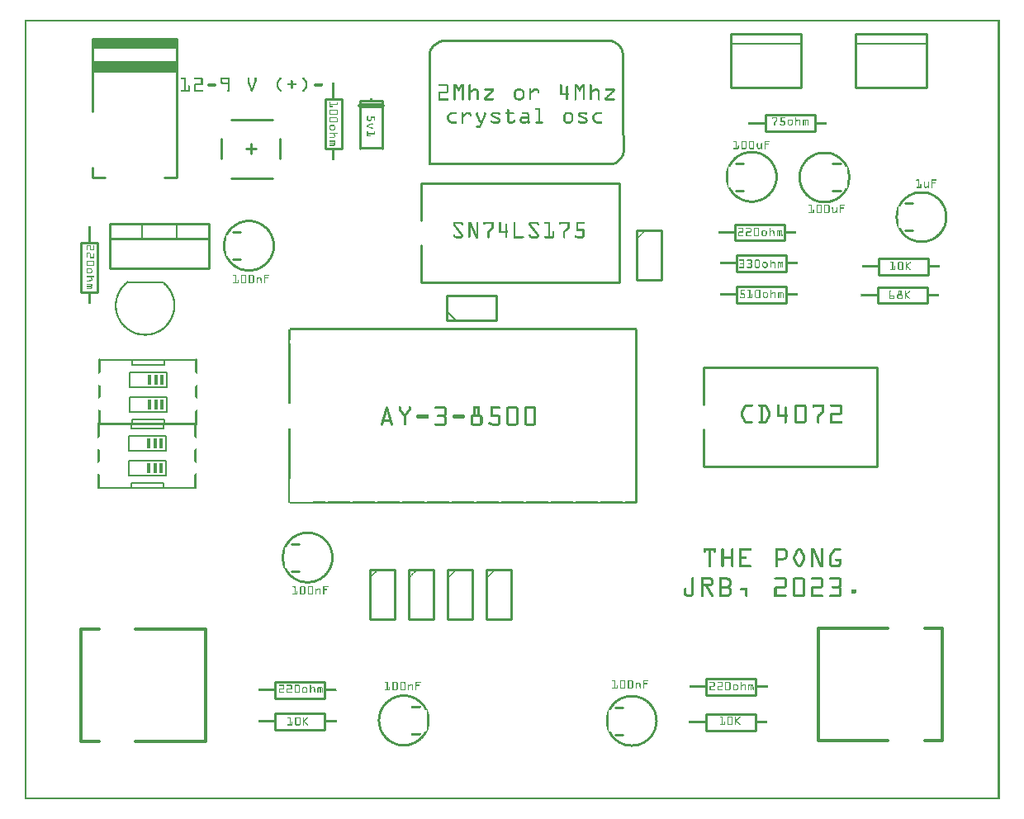
<source format=gto>
G04 MADE WITH FRITZING*
G04 WWW.FRITZING.ORG*
G04 DOUBLE SIDED*
G04 HOLES PLATED*
G04 CONTOUR ON CENTER OF CONTOUR VECTOR*
%ASAXBY*%
%FSLAX23Y23*%
%MOIN*%
%OFA0B0*%
%SFA1.0B1.0*%
%ADD10R,0.015000X0.040000*%
%ADD11C,0.010000*%
%ADD12C,0.005000*%
%ADD13C,0.020000*%
%ADD14C,0.008000*%
%ADD15C,0.012500*%
%ADD16C,0.011000*%
%ADD17C,0.007874*%
%ADD18R,0.001000X0.001000*%
%LNSILK1*%
G90*
G70*
G54D10*
X502Y1438D03*
X527Y1438D03*
X552Y1438D03*
X502Y1338D03*
X527Y1338D03*
X552Y1338D03*
X506Y1697D03*
X531Y1697D03*
X556Y1697D03*
X506Y1597D03*
X531Y1597D03*
X556Y1597D03*
G54D11*
X345Y2327D02*
X745Y2327D01*
D02*
X745Y2327D02*
X745Y2147D01*
D02*
X745Y2147D02*
X345Y2147D01*
D02*
X345Y2147D02*
X345Y2327D01*
D02*
X345Y2327D02*
X745Y2327D01*
D02*
X745Y2327D02*
X745Y2267D01*
D02*
X745Y2267D02*
X345Y2267D01*
D02*
X345Y2267D02*
X345Y2327D01*
G54D12*
D02*
X475Y2327D02*
X475Y2267D01*
D02*
X615Y2327D02*
X615Y2267D01*
G54D11*
D02*
X295Y2249D02*
X295Y2049D01*
D02*
X295Y2049D02*
X229Y2049D01*
D02*
X229Y2049D02*
X229Y2249D01*
D02*
X229Y2249D02*
X295Y2249D01*
D02*
X2471Y2298D02*
X2471Y2099D01*
D02*
X2471Y2099D02*
X2571Y2099D01*
D02*
X2571Y2099D02*
X2571Y2298D01*
D02*
X2571Y2298D02*
X2471Y2298D01*
D02*
X2990Y2765D02*
X3190Y2765D01*
D02*
X3190Y2765D02*
X3190Y2699D01*
D02*
X3190Y2699D02*
X2990Y2699D01*
D02*
X2990Y2699D02*
X2990Y2765D01*
D02*
X1602Y2091D02*
X2402Y2091D01*
D02*
X2402Y2091D02*
X2402Y2491D01*
D02*
X2402Y2491D02*
X1602Y2491D01*
D02*
X1602Y2091D02*
X1602Y2241D01*
D02*
X1602Y2341D02*
X1602Y2491D01*
D02*
X1444Y2823D02*
X1444Y2628D01*
D02*
X1354Y2628D02*
X1354Y2823D01*
D02*
X1354Y2823D02*
X1444Y2823D01*
G54D13*
D02*
X1354Y2803D02*
X1444Y2803D01*
G54D11*
D02*
X1280Y2830D02*
X1280Y2630D01*
D02*
X1280Y2630D02*
X1214Y2630D01*
D02*
X1214Y2630D02*
X1214Y2830D01*
D02*
X1214Y2830D02*
X1280Y2830D01*
D02*
X1706Y1937D02*
X1906Y1937D01*
D02*
X1906Y1937D02*
X1906Y2037D01*
D02*
X1906Y2037D02*
X1706Y2037D01*
D02*
X1706Y2037D02*
X1706Y1937D01*
G54D12*
D02*
X1741Y1937D02*
X1706Y1972D01*
G54D11*
D02*
X1394Y929D02*
X1394Y729D01*
D02*
X1394Y729D02*
X1494Y729D01*
D02*
X1494Y729D02*
X1494Y929D01*
D02*
X1494Y929D02*
X1394Y929D01*
D02*
X1551Y929D02*
X1551Y729D01*
D02*
X1551Y729D02*
X1651Y729D01*
D02*
X1651Y729D02*
X1651Y929D01*
D02*
X1651Y929D02*
X1551Y929D01*
D02*
X1709Y929D02*
X1709Y729D01*
D02*
X1709Y729D02*
X1809Y729D01*
D02*
X1809Y729D02*
X1809Y929D01*
D02*
X1809Y929D02*
X1709Y929D01*
D02*
X1866Y929D02*
X1866Y729D01*
D02*
X1866Y729D02*
X1966Y729D01*
D02*
X1966Y729D02*
X1966Y929D01*
D02*
X1966Y929D02*
X1866Y929D01*
D02*
X1011Y477D02*
X1211Y477D01*
D02*
X1211Y477D02*
X1211Y411D01*
D02*
X1211Y411D02*
X1011Y411D01*
D02*
X1011Y411D02*
X1011Y477D01*
D02*
X1012Y348D02*
X1212Y348D01*
D02*
X1212Y348D02*
X1212Y282D01*
D02*
X1212Y282D02*
X1012Y282D01*
D02*
X1012Y282D02*
X1012Y348D01*
D02*
X2751Y488D02*
X2951Y488D01*
D02*
X2951Y488D02*
X2951Y422D01*
D02*
X2951Y422D02*
X2751Y422D01*
D02*
X2751Y422D02*
X2751Y488D01*
D02*
X2750Y347D02*
X2950Y347D01*
D02*
X2950Y347D02*
X2950Y281D01*
D02*
X2950Y281D02*
X2750Y281D01*
D02*
X2750Y281D02*
X2750Y347D01*
D02*
X275Y2779D02*
X275Y3074D01*
D02*
X275Y3074D02*
X615Y3074D01*
D02*
X615Y3074D02*
X615Y2514D01*
D02*
X615Y2514D02*
X565Y2514D01*
D02*
X275Y2554D02*
X275Y2514D01*
D02*
X275Y2514D02*
X325Y2514D01*
D02*
X275Y3074D02*
X615Y3074D01*
D02*
X275Y3069D02*
X615Y3069D01*
D02*
X275Y3064D02*
X615Y3064D01*
D02*
X275Y3059D02*
X615Y3059D01*
D02*
X275Y3054D02*
X615Y3054D01*
D02*
X275Y3049D02*
X615Y3049D01*
D02*
X275Y3044D02*
X615Y3044D01*
D02*
X275Y3039D02*
X615Y3039D01*
D02*
X275Y2944D02*
X615Y2944D01*
D02*
X275Y2949D02*
X615Y2949D01*
D02*
X275Y2954D02*
X615Y2954D01*
D02*
X275Y2959D02*
X615Y2959D01*
D02*
X275Y2964D02*
X615Y2964D01*
D02*
X275Y2969D02*
X615Y2969D01*
D02*
X275Y2974D02*
X615Y2974D01*
D02*
X275Y2979D02*
X615Y2979D01*
D02*
X2850Y2876D02*
X3135Y2876D01*
D02*
X3135Y2876D02*
X3135Y3092D01*
D02*
X3135Y3092D02*
X2850Y3092D01*
D02*
X2850Y3092D02*
X2850Y2876D01*
G54D12*
D02*
X3135Y3052D02*
X2850Y3052D01*
G54D11*
D02*
X3356Y2876D02*
X3641Y2876D01*
D02*
X3641Y2876D02*
X3641Y3092D01*
D02*
X3641Y3092D02*
X3356Y3092D01*
D02*
X3356Y3092D02*
X3356Y2876D01*
G54D12*
D02*
X3641Y3052D02*
X3356Y3052D01*
G54D11*
D02*
X2741Y1345D02*
X3441Y1345D01*
D02*
X3441Y1345D02*
X3441Y1745D01*
D02*
X3441Y1745D02*
X2741Y1745D01*
D02*
X2741Y1345D02*
X2741Y1495D01*
D02*
X2741Y1595D02*
X2741Y1745D01*
D02*
X2874Y2198D02*
X3074Y2198D01*
D02*
X3074Y2198D02*
X3074Y2132D01*
D02*
X3074Y2132D02*
X2874Y2132D01*
D02*
X2874Y2132D02*
X2874Y2198D01*
D02*
X2874Y2073D02*
X3074Y2073D01*
D02*
X3074Y2073D02*
X3074Y2007D01*
D02*
X3074Y2007D02*
X2874Y2007D01*
D02*
X2874Y2007D02*
X2874Y2073D01*
D02*
X2867Y2324D02*
X3067Y2324D01*
D02*
X3067Y2324D02*
X3067Y2258D01*
D02*
X3067Y2258D02*
X2867Y2258D01*
D02*
X2867Y2258D02*
X2867Y2324D01*
D02*
X3447Y2187D02*
X3647Y2187D01*
D02*
X3647Y2187D02*
X3647Y2121D01*
D02*
X3647Y2121D02*
X3447Y2121D01*
D02*
X3447Y2121D02*
X3447Y2187D01*
D02*
X3444Y2071D02*
X3644Y2071D01*
D02*
X3644Y2071D02*
X3644Y2005D01*
D02*
X3644Y2005D02*
X3444Y2005D01*
D02*
X3444Y2005D02*
X3444Y2071D01*
D02*
X1031Y2668D02*
X1031Y2589D01*
D02*
X834Y2747D02*
X1002Y2747D01*
D02*
X834Y2511D02*
X1002Y2511D01*
D02*
X795Y2668D02*
X795Y2589D01*
D02*
X913Y2648D02*
X913Y2609D01*
D02*
X933Y2629D02*
X893Y2629D01*
G54D14*
D02*
X300Y1258D02*
X430Y1258D01*
D02*
X560Y1258D02*
X560Y1278D01*
D02*
X560Y1278D02*
X430Y1278D01*
D02*
X430Y1278D02*
X430Y1258D01*
D02*
X560Y1258D02*
X690Y1258D01*
D02*
X430Y1258D02*
X560Y1258D01*
D02*
X690Y1518D02*
X560Y1518D01*
D02*
X430Y1518D02*
X430Y1498D01*
D02*
X430Y1498D02*
X560Y1498D01*
D02*
X560Y1498D02*
X560Y1518D01*
D02*
X430Y1518D02*
X300Y1518D01*
D02*
X560Y1518D02*
X430Y1518D01*
D02*
X420Y1408D02*
X570Y1408D01*
D02*
X420Y1408D02*
X420Y1468D01*
D02*
X570Y1468D02*
X420Y1468D01*
D02*
X570Y1468D02*
X570Y1408D01*
D02*
X420Y1308D02*
X570Y1308D01*
D02*
X420Y1308D02*
X420Y1368D01*
D02*
X570Y1368D02*
X420Y1368D01*
D02*
X570Y1368D02*
X570Y1308D01*
D02*
X303Y1517D02*
X433Y1517D01*
D02*
X563Y1517D02*
X563Y1537D01*
D02*
X563Y1537D02*
X433Y1537D01*
D02*
X433Y1537D02*
X433Y1517D01*
D02*
X563Y1517D02*
X693Y1517D01*
D02*
X433Y1517D02*
X563Y1517D01*
D02*
X693Y1777D02*
X563Y1777D01*
D02*
X433Y1777D02*
X433Y1757D01*
D02*
X433Y1757D02*
X563Y1757D01*
D02*
X563Y1757D02*
X563Y1777D01*
D02*
X433Y1777D02*
X303Y1777D01*
D02*
X563Y1777D02*
X433Y1777D01*
D02*
X423Y1667D02*
X573Y1667D01*
D02*
X423Y1667D02*
X423Y1727D01*
D02*
X573Y1727D02*
X423Y1727D01*
D02*
X573Y1727D02*
X573Y1667D01*
D02*
X423Y1567D02*
X573Y1567D01*
D02*
X423Y1567D02*
X423Y1627D01*
D02*
X573Y1627D02*
X423Y1627D01*
D02*
X573Y1627D02*
X573Y1567D01*
G54D15*
X300Y236D02*
X228Y236D01*
X228Y689D01*
X300Y689D01*
D02*
X448Y689D02*
X731Y689D01*
X731Y236D01*
X448Y236D01*
D02*
X3633Y692D02*
X3705Y692D01*
X3705Y240D01*
X3633Y240D01*
D02*
X3485Y240D02*
X3203Y240D01*
X3203Y692D01*
X3485Y692D01*
D02*
G54D16*
X1078Y1033D02*
X1108Y1033D01*
D02*
X1078Y923D02*
X1108Y923D01*
D02*
X841Y2292D02*
X871Y2292D01*
D02*
X841Y2182D02*
X871Y2182D01*
D02*
X2386Y373D02*
X2416Y373D01*
D02*
X2386Y263D02*
X2416Y263D01*
D02*
X3556Y2408D02*
X3586Y2408D01*
D02*
X3556Y2298D02*
X3586Y2298D01*
D02*
X2870Y2570D02*
X2900Y2570D01*
D02*
X2870Y2460D02*
X2900Y2460D01*
D02*
G54D17*
X558Y2090D02*
X416Y2090D01*
D02*
G54D18*
X0Y3150D02*
X3936Y3150D01*
X0Y3149D02*
X3936Y3149D01*
X0Y3148D02*
X3936Y3148D01*
X0Y3147D02*
X3936Y3147D01*
X0Y3146D02*
X3936Y3146D01*
X0Y3145D02*
X3936Y3145D01*
X0Y3144D02*
X3936Y3144D01*
X0Y3143D02*
X3936Y3143D01*
X0Y3142D02*
X7Y3142D01*
X3929Y3142D02*
X3936Y3142D01*
X0Y3141D02*
X7Y3141D01*
X3929Y3141D02*
X3936Y3141D01*
X0Y3140D02*
X7Y3140D01*
X3929Y3140D02*
X3936Y3140D01*
X0Y3139D02*
X7Y3139D01*
X3929Y3139D02*
X3936Y3139D01*
X0Y3138D02*
X7Y3138D01*
X3929Y3138D02*
X3936Y3138D01*
X0Y3137D02*
X7Y3137D01*
X3929Y3137D02*
X3936Y3137D01*
X0Y3136D02*
X7Y3136D01*
X3929Y3136D02*
X3936Y3136D01*
X0Y3135D02*
X7Y3135D01*
X3929Y3135D02*
X3936Y3135D01*
X0Y3134D02*
X7Y3134D01*
X3929Y3134D02*
X3936Y3134D01*
X0Y3133D02*
X7Y3133D01*
X3929Y3133D02*
X3936Y3133D01*
X0Y3132D02*
X7Y3132D01*
X3929Y3132D02*
X3936Y3132D01*
X0Y3131D02*
X7Y3131D01*
X3929Y3131D02*
X3936Y3131D01*
X0Y3130D02*
X7Y3130D01*
X3929Y3130D02*
X3936Y3130D01*
X0Y3129D02*
X7Y3129D01*
X3929Y3129D02*
X3936Y3129D01*
X0Y3128D02*
X7Y3128D01*
X3929Y3128D02*
X3936Y3128D01*
X0Y3127D02*
X7Y3127D01*
X3929Y3127D02*
X3936Y3127D01*
X0Y3126D02*
X7Y3126D01*
X3929Y3126D02*
X3936Y3126D01*
X0Y3125D02*
X7Y3125D01*
X3929Y3125D02*
X3936Y3125D01*
X0Y3124D02*
X7Y3124D01*
X3929Y3124D02*
X3936Y3124D01*
X0Y3123D02*
X7Y3123D01*
X3929Y3123D02*
X3936Y3123D01*
X0Y3122D02*
X7Y3122D01*
X3929Y3122D02*
X3936Y3122D01*
X0Y3121D02*
X7Y3121D01*
X3929Y3121D02*
X3936Y3121D01*
X0Y3120D02*
X7Y3120D01*
X3929Y3120D02*
X3936Y3120D01*
X0Y3119D02*
X7Y3119D01*
X3929Y3119D02*
X3936Y3119D01*
X0Y3118D02*
X7Y3118D01*
X3929Y3118D02*
X3936Y3118D01*
X0Y3117D02*
X7Y3117D01*
X3929Y3117D02*
X3936Y3117D01*
X0Y3116D02*
X7Y3116D01*
X3929Y3116D02*
X3936Y3116D01*
X0Y3115D02*
X7Y3115D01*
X3929Y3115D02*
X3936Y3115D01*
X0Y3114D02*
X7Y3114D01*
X3929Y3114D02*
X3936Y3114D01*
X0Y3113D02*
X7Y3113D01*
X3929Y3113D02*
X3936Y3113D01*
X0Y3112D02*
X7Y3112D01*
X3929Y3112D02*
X3936Y3112D01*
X0Y3111D02*
X7Y3111D01*
X3929Y3111D02*
X3936Y3111D01*
X0Y3110D02*
X7Y3110D01*
X3929Y3110D02*
X3936Y3110D01*
X0Y3109D02*
X7Y3109D01*
X3929Y3109D02*
X3936Y3109D01*
X0Y3108D02*
X7Y3108D01*
X3929Y3108D02*
X3936Y3108D01*
X0Y3107D02*
X7Y3107D01*
X3929Y3107D02*
X3936Y3107D01*
X0Y3106D02*
X7Y3106D01*
X3929Y3106D02*
X3936Y3106D01*
X0Y3105D02*
X7Y3105D01*
X3929Y3105D02*
X3936Y3105D01*
X0Y3104D02*
X7Y3104D01*
X3929Y3104D02*
X3936Y3104D01*
X0Y3103D02*
X7Y3103D01*
X3929Y3103D02*
X3936Y3103D01*
X0Y3102D02*
X7Y3102D01*
X3929Y3102D02*
X3936Y3102D01*
X0Y3101D02*
X7Y3101D01*
X3929Y3101D02*
X3936Y3101D01*
X0Y3100D02*
X7Y3100D01*
X3929Y3100D02*
X3936Y3100D01*
X0Y3099D02*
X7Y3099D01*
X3929Y3099D02*
X3936Y3099D01*
X0Y3098D02*
X7Y3098D01*
X3929Y3098D02*
X3936Y3098D01*
X0Y3097D02*
X7Y3097D01*
X3929Y3097D02*
X3936Y3097D01*
X0Y3096D02*
X7Y3096D01*
X3929Y3096D02*
X3936Y3096D01*
X0Y3095D02*
X7Y3095D01*
X3929Y3095D02*
X3936Y3095D01*
X0Y3094D02*
X7Y3094D01*
X3929Y3094D02*
X3936Y3094D01*
X0Y3093D02*
X7Y3093D01*
X3929Y3093D02*
X3936Y3093D01*
X0Y3092D02*
X7Y3092D01*
X3929Y3092D02*
X3936Y3092D01*
X0Y3091D02*
X7Y3091D01*
X3929Y3091D02*
X3936Y3091D01*
X0Y3090D02*
X7Y3090D01*
X3929Y3090D02*
X3936Y3090D01*
X0Y3089D02*
X7Y3089D01*
X3929Y3089D02*
X3936Y3089D01*
X0Y3088D02*
X7Y3088D01*
X3929Y3088D02*
X3936Y3088D01*
X0Y3087D02*
X7Y3087D01*
X3929Y3087D02*
X3936Y3087D01*
X0Y3086D02*
X7Y3086D01*
X3929Y3086D02*
X3936Y3086D01*
X0Y3085D02*
X7Y3085D01*
X3929Y3085D02*
X3936Y3085D01*
X0Y3084D02*
X7Y3084D01*
X3929Y3084D02*
X3936Y3084D01*
X0Y3083D02*
X7Y3083D01*
X3929Y3083D02*
X3936Y3083D01*
X0Y3082D02*
X7Y3082D01*
X3929Y3082D02*
X3936Y3082D01*
X0Y3081D02*
X7Y3081D01*
X3929Y3081D02*
X3936Y3081D01*
X0Y3080D02*
X7Y3080D01*
X3929Y3080D02*
X3936Y3080D01*
X0Y3079D02*
X7Y3079D01*
X3929Y3079D02*
X3936Y3079D01*
X0Y3078D02*
X7Y3078D01*
X3929Y3078D02*
X3936Y3078D01*
X0Y3077D02*
X7Y3077D01*
X3929Y3077D02*
X3936Y3077D01*
X0Y3076D02*
X7Y3076D01*
X3929Y3076D02*
X3936Y3076D01*
X0Y3075D02*
X7Y3075D01*
X3929Y3075D02*
X3936Y3075D01*
X0Y3074D02*
X7Y3074D01*
X3929Y3074D02*
X3936Y3074D01*
X0Y3073D02*
X7Y3073D01*
X3929Y3073D02*
X3936Y3073D01*
X0Y3072D02*
X7Y3072D01*
X3929Y3072D02*
X3936Y3072D01*
X0Y3071D02*
X7Y3071D01*
X3929Y3071D02*
X3936Y3071D01*
X0Y3070D02*
X7Y3070D01*
X3929Y3070D02*
X3936Y3070D01*
X0Y3069D02*
X7Y3069D01*
X1683Y3069D02*
X1685Y3069D01*
X3929Y3069D02*
X3936Y3069D01*
X0Y3068D02*
X7Y3068D01*
X1681Y3068D02*
X2373Y3068D01*
X3929Y3068D02*
X3936Y3068D01*
X0Y3067D02*
X7Y3067D01*
X1679Y3067D02*
X2375Y3067D01*
X3929Y3067D02*
X3936Y3067D01*
X0Y3066D02*
X7Y3066D01*
X1677Y3066D02*
X2377Y3066D01*
X3929Y3066D02*
X3936Y3066D01*
X0Y3065D02*
X7Y3065D01*
X1675Y3065D02*
X2380Y3065D01*
X3929Y3065D02*
X3936Y3065D01*
X0Y3064D02*
X7Y3064D01*
X1673Y3064D02*
X2382Y3064D01*
X3929Y3064D02*
X3936Y3064D01*
X0Y3063D02*
X7Y3063D01*
X1671Y3063D02*
X2384Y3063D01*
X3929Y3063D02*
X3936Y3063D01*
X0Y3062D02*
X7Y3062D01*
X1669Y3062D02*
X2386Y3062D01*
X3929Y3062D02*
X3936Y3062D01*
X0Y3061D02*
X7Y3061D01*
X1668Y3061D02*
X2387Y3061D01*
X3929Y3061D02*
X3936Y3061D01*
X0Y3060D02*
X7Y3060D01*
X1666Y3060D02*
X2389Y3060D01*
X3929Y3060D02*
X3936Y3060D01*
X0Y3059D02*
X7Y3059D01*
X1664Y3059D02*
X2391Y3059D01*
X3929Y3059D02*
X3936Y3059D01*
X0Y3058D02*
X7Y3058D01*
X1662Y3058D02*
X1683Y3058D01*
X2371Y3058D02*
X2392Y3058D01*
X3929Y3058D02*
X3936Y3058D01*
X0Y3057D02*
X7Y3057D01*
X1661Y3057D02*
X1681Y3057D01*
X2374Y3057D02*
X2394Y3057D01*
X3929Y3057D02*
X3936Y3057D01*
X0Y3056D02*
X7Y3056D01*
X1659Y3056D02*
X1678Y3056D01*
X2376Y3056D02*
X2395Y3056D01*
X3929Y3056D02*
X3936Y3056D01*
X0Y3055D02*
X7Y3055D01*
X1658Y3055D02*
X1676Y3055D01*
X2378Y3055D02*
X2396Y3055D01*
X3929Y3055D02*
X3936Y3055D01*
X0Y3054D02*
X7Y3054D01*
X1657Y3054D02*
X1674Y3054D01*
X2380Y3054D02*
X2398Y3054D01*
X3929Y3054D02*
X3936Y3054D01*
X0Y3053D02*
X7Y3053D01*
X1655Y3053D02*
X1673Y3053D01*
X2382Y3053D02*
X2399Y3053D01*
X3929Y3053D02*
X3936Y3053D01*
X0Y3052D02*
X7Y3052D01*
X1654Y3052D02*
X1671Y3052D01*
X2384Y3052D02*
X2400Y3052D01*
X3929Y3052D02*
X3936Y3052D01*
X0Y3051D02*
X7Y3051D01*
X1653Y3051D02*
X1669Y3051D01*
X2386Y3051D02*
X2401Y3051D01*
X3929Y3051D02*
X3936Y3051D01*
X0Y3050D02*
X7Y3050D01*
X1652Y3050D02*
X1667Y3050D01*
X2387Y3050D02*
X2402Y3050D01*
X3929Y3050D02*
X3936Y3050D01*
X0Y3049D02*
X7Y3049D01*
X1650Y3049D02*
X1666Y3049D01*
X2389Y3049D02*
X2403Y3049D01*
X3929Y3049D02*
X3936Y3049D01*
X0Y3048D02*
X7Y3048D01*
X1649Y3048D02*
X1664Y3048D01*
X2390Y3048D02*
X2404Y3048D01*
X3929Y3048D02*
X3936Y3048D01*
X0Y3047D02*
X7Y3047D01*
X1648Y3047D02*
X1663Y3047D01*
X2392Y3047D02*
X2405Y3047D01*
X3929Y3047D02*
X3936Y3047D01*
X0Y3046D02*
X7Y3046D01*
X1647Y3046D02*
X1661Y3046D01*
X2393Y3046D02*
X2406Y3046D01*
X3929Y3046D02*
X3936Y3046D01*
X0Y3045D02*
X7Y3045D01*
X1646Y3045D02*
X1660Y3045D01*
X2394Y3045D02*
X2407Y3045D01*
X3929Y3045D02*
X3936Y3045D01*
X0Y3044D02*
X7Y3044D01*
X1645Y3044D02*
X1659Y3044D01*
X2395Y3044D02*
X2408Y3044D01*
X3929Y3044D02*
X3936Y3044D01*
X0Y3043D02*
X7Y3043D01*
X1644Y3043D02*
X1657Y3043D01*
X2396Y3043D02*
X2408Y3043D01*
X3929Y3043D02*
X3936Y3043D01*
X0Y3042D02*
X7Y3042D01*
X1644Y3042D02*
X1656Y3042D01*
X2397Y3042D02*
X2409Y3042D01*
X3929Y3042D02*
X3936Y3042D01*
X0Y3041D02*
X7Y3041D01*
X1643Y3041D02*
X1655Y3041D01*
X2398Y3041D02*
X2410Y3041D01*
X3929Y3041D02*
X3936Y3041D01*
X0Y3040D02*
X7Y3040D01*
X1642Y3040D02*
X1654Y3040D01*
X2399Y3040D02*
X2411Y3040D01*
X3929Y3040D02*
X3936Y3040D01*
X0Y3039D02*
X7Y3039D01*
X1641Y3039D02*
X1653Y3039D01*
X2400Y3039D02*
X2411Y3039D01*
X3929Y3039D02*
X3936Y3039D01*
X0Y3038D02*
X7Y3038D01*
X1641Y3038D02*
X1652Y3038D01*
X2401Y3038D02*
X2412Y3038D01*
X3929Y3038D02*
X3936Y3038D01*
X0Y3037D02*
X7Y3037D01*
X1640Y3037D02*
X1651Y3037D01*
X2401Y3037D02*
X2412Y3037D01*
X3929Y3037D02*
X3936Y3037D01*
X0Y3036D02*
X7Y3036D01*
X1639Y3036D02*
X1650Y3036D01*
X2402Y3036D02*
X2413Y3036D01*
X3929Y3036D02*
X3936Y3036D01*
X0Y3035D02*
X7Y3035D01*
X1639Y3035D02*
X1649Y3035D01*
X2403Y3035D02*
X2413Y3035D01*
X3929Y3035D02*
X3936Y3035D01*
X0Y3034D02*
X7Y3034D01*
X1638Y3034D02*
X1649Y3034D01*
X2403Y3034D02*
X2414Y3034D01*
X3929Y3034D02*
X3936Y3034D01*
X0Y3033D02*
X7Y3033D01*
X1637Y3033D02*
X1648Y3033D01*
X2404Y3033D02*
X2414Y3033D01*
X3929Y3033D02*
X3936Y3033D01*
X0Y3032D02*
X7Y3032D01*
X1637Y3032D02*
X1647Y3032D01*
X2405Y3032D02*
X2415Y3032D01*
X3929Y3032D02*
X3936Y3032D01*
X0Y3031D02*
X7Y3031D01*
X1636Y3031D02*
X1647Y3031D01*
X2405Y3031D02*
X2415Y3031D01*
X3929Y3031D02*
X3936Y3031D01*
X0Y3030D02*
X7Y3030D01*
X1636Y3030D02*
X1646Y3030D01*
X2406Y3030D02*
X2415Y3030D01*
X3929Y3030D02*
X3936Y3030D01*
X0Y3029D02*
X7Y3029D01*
X1636Y3029D02*
X1645Y3029D01*
X2406Y3029D02*
X2416Y3029D01*
X3929Y3029D02*
X3936Y3029D01*
X0Y3028D02*
X7Y3028D01*
X1635Y3028D02*
X1645Y3028D01*
X2407Y3028D02*
X2416Y3028D01*
X3929Y3028D02*
X3936Y3028D01*
X0Y3027D02*
X7Y3027D01*
X1635Y3027D02*
X1644Y3027D01*
X2407Y3027D02*
X2416Y3027D01*
X3929Y3027D02*
X3936Y3027D01*
X0Y3026D02*
X7Y3026D01*
X1634Y3026D02*
X1644Y3026D01*
X2407Y3026D02*
X2417Y3026D01*
X3929Y3026D02*
X3936Y3026D01*
X0Y3025D02*
X7Y3025D01*
X1634Y3025D02*
X1644Y3025D01*
X2408Y3025D02*
X2417Y3025D01*
X3929Y3025D02*
X3936Y3025D01*
X0Y3024D02*
X7Y3024D01*
X1634Y3024D02*
X1643Y3024D01*
X2408Y3024D02*
X2417Y3024D01*
X3929Y3024D02*
X3936Y3024D01*
X0Y3023D02*
X7Y3023D01*
X1633Y3023D02*
X1643Y3023D01*
X2408Y3023D02*
X2418Y3023D01*
X3929Y3023D02*
X3936Y3023D01*
X0Y3022D02*
X7Y3022D01*
X1633Y3022D02*
X1642Y3022D01*
X2409Y3022D02*
X2418Y3022D01*
X3929Y3022D02*
X3936Y3022D01*
X0Y3021D02*
X7Y3021D01*
X1633Y3021D02*
X1642Y3021D01*
X2409Y3021D02*
X2418Y3021D01*
X3929Y3021D02*
X3936Y3021D01*
X0Y3020D02*
X7Y3020D01*
X1633Y3020D02*
X1642Y3020D01*
X2409Y3020D02*
X2418Y3020D01*
X3929Y3020D02*
X3936Y3020D01*
X0Y3019D02*
X7Y3019D01*
X1632Y3019D02*
X1642Y3019D01*
X2409Y3019D02*
X2418Y3019D01*
X3929Y3019D02*
X3936Y3019D01*
X0Y3018D02*
X7Y3018D01*
X1632Y3018D02*
X1641Y3018D01*
X2409Y3018D02*
X2418Y3018D01*
X3929Y3018D02*
X3936Y3018D01*
X0Y3017D02*
X7Y3017D01*
X1632Y3017D02*
X1641Y3017D01*
X2410Y3017D02*
X2419Y3017D01*
X3929Y3017D02*
X3936Y3017D01*
X0Y3016D02*
X7Y3016D01*
X1632Y3016D02*
X1641Y3016D01*
X2410Y3016D02*
X2419Y3016D01*
X3929Y3016D02*
X3936Y3016D01*
X0Y3015D02*
X7Y3015D01*
X1632Y3015D02*
X1641Y3015D01*
X2410Y3015D02*
X2419Y3015D01*
X3929Y3015D02*
X3936Y3015D01*
X0Y3014D02*
X7Y3014D01*
X1631Y3014D02*
X1640Y3014D01*
X2410Y3014D02*
X2419Y3014D01*
X3929Y3014D02*
X3936Y3014D01*
X0Y3013D02*
X7Y3013D01*
X1631Y3013D02*
X1640Y3013D01*
X2410Y3013D02*
X2419Y3013D01*
X3929Y3013D02*
X3936Y3013D01*
X0Y3012D02*
X7Y3012D01*
X1631Y3012D02*
X1640Y3012D01*
X2410Y3012D02*
X2419Y3012D01*
X3929Y3012D02*
X3936Y3012D01*
X0Y3011D02*
X7Y3011D01*
X1631Y3011D02*
X1640Y3011D01*
X2410Y3011D02*
X2419Y3011D01*
X3929Y3011D02*
X3936Y3011D01*
X0Y3010D02*
X7Y3010D01*
X1631Y3010D02*
X1640Y3010D01*
X2410Y3010D02*
X2419Y3010D01*
X3929Y3010D02*
X3936Y3010D01*
X0Y3009D02*
X7Y3009D01*
X1631Y3009D02*
X1640Y3009D01*
X2410Y3009D02*
X2419Y3009D01*
X3929Y3009D02*
X3936Y3009D01*
X0Y3008D02*
X7Y3008D01*
X1631Y3008D02*
X1640Y3008D01*
X2410Y3008D02*
X2419Y3008D01*
X3929Y3008D02*
X3936Y3008D01*
X0Y3007D02*
X7Y3007D01*
X1631Y3007D02*
X1640Y3007D01*
X2410Y3007D02*
X2419Y3007D01*
X3929Y3007D02*
X3936Y3007D01*
X0Y3006D02*
X7Y3006D01*
X1631Y3006D02*
X1640Y3006D01*
X2410Y3006D02*
X2419Y3006D01*
X3929Y3006D02*
X3936Y3006D01*
X0Y3005D02*
X7Y3005D01*
X1631Y3005D02*
X1640Y3005D01*
X2410Y3005D02*
X2419Y3005D01*
X3929Y3005D02*
X3936Y3005D01*
X0Y3004D02*
X7Y3004D01*
X1631Y3004D02*
X1640Y3004D01*
X2410Y3004D02*
X2419Y3004D01*
X3929Y3004D02*
X3936Y3004D01*
X0Y3003D02*
X7Y3003D01*
X1631Y3003D02*
X1640Y3003D01*
X2410Y3003D02*
X2419Y3003D01*
X3929Y3003D02*
X3936Y3003D01*
X0Y3002D02*
X7Y3002D01*
X1631Y3002D02*
X1640Y3002D01*
X2410Y3002D02*
X2419Y3002D01*
X3929Y3002D02*
X3936Y3002D01*
X0Y3001D02*
X7Y3001D01*
X1631Y3001D02*
X1640Y3001D01*
X2410Y3001D02*
X2419Y3001D01*
X3929Y3001D02*
X3936Y3001D01*
X0Y3000D02*
X7Y3000D01*
X1631Y3000D02*
X1640Y3000D01*
X2410Y3000D02*
X2419Y3000D01*
X3929Y3000D02*
X3936Y3000D01*
X0Y2999D02*
X7Y2999D01*
X1631Y2999D02*
X1640Y2999D01*
X2410Y2999D02*
X2419Y2999D01*
X3929Y2999D02*
X3936Y2999D01*
X0Y2998D02*
X7Y2998D01*
X1631Y2998D02*
X1640Y2998D01*
X2410Y2998D02*
X2419Y2998D01*
X3929Y2998D02*
X3936Y2998D01*
X0Y2997D02*
X7Y2997D01*
X1631Y2997D02*
X1640Y2997D01*
X2410Y2997D02*
X2419Y2997D01*
X3929Y2997D02*
X3936Y2997D01*
X0Y2996D02*
X7Y2996D01*
X1631Y2996D02*
X1640Y2996D01*
X2410Y2996D02*
X2419Y2996D01*
X3929Y2996D02*
X3936Y2996D01*
X0Y2995D02*
X7Y2995D01*
X1631Y2995D02*
X1640Y2995D01*
X2410Y2995D02*
X2419Y2995D01*
X3929Y2995D02*
X3936Y2995D01*
X0Y2994D02*
X7Y2994D01*
X1631Y2994D02*
X1640Y2994D01*
X2410Y2994D02*
X2419Y2994D01*
X3929Y2994D02*
X3936Y2994D01*
X0Y2993D02*
X7Y2993D01*
X1631Y2993D02*
X1640Y2993D01*
X2410Y2993D02*
X2419Y2993D01*
X3929Y2993D02*
X3936Y2993D01*
X0Y2992D02*
X7Y2992D01*
X1631Y2992D02*
X1640Y2992D01*
X2410Y2992D02*
X2419Y2992D01*
X3929Y2992D02*
X3936Y2992D01*
X0Y2991D02*
X7Y2991D01*
X1631Y2991D02*
X1640Y2991D01*
X2410Y2991D02*
X2419Y2991D01*
X3929Y2991D02*
X3936Y2991D01*
X0Y2990D02*
X7Y2990D01*
X1631Y2990D02*
X1640Y2990D01*
X2410Y2990D02*
X2419Y2990D01*
X3929Y2990D02*
X3936Y2990D01*
X0Y2989D02*
X7Y2989D01*
X1631Y2989D02*
X1640Y2989D01*
X2410Y2989D02*
X2419Y2989D01*
X3929Y2989D02*
X3936Y2989D01*
X0Y2988D02*
X7Y2988D01*
X1631Y2988D02*
X1640Y2988D01*
X2410Y2988D02*
X2419Y2988D01*
X3929Y2988D02*
X3936Y2988D01*
X0Y2987D02*
X7Y2987D01*
X1631Y2987D02*
X1640Y2987D01*
X2410Y2987D02*
X2419Y2987D01*
X3929Y2987D02*
X3936Y2987D01*
X0Y2986D02*
X7Y2986D01*
X1631Y2986D02*
X1640Y2986D01*
X2410Y2986D02*
X2419Y2986D01*
X3929Y2986D02*
X3936Y2986D01*
X0Y2985D02*
X7Y2985D01*
X1631Y2985D02*
X1640Y2985D01*
X2410Y2985D02*
X2419Y2985D01*
X3929Y2985D02*
X3936Y2985D01*
X0Y2984D02*
X7Y2984D01*
X1631Y2984D02*
X1640Y2984D01*
X2410Y2984D02*
X2419Y2984D01*
X3929Y2984D02*
X3936Y2984D01*
X0Y2983D02*
X7Y2983D01*
X1631Y2983D02*
X1640Y2983D01*
X2410Y2983D02*
X2419Y2983D01*
X3929Y2983D02*
X3936Y2983D01*
X0Y2982D02*
X7Y2982D01*
X1631Y2982D02*
X1640Y2982D01*
X2410Y2982D02*
X2419Y2982D01*
X3929Y2982D02*
X3936Y2982D01*
X0Y2981D02*
X7Y2981D01*
X1631Y2981D02*
X1640Y2981D01*
X2410Y2981D02*
X2419Y2981D01*
X3929Y2981D02*
X3936Y2981D01*
X0Y2980D02*
X7Y2980D01*
X1631Y2980D02*
X1640Y2980D01*
X2410Y2980D02*
X2419Y2980D01*
X3929Y2980D02*
X3936Y2980D01*
X0Y2979D02*
X7Y2979D01*
X1631Y2979D02*
X1640Y2979D01*
X2410Y2979D02*
X2419Y2979D01*
X3929Y2979D02*
X3936Y2979D01*
X0Y2978D02*
X7Y2978D01*
X1631Y2978D02*
X1640Y2978D01*
X2410Y2978D02*
X2419Y2978D01*
X3929Y2978D02*
X3936Y2978D01*
X0Y2977D02*
X7Y2977D01*
X1631Y2977D02*
X1640Y2977D01*
X2410Y2977D02*
X2419Y2977D01*
X3929Y2977D02*
X3936Y2977D01*
X0Y2976D02*
X7Y2976D01*
X1631Y2976D02*
X1640Y2976D01*
X2410Y2976D02*
X2419Y2976D01*
X3929Y2976D02*
X3936Y2976D01*
X0Y2975D02*
X7Y2975D01*
X1631Y2975D02*
X1640Y2975D01*
X2410Y2975D02*
X2419Y2975D01*
X3929Y2975D02*
X3936Y2975D01*
X0Y2974D02*
X7Y2974D01*
X1631Y2974D02*
X1640Y2974D01*
X2410Y2974D02*
X2419Y2974D01*
X3929Y2974D02*
X3936Y2974D01*
X0Y2973D02*
X7Y2973D01*
X1631Y2973D02*
X1640Y2973D01*
X2410Y2973D02*
X2419Y2973D01*
X3929Y2973D02*
X3936Y2973D01*
X0Y2972D02*
X7Y2972D01*
X1631Y2972D02*
X1640Y2972D01*
X2410Y2972D02*
X2419Y2972D01*
X3929Y2972D02*
X3936Y2972D01*
X0Y2971D02*
X7Y2971D01*
X1631Y2971D02*
X1640Y2971D01*
X2410Y2971D02*
X2419Y2971D01*
X3929Y2971D02*
X3936Y2971D01*
X0Y2970D02*
X7Y2970D01*
X1631Y2970D02*
X1640Y2970D01*
X2410Y2970D02*
X2419Y2970D01*
X3929Y2970D02*
X3936Y2970D01*
X0Y2969D02*
X7Y2969D01*
X1631Y2969D02*
X1640Y2969D01*
X2410Y2969D02*
X2419Y2969D01*
X3929Y2969D02*
X3936Y2969D01*
X0Y2968D02*
X7Y2968D01*
X1631Y2968D02*
X1640Y2968D01*
X2410Y2968D02*
X2419Y2968D01*
X3929Y2968D02*
X3936Y2968D01*
X0Y2967D02*
X7Y2967D01*
X1631Y2967D02*
X1640Y2967D01*
X2410Y2967D02*
X2419Y2967D01*
X3929Y2967D02*
X3936Y2967D01*
X0Y2966D02*
X7Y2966D01*
X1631Y2966D02*
X1640Y2966D01*
X2410Y2966D02*
X2419Y2966D01*
X3929Y2966D02*
X3936Y2966D01*
X0Y2965D02*
X7Y2965D01*
X1631Y2965D02*
X1640Y2965D01*
X2410Y2965D02*
X2419Y2965D01*
X3929Y2965D02*
X3936Y2965D01*
X0Y2964D02*
X7Y2964D01*
X1631Y2964D02*
X1640Y2964D01*
X2410Y2964D02*
X2419Y2964D01*
X3929Y2964D02*
X3936Y2964D01*
X0Y2963D02*
X7Y2963D01*
X1631Y2963D02*
X1640Y2963D01*
X2410Y2963D02*
X2419Y2963D01*
X3929Y2963D02*
X3936Y2963D01*
X0Y2962D02*
X7Y2962D01*
X1631Y2962D02*
X1640Y2962D01*
X2410Y2962D02*
X2419Y2962D01*
X3929Y2962D02*
X3936Y2962D01*
X0Y2961D02*
X7Y2961D01*
X1631Y2961D02*
X1640Y2961D01*
X2410Y2961D02*
X2420Y2961D01*
X3929Y2961D02*
X3936Y2961D01*
X0Y2960D02*
X7Y2960D01*
X1631Y2960D02*
X1640Y2960D01*
X2411Y2960D02*
X2420Y2960D01*
X3929Y2960D02*
X3936Y2960D01*
X0Y2959D02*
X7Y2959D01*
X1631Y2959D02*
X1640Y2959D01*
X2411Y2959D02*
X2420Y2959D01*
X3929Y2959D02*
X3936Y2959D01*
X0Y2958D02*
X7Y2958D01*
X1631Y2958D02*
X1640Y2958D01*
X2411Y2958D02*
X2420Y2958D01*
X3929Y2958D02*
X3936Y2958D01*
X0Y2957D02*
X7Y2957D01*
X1631Y2957D02*
X1640Y2957D01*
X2411Y2957D02*
X2420Y2957D01*
X3929Y2957D02*
X3936Y2957D01*
X0Y2956D02*
X7Y2956D01*
X1631Y2956D02*
X1640Y2956D01*
X2411Y2956D02*
X2420Y2956D01*
X3929Y2956D02*
X3936Y2956D01*
X0Y2955D02*
X7Y2955D01*
X1631Y2955D02*
X1640Y2955D01*
X2411Y2955D02*
X2420Y2955D01*
X3929Y2955D02*
X3936Y2955D01*
X0Y2954D02*
X7Y2954D01*
X1631Y2954D02*
X1640Y2954D01*
X2411Y2954D02*
X2420Y2954D01*
X3929Y2954D02*
X3936Y2954D01*
X0Y2953D02*
X7Y2953D01*
X1631Y2953D02*
X1640Y2953D01*
X2411Y2953D02*
X2420Y2953D01*
X3929Y2953D02*
X3936Y2953D01*
X0Y2952D02*
X7Y2952D01*
X1631Y2952D02*
X1640Y2952D01*
X2411Y2952D02*
X2420Y2952D01*
X3929Y2952D02*
X3936Y2952D01*
X0Y2951D02*
X7Y2951D01*
X1631Y2951D02*
X1640Y2951D01*
X2411Y2951D02*
X2420Y2951D01*
X3929Y2951D02*
X3936Y2951D01*
X0Y2950D02*
X7Y2950D01*
X1631Y2950D02*
X1640Y2950D01*
X2411Y2950D02*
X2420Y2950D01*
X3929Y2950D02*
X3936Y2950D01*
X0Y2949D02*
X7Y2949D01*
X1631Y2949D02*
X1640Y2949D01*
X2411Y2949D02*
X2420Y2949D01*
X3929Y2949D02*
X3936Y2949D01*
X0Y2948D02*
X7Y2948D01*
X1631Y2948D02*
X1640Y2948D01*
X2411Y2948D02*
X2420Y2948D01*
X3929Y2948D02*
X3936Y2948D01*
X0Y2947D02*
X7Y2947D01*
X1631Y2947D02*
X1640Y2947D01*
X2411Y2947D02*
X2420Y2947D01*
X3929Y2947D02*
X3936Y2947D01*
X0Y2946D02*
X7Y2946D01*
X1631Y2946D02*
X1640Y2946D01*
X2411Y2946D02*
X2420Y2946D01*
X3929Y2946D02*
X3936Y2946D01*
X0Y2945D02*
X7Y2945D01*
X1631Y2945D02*
X1640Y2945D01*
X2411Y2945D02*
X2420Y2945D01*
X3929Y2945D02*
X3936Y2945D01*
X0Y2944D02*
X7Y2944D01*
X1631Y2944D02*
X1640Y2944D01*
X2411Y2944D02*
X2420Y2944D01*
X3929Y2944D02*
X3936Y2944D01*
X0Y2943D02*
X7Y2943D01*
X1631Y2943D02*
X1640Y2943D01*
X2411Y2943D02*
X2420Y2943D01*
X3929Y2943D02*
X3936Y2943D01*
X0Y2942D02*
X7Y2942D01*
X1631Y2942D02*
X1640Y2942D01*
X2411Y2942D02*
X2420Y2942D01*
X3929Y2942D02*
X3936Y2942D01*
X0Y2941D02*
X7Y2941D01*
X1631Y2941D02*
X1640Y2941D01*
X2411Y2941D02*
X2420Y2941D01*
X3929Y2941D02*
X3936Y2941D01*
X0Y2940D02*
X7Y2940D01*
X1631Y2940D02*
X1640Y2940D01*
X2411Y2940D02*
X2420Y2940D01*
X3929Y2940D02*
X3936Y2940D01*
X0Y2939D02*
X7Y2939D01*
X1631Y2939D02*
X1640Y2939D01*
X2411Y2939D02*
X2420Y2939D01*
X3929Y2939D02*
X3936Y2939D01*
X0Y2938D02*
X7Y2938D01*
X1631Y2938D02*
X1640Y2938D01*
X2411Y2938D02*
X2420Y2938D01*
X3929Y2938D02*
X3936Y2938D01*
X0Y2937D02*
X7Y2937D01*
X1631Y2937D02*
X1640Y2937D01*
X2411Y2937D02*
X2420Y2937D01*
X3929Y2937D02*
X3936Y2937D01*
X0Y2936D02*
X7Y2936D01*
X1631Y2936D02*
X1640Y2936D01*
X2411Y2936D02*
X2420Y2936D01*
X3929Y2936D02*
X3936Y2936D01*
X0Y2935D02*
X7Y2935D01*
X1631Y2935D02*
X1640Y2935D01*
X2411Y2935D02*
X2420Y2935D01*
X3929Y2935D02*
X3936Y2935D01*
X0Y2934D02*
X7Y2934D01*
X1631Y2934D02*
X1640Y2934D01*
X2411Y2934D02*
X2420Y2934D01*
X3929Y2934D02*
X3936Y2934D01*
X0Y2933D02*
X7Y2933D01*
X1631Y2933D02*
X1640Y2933D01*
X2411Y2933D02*
X2420Y2933D01*
X3929Y2933D02*
X3936Y2933D01*
X0Y2932D02*
X7Y2932D01*
X1631Y2932D02*
X1640Y2932D01*
X2411Y2932D02*
X2420Y2932D01*
X3929Y2932D02*
X3936Y2932D01*
X0Y2931D02*
X7Y2931D01*
X1631Y2931D02*
X1640Y2931D01*
X2411Y2931D02*
X2420Y2931D01*
X3929Y2931D02*
X3936Y2931D01*
X0Y2930D02*
X7Y2930D01*
X1631Y2930D02*
X1640Y2930D01*
X2411Y2930D02*
X2420Y2930D01*
X3929Y2930D02*
X3936Y2930D01*
X0Y2929D02*
X7Y2929D01*
X1631Y2929D02*
X1640Y2929D01*
X2411Y2929D02*
X2420Y2929D01*
X3929Y2929D02*
X3936Y2929D01*
X0Y2928D02*
X7Y2928D01*
X1631Y2928D02*
X1640Y2928D01*
X2411Y2928D02*
X2420Y2928D01*
X3929Y2928D02*
X3936Y2928D01*
X0Y2927D02*
X7Y2927D01*
X1631Y2927D02*
X1640Y2927D01*
X2411Y2927D02*
X2420Y2927D01*
X3929Y2927D02*
X3936Y2927D01*
X0Y2926D02*
X7Y2926D01*
X1631Y2926D02*
X1640Y2926D01*
X2411Y2926D02*
X2420Y2926D01*
X3929Y2926D02*
X3936Y2926D01*
X0Y2925D02*
X7Y2925D01*
X1631Y2925D02*
X1640Y2925D01*
X2411Y2925D02*
X2420Y2925D01*
X3929Y2925D02*
X3936Y2925D01*
X0Y2924D02*
X7Y2924D01*
X1631Y2924D02*
X1640Y2924D01*
X2411Y2924D02*
X2420Y2924D01*
X3929Y2924D02*
X3936Y2924D01*
X0Y2923D02*
X7Y2923D01*
X1631Y2923D02*
X1640Y2923D01*
X2411Y2923D02*
X2420Y2923D01*
X3929Y2923D02*
X3936Y2923D01*
X0Y2922D02*
X7Y2922D01*
X1631Y2922D02*
X1640Y2922D01*
X2411Y2922D02*
X2420Y2922D01*
X3929Y2922D02*
X3936Y2922D01*
X0Y2921D02*
X7Y2921D01*
X1631Y2921D02*
X1640Y2921D01*
X2411Y2921D02*
X2420Y2921D01*
X3929Y2921D02*
X3936Y2921D01*
X0Y2920D02*
X7Y2920D01*
X1631Y2920D02*
X1640Y2920D01*
X2411Y2920D02*
X2420Y2920D01*
X3929Y2920D02*
X3936Y2920D01*
X0Y2919D02*
X7Y2919D01*
X1631Y2919D02*
X1640Y2919D01*
X2411Y2919D02*
X2420Y2919D01*
X3929Y2919D02*
X3936Y2919D01*
X0Y2918D02*
X7Y2918D01*
X1631Y2918D02*
X1640Y2918D01*
X2411Y2918D02*
X2420Y2918D01*
X3929Y2918D02*
X3936Y2918D01*
X0Y2917D02*
X7Y2917D01*
X1631Y2917D02*
X1640Y2917D01*
X2411Y2917D02*
X2420Y2917D01*
X3929Y2917D02*
X3936Y2917D01*
X0Y2916D02*
X7Y2916D01*
X631Y2916D02*
X651Y2916D01*
X685Y2916D02*
X716Y2916D01*
X793Y2916D02*
X826Y2916D01*
X901Y2916D02*
X905Y2916D01*
X931Y2916D02*
X934Y2916D01*
X1031Y2916D02*
X1035Y2916D01*
X1124Y2916D02*
X1128Y2916D01*
X1631Y2916D02*
X1640Y2916D01*
X2411Y2916D02*
X2420Y2916D01*
X3929Y2916D02*
X3936Y2916D01*
X0Y2915D02*
X7Y2915D01*
X630Y2915D02*
X651Y2915D01*
X684Y2915D02*
X717Y2915D01*
X792Y2915D02*
X827Y2915D01*
X900Y2915D02*
X906Y2915D01*
X930Y2915D02*
X935Y2915D01*
X1030Y2915D02*
X1036Y2915D01*
X1123Y2915D02*
X1129Y2915D01*
X1631Y2915D02*
X1640Y2915D01*
X2411Y2915D02*
X2420Y2915D01*
X3929Y2915D02*
X3936Y2915D01*
X0Y2914D02*
X7Y2914D01*
X630Y2914D02*
X651Y2914D01*
X684Y2914D02*
X718Y2914D01*
X792Y2914D02*
X828Y2914D01*
X900Y2914D02*
X906Y2914D01*
X929Y2914D02*
X936Y2914D01*
X1029Y2914D02*
X1036Y2914D01*
X1123Y2914D02*
X1130Y2914D01*
X1631Y2914D02*
X1640Y2914D01*
X2411Y2914D02*
X2420Y2914D01*
X3929Y2914D02*
X3936Y2914D01*
X0Y2913D02*
X7Y2913D01*
X630Y2913D02*
X651Y2913D01*
X684Y2913D02*
X719Y2913D01*
X792Y2913D02*
X828Y2913D01*
X900Y2913D02*
X906Y2913D01*
X929Y2913D02*
X936Y2913D01*
X1028Y2913D02*
X1036Y2913D01*
X1123Y2913D02*
X1130Y2913D01*
X1631Y2913D02*
X1640Y2913D01*
X2411Y2913D02*
X2420Y2913D01*
X3929Y2913D02*
X3936Y2913D01*
X0Y2912D02*
X7Y2912D01*
X630Y2912D02*
X651Y2912D01*
X684Y2912D02*
X720Y2912D01*
X792Y2912D02*
X828Y2912D01*
X900Y2912D02*
X906Y2912D01*
X929Y2912D02*
X936Y2912D01*
X1028Y2912D02*
X1036Y2912D01*
X1123Y2912D02*
X1131Y2912D01*
X1631Y2912D02*
X1640Y2912D01*
X2411Y2912D02*
X2420Y2912D01*
X3929Y2912D02*
X3936Y2912D01*
X0Y2911D02*
X7Y2911D01*
X631Y2911D02*
X651Y2911D01*
X685Y2911D02*
X720Y2911D01*
X792Y2911D02*
X828Y2911D01*
X900Y2911D02*
X906Y2911D01*
X929Y2911D02*
X936Y2911D01*
X1027Y2911D02*
X1036Y2911D01*
X1123Y2911D02*
X1132Y2911D01*
X1631Y2911D02*
X1640Y2911D01*
X2411Y2911D02*
X2420Y2911D01*
X3929Y2911D02*
X3936Y2911D01*
X0Y2910D02*
X7Y2910D01*
X632Y2910D02*
X651Y2910D01*
X686Y2910D02*
X720Y2910D01*
X792Y2910D02*
X828Y2910D01*
X900Y2910D02*
X906Y2910D01*
X929Y2910D02*
X936Y2910D01*
X1026Y2910D02*
X1035Y2910D01*
X1124Y2910D02*
X1133Y2910D01*
X1631Y2910D02*
X1640Y2910D01*
X2411Y2910D02*
X2420Y2910D01*
X3929Y2910D02*
X3936Y2910D01*
X0Y2909D02*
X7Y2909D01*
X645Y2909D02*
X651Y2909D01*
X713Y2909D02*
X720Y2909D01*
X792Y2909D02*
X798Y2909D01*
X821Y2909D02*
X828Y2909D01*
X900Y2909D02*
X906Y2909D01*
X929Y2909D02*
X936Y2909D01*
X1025Y2909D02*
X1034Y2909D01*
X1125Y2909D02*
X1134Y2909D01*
X1631Y2909D02*
X1640Y2909D01*
X2411Y2909D02*
X2420Y2909D01*
X3929Y2909D02*
X3936Y2909D01*
X0Y2908D02*
X7Y2908D01*
X645Y2908D02*
X651Y2908D01*
X713Y2908D02*
X720Y2908D01*
X792Y2908D02*
X798Y2908D01*
X821Y2908D02*
X828Y2908D01*
X900Y2908D02*
X906Y2908D01*
X929Y2908D02*
X936Y2908D01*
X1025Y2908D02*
X1033Y2908D01*
X1126Y2908D02*
X1134Y2908D01*
X1631Y2908D02*
X1640Y2908D01*
X2411Y2908D02*
X2420Y2908D01*
X3929Y2908D02*
X3936Y2908D01*
X0Y2907D02*
X7Y2907D01*
X645Y2907D02*
X651Y2907D01*
X713Y2907D02*
X720Y2907D01*
X792Y2907D02*
X798Y2907D01*
X821Y2907D02*
X828Y2907D01*
X900Y2907D02*
X906Y2907D01*
X929Y2907D02*
X936Y2907D01*
X1024Y2907D02*
X1032Y2907D01*
X1126Y2907D02*
X1135Y2907D01*
X1631Y2907D02*
X1640Y2907D01*
X2411Y2907D02*
X2420Y2907D01*
X3929Y2907D02*
X3936Y2907D01*
X0Y2906D02*
X7Y2906D01*
X645Y2906D02*
X651Y2906D01*
X713Y2906D02*
X720Y2906D01*
X792Y2906D02*
X798Y2906D01*
X821Y2906D02*
X828Y2906D01*
X900Y2906D02*
X906Y2906D01*
X929Y2906D02*
X936Y2906D01*
X1023Y2906D02*
X1032Y2906D01*
X1078Y2906D02*
X1081Y2906D01*
X1127Y2906D02*
X1136Y2906D01*
X1631Y2906D02*
X1640Y2906D01*
X2411Y2906D02*
X2420Y2906D01*
X3929Y2906D02*
X3936Y2906D01*
X0Y2905D02*
X7Y2905D01*
X645Y2905D02*
X651Y2905D01*
X713Y2905D02*
X720Y2905D01*
X792Y2905D02*
X798Y2905D01*
X821Y2905D02*
X828Y2905D01*
X900Y2905D02*
X906Y2905D01*
X929Y2905D02*
X936Y2905D01*
X1022Y2905D02*
X1031Y2905D01*
X1077Y2905D02*
X1082Y2905D01*
X1128Y2905D02*
X1137Y2905D01*
X1631Y2905D02*
X1640Y2905D01*
X2411Y2905D02*
X2420Y2905D01*
X3929Y2905D02*
X3936Y2905D01*
X0Y2904D02*
X7Y2904D01*
X645Y2904D02*
X651Y2904D01*
X713Y2904D02*
X720Y2904D01*
X792Y2904D02*
X798Y2904D01*
X821Y2904D02*
X828Y2904D01*
X900Y2904D02*
X906Y2904D01*
X929Y2904D02*
X936Y2904D01*
X1022Y2904D02*
X1030Y2904D01*
X1076Y2904D02*
X1082Y2904D01*
X1129Y2904D02*
X1137Y2904D01*
X1631Y2904D02*
X1640Y2904D01*
X2411Y2904D02*
X2420Y2904D01*
X3929Y2904D02*
X3936Y2904D01*
X0Y2903D02*
X7Y2903D01*
X645Y2903D02*
X651Y2903D01*
X713Y2903D02*
X720Y2903D01*
X792Y2903D02*
X798Y2903D01*
X821Y2903D02*
X828Y2903D01*
X900Y2903D02*
X906Y2903D01*
X929Y2903D02*
X936Y2903D01*
X1021Y2903D02*
X1029Y2903D01*
X1076Y2903D02*
X1083Y2903D01*
X1130Y2903D02*
X1138Y2903D01*
X1631Y2903D02*
X1640Y2903D01*
X2411Y2903D02*
X2420Y2903D01*
X3929Y2903D02*
X3936Y2903D01*
X0Y2902D02*
X7Y2902D01*
X645Y2902D02*
X651Y2902D01*
X713Y2902D02*
X720Y2902D01*
X792Y2902D02*
X798Y2902D01*
X821Y2902D02*
X828Y2902D01*
X900Y2902D02*
X906Y2902D01*
X929Y2902D02*
X936Y2902D01*
X1020Y2902D02*
X1028Y2902D01*
X1076Y2902D02*
X1083Y2902D01*
X1130Y2902D02*
X1139Y2902D01*
X1631Y2902D02*
X1640Y2902D01*
X2411Y2902D02*
X2420Y2902D01*
X3929Y2902D02*
X3936Y2902D01*
X0Y2901D02*
X7Y2901D01*
X645Y2901D02*
X651Y2901D01*
X713Y2901D02*
X720Y2901D01*
X792Y2901D02*
X798Y2901D01*
X821Y2901D02*
X828Y2901D01*
X900Y2901D02*
X906Y2901D01*
X929Y2901D02*
X936Y2901D01*
X1020Y2901D02*
X1028Y2901D01*
X1076Y2901D02*
X1083Y2901D01*
X1131Y2901D02*
X1139Y2901D01*
X1631Y2901D02*
X1640Y2901D01*
X2411Y2901D02*
X2420Y2901D01*
X3929Y2901D02*
X3936Y2901D01*
X0Y2900D02*
X7Y2900D01*
X645Y2900D02*
X651Y2900D01*
X713Y2900D02*
X720Y2900D01*
X792Y2900D02*
X798Y2900D01*
X821Y2900D02*
X828Y2900D01*
X900Y2900D02*
X907Y2900D01*
X929Y2900D02*
X936Y2900D01*
X1019Y2900D02*
X1027Y2900D01*
X1076Y2900D02*
X1083Y2900D01*
X1132Y2900D02*
X1140Y2900D01*
X1631Y2900D02*
X1640Y2900D01*
X2411Y2900D02*
X2420Y2900D01*
X3929Y2900D02*
X3936Y2900D01*
X0Y2899D02*
X7Y2899D01*
X645Y2899D02*
X651Y2899D01*
X713Y2899D02*
X720Y2899D01*
X792Y2899D02*
X798Y2899D01*
X821Y2899D02*
X828Y2899D01*
X900Y2899D02*
X907Y2899D01*
X928Y2899D02*
X935Y2899D01*
X1019Y2899D02*
X1026Y2899D01*
X1076Y2899D02*
X1083Y2899D01*
X1133Y2899D02*
X1140Y2899D01*
X1631Y2899D02*
X1640Y2899D01*
X2411Y2899D02*
X2420Y2899D01*
X3929Y2899D02*
X3936Y2899D01*
X0Y2898D02*
X7Y2898D01*
X645Y2898D02*
X651Y2898D01*
X713Y2898D02*
X720Y2898D01*
X792Y2898D02*
X799Y2898D01*
X821Y2898D02*
X828Y2898D01*
X900Y2898D02*
X907Y2898D01*
X928Y2898D02*
X935Y2898D01*
X1019Y2898D02*
X1026Y2898D01*
X1076Y2898D02*
X1083Y2898D01*
X1133Y2898D02*
X1140Y2898D01*
X1251Y2898D02*
X1251Y2898D01*
X1631Y2898D02*
X1640Y2898D01*
X2411Y2898D02*
X2420Y2898D01*
X3929Y2898D02*
X3936Y2898D01*
X0Y2897D02*
X7Y2897D01*
X645Y2897D02*
X651Y2897D01*
X713Y2897D02*
X720Y2897D01*
X792Y2897D02*
X828Y2897D01*
X901Y2897D02*
X908Y2897D01*
X928Y2897D02*
X935Y2897D01*
X1019Y2897D02*
X1025Y2897D01*
X1076Y2897D02*
X1083Y2897D01*
X1134Y2897D02*
X1140Y2897D01*
X1242Y2897D02*
X1251Y2897D01*
X1631Y2897D02*
X1640Y2897D01*
X2411Y2897D02*
X2420Y2897D01*
X3929Y2897D02*
X3936Y2897D01*
X0Y2896D02*
X7Y2896D01*
X645Y2896D02*
X651Y2896D01*
X713Y2896D02*
X720Y2896D01*
X792Y2896D02*
X828Y2896D01*
X901Y2896D02*
X908Y2896D01*
X927Y2896D02*
X934Y2896D01*
X1019Y2896D02*
X1025Y2896D01*
X1076Y2896D02*
X1083Y2896D01*
X1134Y2896D02*
X1140Y2896D01*
X1242Y2896D02*
X1251Y2896D01*
X1631Y2896D02*
X1640Y2896D01*
X2411Y2896D02*
X2420Y2896D01*
X3929Y2896D02*
X3936Y2896D01*
X0Y2895D02*
X7Y2895D01*
X645Y2895D02*
X651Y2895D01*
X713Y2895D02*
X720Y2895D01*
X792Y2895D02*
X828Y2895D01*
X901Y2895D02*
X909Y2895D01*
X927Y2895D02*
X934Y2895D01*
X1019Y2895D02*
X1025Y2895D01*
X1076Y2895D02*
X1083Y2895D01*
X1134Y2895D02*
X1140Y2895D01*
X1242Y2895D02*
X1251Y2895D01*
X1631Y2895D02*
X1640Y2895D01*
X2411Y2895D02*
X2420Y2895D01*
X3929Y2895D02*
X3936Y2895D01*
X0Y2894D02*
X7Y2894D01*
X645Y2894D02*
X651Y2894D01*
X713Y2894D02*
X720Y2894D01*
X792Y2894D02*
X828Y2894D01*
X902Y2894D02*
X909Y2894D01*
X926Y2894D02*
X934Y2894D01*
X1019Y2894D02*
X1025Y2894D01*
X1076Y2894D02*
X1083Y2894D01*
X1134Y2894D02*
X1140Y2894D01*
X1242Y2894D02*
X1251Y2894D01*
X1631Y2894D02*
X1640Y2894D01*
X2411Y2894D02*
X2420Y2894D01*
X3929Y2894D02*
X3936Y2894D01*
X0Y2893D02*
X7Y2893D01*
X645Y2893D02*
X651Y2893D01*
X713Y2893D02*
X720Y2893D01*
X792Y2893D02*
X828Y2893D01*
X902Y2893D02*
X909Y2893D01*
X926Y2893D02*
X933Y2893D01*
X1019Y2893D02*
X1025Y2893D01*
X1076Y2893D02*
X1083Y2893D01*
X1134Y2893D02*
X1140Y2893D01*
X1242Y2893D02*
X1251Y2893D01*
X1631Y2893D02*
X1640Y2893D01*
X2411Y2893D02*
X2420Y2893D01*
X3929Y2893D02*
X3936Y2893D01*
X0Y2892D02*
X7Y2892D01*
X645Y2892D02*
X651Y2892D01*
X713Y2892D02*
X720Y2892D01*
X792Y2892D02*
X828Y2892D01*
X903Y2892D02*
X910Y2892D01*
X926Y2892D02*
X933Y2892D01*
X1019Y2892D02*
X1025Y2892D01*
X1076Y2892D02*
X1083Y2892D01*
X1134Y2892D02*
X1140Y2892D01*
X1242Y2892D02*
X1251Y2892D01*
X1631Y2892D02*
X1640Y2892D01*
X2411Y2892D02*
X2420Y2892D01*
X3929Y2892D02*
X3936Y2892D01*
X0Y2891D02*
X7Y2891D01*
X645Y2891D02*
X651Y2891D01*
X689Y2891D02*
X720Y2891D01*
X740Y2891D02*
X772Y2891D01*
X794Y2891D02*
X828Y2891D01*
X903Y2891D02*
X910Y2891D01*
X925Y2891D02*
X932Y2891D01*
X1019Y2891D02*
X1025Y2891D01*
X1063Y2891D02*
X1096Y2891D01*
X1134Y2891D02*
X1140Y2891D01*
X1171Y2891D02*
X1204Y2891D01*
X1242Y2891D02*
X1251Y2891D01*
X1631Y2891D02*
X1640Y2891D01*
X2411Y2891D02*
X2420Y2891D01*
X3929Y2891D02*
X3936Y2891D01*
X0Y2890D02*
X7Y2890D01*
X645Y2890D02*
X651Y2890D01*
X687Y2890D02*
X720Y2890D01*
X739Y2890D02*
X773Y2890D01*
X821Y2890D02*
X828Y2890D01*
X903Y2890D02*
X911Y2890D01*
X925Y2890D02*
X932Y2890D01*
X1019Y2890D02*
X1025Y2890D01*
X1062Y2890D02*
X1097Y2890D01*
X1134Y2890D02*
X1140Y2890D01*
X1170Y2890D02*
X1205Y2890D01*
X1242Y2890D02*
X1251Y2890D01*
X1631Y2890D02*
X1640Y2890D01*
X2411Y2890D02*
X2420Y2890D01*
X3929Y2890D02*
X3936Y2890D01*
X0Y2889D02*
X7Y2889D01*
X645Y2889D02*
X651Y2889D01*
X686Y2889D02*
X720Y2889D01*
X738Y2889D02*
X774Y2889D01*
X821Y2889D02*
X828Y2889D01*
X904Y2889D02*
X911Y2889D01*
X924Y2889D02*
X932Y2889D01*
X1019Y2889D02*
X1025Y2889D01*
X1062Y2889D02*
X1097Y2889D01*
X1134Y2889D02*
X1140Y2889D01*
X1169Y2889D02*
X1205Y2889D01*
X1242Y2889D02*
X1251Y2889D01*
X1631Y2889D02*
X1640Y2889D01*
X1673Y2889D02*
X1707Y2889D01*
X1732Y2889D02*
X1742Y2889D01*
X1763Y2889D02*
X1773Y2889D01*
X1795Y2889D02*
X1798Y2889D01*
X2163Y2889D02*
X2167Y2889D01*
X2220Y2889D02*
X2230Y2889D01*
X2251Y2889D02*
X2261Y2889D01*
X2283Y2889D02*
X2287Y2889D01*
X2411Y2889D02*
X2420Y2889D01*
X3929Y2889D02*
X3936Y2889D01*
X0Y2888D02*
X7Y2888D01*
X645Y2888D02*
X651Y2888D01*
X685Y2888D02*
X719Y2888D01*
X738Y2888D02*
X774Y2888D01*
X821Y2888D02*
X828Y2888D01*
X904Y2888D02*
X911Y2888D01*
X924Y2888D02*
X931Y2888D01*
X1019Y2888D02*
X1025Y2888D01*
X1061Y2888D02*
X1098Y2888D01*
X1134Y2888D02*
X1140Y2888D01*
X1169Y2888D02*
X1205Y2888D01*
X1242Y2888D02*
X1251Y2888D01*
X1631Y2888D02*
X1640Y2888D01*
X1672Y2888D02*
X1708Y2888D01*
X1732Y2888D02*
X1743Y2888D01*
X1762Y2888D02*
X1773Y2888D01*
X1794Y2888D02*
X1799Y2888D01*
X2162Y2888D02*
X2168Y2888D01*
X2220Y2888D02*
X2231Y2888D01*
X2250Y2888D02*
X2261Y2888D01*
X2282Y2888D02*
X2288Y2888D01*
X2411Y2888D02*
X2420Y2888D01*
X3929Y2888D02*
X3936Y2888D01*
X0Y2887D02*
X7Y2887D01*
X645Y2887D02*
X651Y2887D01*
X684Y2887D02*
X718Y2887D01*
X738Y2887D02*
X774Y2887D01*
X821Y2887D02*
X828Y2887D01*
X905Y2887D02*
X912Y2887D01*
X924Y2887D02*
X931Y2887D01*
X1019Y2887D02*
X1025Y2887D01*
X1062Y2887D02*
X1097Y2887D01*
X1134Y2887D02*
X1140Y2887D01*
X1169Y2887D02*
X1205Y2887D01*
X1242Y2887D02*
X1251Y2887D01*
X1631Y2887D02*
X1640Y2887D01*
X1671Y2887D02*
X1709Y2887D01*
X1732Y2887D02*
X1743Y2887D01*
X1761Y2887D02*
X1773Y2887D01*
X1793Y2887D02*
X1800Y2887D01*
X2162Y2887D02*
X2168Y2887D01*
X2220Y2887D02*
X2232Y2887D01*
X2250Y2887D02*
X2261Y2887D01*
X2282Y2887D02*
X2288Y2887D01*
X2411Y2887D02*
X2420Y2887D01*
X3929Y2887D02*
X3936Y2887D01*
X0Y2886D02*
X7Y2886D01*
X645Y2886D02*
X651Y2886D01*
X684Y2886D02*
X717Y2886D01*
X738Y2886D02*
X774Y2886D01*
X821Y2886D02*
X828Y2886D01*
X905Y2886D02*
X912Y2886D01*
X923Y2886D02*
X930Y2886D01*
X1019Y2886D02*
X1025Y2886D01*
X1062Y2886D02*
X1097Y2886D01*
X1134Y2886D02*
X1140Y2886D01*
X1169Y2886D02*
X1205Y2886D01*
X1242Y2886D02*
X1251Y2886D01*
X1631Y2886D02*
X1640Y2886D01*
X1671Y2886D02*
X1710Y2886D01*
X1732Y2886D02*
X1744Y2886D01*
X1761Y2886D02*
X1773Y2886D01*
X1793Y2886D02*
X1800Y2886D01*
X2161Y2886D02*
X2169Y2886D01*
X2220Y2886D02*
X2232Y2886D01*
X2249Y2886D02*
X2261Y2886D01*
X2281Y2886D02*
X2289Y2886D01*
X2411Y2886D02*
X2420Y2886D01*
X3929Y2886D02*
X3936Y2886D01*
X0Y2885D02*
X7Y2885D01*
X645Y2885D02*
X651Y2885D01*
X662Y2885D02*
X664Y2885D01*
X684Y2885D02*
X716Y2885D01*
X738Y2885D02*
X774Y2885D01*
X821Y2885D02*
X828Y2885D01*
X905Y2885D02*
X912Y2885D01*
X923Y2885D02*
X930Y2885D01*
X1019Y2885D02*
X1025Y2885D01*
X1063Y2885D02*
X1096Y2885D01*
X1134Y2885D02*
X1140Y2885D01*
X1169Y2885D02*
X1205Y2885D01*
X1242Y2885D02*
X1251Y2885D01*
X1631Y2885D02*
X1640Y2885D01*
X1671Y2885D02*
X1711Y2885D01*
X1732Y2885D02*
X1745Y2885D01*
X1760Y2885D02*
X1773Y2885D01*
X1793Y2885D02*
X1801Y2885D01*
X2161Y2885D02*
X2169Y2885D01*
X2220Y2885D02*
X2233Y2885D01*
X2248Y2885D02*
X2261Y2885D01*
X2281Y2885D02*
X2289Y2885D01*
X2411Y2885D02*
X2420Y2885D01*
X3929Y2885D02*
X3936Y2885D01*
X0Y2884D02*
X7Y2884D01*
X645Y2884D02*
X651Y2884D01*
X661Y2884D02*
X665Y2884D01*
X684Y2884D02*
X691Y2884D01*
X738Y2884D02*
X774Y2884D01*
X821Y2884D02*
X828Y2884D01*
X906Y2884D02*
X913Y2884D01*
X922Y2884D02*
X930Y2884D01*
X1019Y2884D02*
X1025Y2884D01*
X1076Y2884D02*
X1083Y2884D01*
X1134Y2884D02*
X1140Y2884D01*
X1169Y2884D02*
X1205Y2884D01*
X1242Y2884D02*
X1251Y2884D01*
X1631Y2884D02*
X1640Y2884D01*
X1671Y2884D02*
X1711Y2884D01*
X1732Y2884D02*
X1746Y2884D01*
X1759Y2884D02*
X1773Y2884D01*
X1793Y2884D02*
X1801Y2884D01*
X2161Y2884D02*
X2169Y2884D01*
X2220Y2884D02*
X2234Y2884D01*
X2248Y2884D02*
X2261Y2884D01*
X2281Y2884D02*
X2289Y2884D01*
X2411Y2884D02*
X2420Y2884D01*
X3929Y2884D02*
X3936Y2884D01*
X0Y2883D02*
X7Y2883D01*
X645Y2883D02*
X651Y2883D01*
X660Y2883D02*
X666Y2883D01*
X684Y2883D02*
X690Y2883D01*
X738Y2883D02*
X773Y2883D01*
X821Y2883D02*
X828Y2883D01*
X906Y2883D02*
X913Y2883D01*
X922Y2883D02*
X929Y2883D01*
X1019Y2883D02*
X1025Y2883D01*
X1076Y2883D02*
X1083Y2883D01*
X1134Y2883D02*
X1140Y2883D01*
X1170Y2883D02*
X1205Y2883D01*
X1242Y2883D02*
X1251Y2883D01*
X1631Y2883D02*
X1640Y2883D01*
X1672Y2883D02*
X1712Y2883D01*
X1732Y2883D02*
X1746Y2883D01*
X1759Y2883D02*
X1773Y2883D01*
X1793Y2883D02*
X1801Y2883D01*
X2161Y2883D02*
X2169Y2883D01*
X2220Y2883D02*
X2234Y2883D01*
X2247Y2883D02*
X2261Y2883D01*
X2281Y2883D02*
X2289Y2883D01*
X2411Y2883D02*
X2420Y2883D01*
X3929Y2883D02*
X3936Y2883D01*
X0Y2882D02*
X7Y2882D01*
X645Y2882D02*
X651Y2882D01*
X660Y2882D02*
X666Y2882D01*
X684Y2882D02*
X690Y2882D01*
X739Y2882D02*
X773Y2882D01*
X821Y2882D02*
X828Y2882D01*
X906Y2882D02*
X914Y2882D01*
X922Y2882D02*
X929Y2882D01*
X1019Y2882D02*
X1025Y2882D01*
X1076Y2882D02*
X1083Y2882D01*
X1134Y2882D02*
X1140Y2882D01*
X1170Y2882D02*
X1204Y2882D01*
X1242Y2882D02*
X1251Y2882D01*
X1631Y2882D02*
X1640Y2882D01*
X1673Y2882D02*
X1712Y2882D01*
X1732Y2882D02*
X1747Y2882D01*
X1758Y2882D02*
X1773Y2882D01*
X1793Y2882D02*
X1801Y2882D01*
X2161Y2882D02*
X2169Y2882D01*
X2189Y2882D02*
X2191Y2882D01*
X2220Y2882D02*
X2235Y2882D01*
X2246Y2882D02*
X2261Y2882D01*
X2281Y2882D02*
X2289Y2882D01*
X2411Y2882D02*
X2420Y2882D01*
X3929Y2882D02*
X3936Y2882D01*
X0Y2881D02*
X7Y2881D01*
X645Y2881D02*
X651Y2881D01*
X660Y2881D02*
X666Y2881D01*
X684Y2881D02*
X690Y2881D01*
X741Y2881D02*
X771Y2881D01*
X821Y2881D02*
X828Y2881D01*
X907Y2881D02*
X914Y2881D01*
X921Y2881D02*
X928Y2881D01*
X1019Y2881D02*
X1025Y2881D01*
X1076Y2881D02*
X1083Y2881D01*
X1134Y2881D02*
X1140Y2881D01*
X1172Y2881D02*
X1202Y2881D01*
X1242Y2881D02*
X1251Y2881D01*
X1631Y2881D02*
X1640Y2881D01*
X1704Y2881D02*
X1712Y2881D01*
X1732Y2881D02*
X1748Y2881D01*
X1757Y2881D02*
X1773Y2881D01*
X1793Y2881D02*
X1801Y2881D01*
X2161Y2881D02*
X2169Y2881D01*
X2187Y2881D02*
X2193Y2881D01*
X2220Y2881D02*
X2236Y2881D01*
X2245Y2881D02*
X2261Y2881D01*
X2281Y2881D02*
X2289Y2881D01*
X2411Y2881D02*
X2420Y2881D01*
X3929Y2881D02*
X3936Y2881D01*
X0Y2880D02*
X7Y2880D01*
X645Y2880D02*
X651Y2880D01*
X660Y2880D02*
X666Y2880D01*
X684Y2880D02*
X690Y2880D01*
X821Y2880D02*
X828Y2880D01*
X907Y2880D02*
X914Y2880D01*
X921Y2880D02*
X928Y2880D01*
X1019Y2880D02*
X1025Y2880D01*
X1076Y2880D02*
X1083Y2880D01*
X1134Y2880D02*
X1140Y2880D01*
X1242Y2880D02*
X1251Y2880D01*
X1631Y2880D02*
X1640Y2880D01*
X1704Y2880D02*
X1712Y2880D01*
X1732Y2880D02*
X1748Y2880D01*
X1757Y2880D02*
X1773Y2880D01*
X1793Y2880D02*
X1801Y2880D01*
X2161Y2880D02*
X2169Y2880D01*
X2187Y2880D02*
X2193Y2880D01*
X2220Y2880D02*
X2237Y2880D01*
X2245Y2880D02*
X2261Y2880D01*
X2281Y2880D02*
X2289Y2880D01*
X2411Y2880D02*
X2420Y2880D01*
X3929Y2880D02*
X3936Y2880D01*
X0Y2879D02*
X7Y2879D01*
X645Y2879D02*
X651Y2879D01*
X660Y2879D02*
X666Y2879D01*
X684Y2879D02*
X690Y2879D01*
X821Y2879D02*
X828Y2879D01*
X908Y2879D02*
X915Y2879D01*
X921Y2879D02*
X928Y2879D01*
X1019Y2879D02*
X1025Y2879D01*
X1076Y2879D02*
X1083Y2879D01*
X1134Y2879D02*
X1140Y2879D01*
X1242Y2879D02*
X1251Y2879D01*
X1631Y2879D02*
X1640Y2879D01*
X1704Y2879D02*
X1712Y2879D01*
X1732Y2879D02*
X1749Y2879D01*
X1756Y2879D02*
X1773Y2879D01*
X1793Y2879D02*
X1801Y2879D01*
X2161Y2879D02*
X2169Y2879D01*
X2186Y2879D02*
X2194Y2879D01*
X2220Y2879D02*
X2237Y2879D01*
X2244Y2879D02*
X2261Y2879D01*
X2281Y2879D02*
X2289Y2879D01*
X2411Y2879D02*
X2420Y2879D01*
X3929Y2879D02*
X3936Y2879D01*
X0Y2878D02*
X7Y2878D01*
X645Y2878D02*
X651Y2878D01*
X660Y2878D02*
X666Y2878D01*
X684Y2878D02*
X690Y2878D01*
X821Y2878D02*
X828Y2878D01*
X908Y2878D02*
X915Y2878D01*
X920Y2878D02*
X927Y2878D01*
X1019Y2878D02*
X1026Y2878D01*
X1076Y2878D02*
X1083Y2878D01*
X1133Y2878D02*
X1140Y2878D01*
X1242Y2878D02*
X1251Y2878D01*
X1631Y2878D02*
X1640Y2878D01*
X1704Y2878D02*
X1712Y2878D01*
X1732Y2878D02*
X1750Y2878D01*
X1755Y2878D02*
X1773Y2878D01*
X1793Y2878D02*
X1801Y2878D01*
X2161Y2878D02*
X2169Y2878D01*
X2186Y2878D02*
X2194Y2878D01*
X2220Y2878D02*
X2238Y2878D01*
X2243Y2878D02*
X2261Y2878D01*
X2281Y2878D02*
X2289Y2878D01*
X2411Y2878D02*
X2420Y2878D01*
X3929Y2878D02*
X3936Y2878D01*
X0Y2877D02*
X7Y2877D01*
X645Y2877D02*
X651Y2877D01*
X660Y2877D02*
X666Y2877D01*
X684Y2877D02*
X690Y2877D01*
X821Y2877D02*
X828Y2877D01*
X908Y2877D02*
X916Y2877D01*
X920Y2877D02*
X927Y2877D01*
X1019Y2877D02*
X1026Y2877D01*
X1076Y2877D02*
X1083Y2877D01*
X1133Y2877D02*
X1140Y2877D01*
X1242Y2877D02*
X1251Y2877D01*
X1631Y2877D02*
X1640Y2877D01*
X1704Y2877D02*
X1712Y2877D01*
X1732Y2877D02*
X1750Y2877D01*
X1754Y2877D02*
X1773Y2877D01*
X1793Y2877D02*
X1801Y2877D01*
X2161Y2877D02*
X2169Y2877D01*
X2186Y2877D02*
X2194Y2877D01*
X2220Y2877D02*
X2239Y2877D01*
X2243Y2877D02*
X2252Y2877D01*
X2254Y2877D02*
X2261Y2877D01*
X2281Y2877D02*
X2289Y2877D01*
X2411Y2877D02*
X2420Y2877D01*
X3929Y2877D02*
X3936Y2877D01*
X0Y2876D02*
X7Y2876D01*
X645Y2876D02*
X651Y2876D01*
X660Y2876D02*
X666Y2876D01*
X684Y2876D02*
X690Y2876D01*
X821Y2876D02*
X828Y2876D01*
X909Y2876D02*
X916Y2876D01*
X919Y2876D02*
X926Y2876D01*
X1019Y2876D02*
X1027Y2876D01*
X1076Y2876D02*
X1083Y2876D01*
X1132Y2876D02*
X1140Y2876D01*
X1242Y2876D02*
X1251Y2876D01*
X1631Y2876D02*
X1640Y2876D01*
X1704Y2876D02*
X1712Y2876D01*
X1732Y2876D02*
X1739Y2876D01*
X1742Y2876D02*
X1751Y2876D01*
X1754Y2876D02*
X1763Y2876D01*
X1765Y2876D02*
X1773Y2876D01*
X1793Y2876D02*
X1801Y2876D01*
X2161Y2876D02*
X2169Y2876D01*
X2186Y2876D02*
X2194Y2876D01*
X2220Y2876D02*
X2228Y2876D01*
X2230Y2876D02*
X2239Y2876D01*
X2242Y2876D02*
X2251Y2876D01*
X2254Y2876D02*
X2261Y2876D01*
X2281Y2876D02*
X2289Y2876D01*
X2411Y2876D02*
X2420Y2876D01*
X3929Y2876D02*
X3936Y2876D01*
X0Y2875D02*
X7Y2875D01*
X645Y2875D02*
X651Y2875D01*
X660Y2875D02*
X666Y2875D01*
X684Y2875D02*
X690Y2875D01*
X821Y2875D02*
X828Y2875D01*
X909Y2875D02*
X916Y2875D01*
X919Y2875D02*
X926Y2875D01*
X1020Y2875D02*
X1027Y2875D01*
X1076Y2875D02*
X1083Y2875D01*
X1131Y2875D02*
X1139Y2875D01*
X1242Y2875D02*
X1251Y2875D01*
X1631Y2875D02*
X1640Y2875D01*
X1704Y2875D02*
X1712Y2875D01*
X1732Y2875D02*
X1739Y2875D01*
X1742Y2875D02*
X1762Y2875D01*
X1765Y2875D02*
X1773Y2875D01*
X1793Y2875D02*
X1801Y2875D01*
X2161Y2875D02*
X2169Y2875D01*
X2186Y2875D02*
X2194Y2875D01*
X2220Y2875D02*
X2228Y2875D01*
X2231Y2875D02*
X2251Y2875D01*
X2254Y2875D02*
X2261Y2875D01*
X2281Y2875D02*
X2289Y2875D01*
X2411Y2875D02*
X2420Y2875D01*
X3929Y2875D02*
X3936Y2875D01*
X0Y2874D02*
X7Y2874D01*
X645Y2874D02*
X651Y2874D01*
X660Y2874D02*
X666Y2874D01*
X684Y2874D02*
X690Y2874D01*
X821Y2874D02*
X828Y2874D01*
X910Y2874D02*
X917Y2874D01*
X919Y2874D02*
X926Y2874D01*
X1020Y2874D02*
X1028Y2874D01*
X1076Y2874D02*
X1083Y2874D01*
X1131Y2874D02*
X1139Y2874D01*
X1242Y2874D02*
X1251Y2874D01*
X1631Y2874D02*
X1640Y2874D01*
X1704Y2874D02*
X1712Y2874D01*
X1732Y2874D02*
X1739Y2874D01*
X1743Y2874D02*
X1762Y2874D01*
X1765Y2874D02*
X1773Y2874D01*
X1793Y2874D02*
X1801Y2874D01*
X2161Y2874D02*
X2169Y2874D01*
X2186Y2874D02*
X2194Y2874D01*
X2220Y2874D02*
X2228Y2874D01*
X2231Y2874D02*
X2250Y2874D01*
X2254Y2874D02*
X2261Y2874D01*
X2281Y2874D02*
X2289Y2874D01*
X2411Y2874D02*
X2420Y2874D01*
X3929Y2874D02*
X3936Y2874D01*
X0Y2873D02*
X7Y2873D01*
X645Y2873D02*
X651Y2873D01*
X660Y2873D02*
X666Y2873D01*
X684Y2873D02*
X690Y2873D01*
X821Y2873D02*
X828Y2873D01*
X910Y2873D02*
X925Y2873D01*
X1021Y2873D02*
X1029Y2873D01*
X1076Y2873D02*
X1083Y2873D01*
X1130Y2873D02*
X1138Y2873D01*
X1242Y2873D02*
X1251Y2873D01*
X1631Y2873D02*
X1640Y2873D01*
X1704Y2873D02*
X1712Y2873D01*
X1732Y2873D02*
X1739Y2873D01*
X1744Y2873D02*
X1761Y2873D01*
X1765Y2873D02*
X1773Y2873D01*
X1793Y2873D02*
X1801Y2873D01*
X2161Y2873D02*
X2169Y2873D01*
X2186Y2873D02*
X2194Y2873D01*
X2220Y2873D02*
X2228Y2873D01*
X2232Y2873D02*
X2249Y2873D01*
X2254Y2873D02*
X2261Y2873D01*
X2281Y2873D02*
X2289Y2873D01*
X2411Y2873D02*
X2420Y2873D01*
X3929Y2873D02*
X3936Y2873D01*
X0Y2872D02*
X7Y2872D01*
X645Y2872D02*
X651Y2872D01*
X660Y2872D02*
X666Y2872D01*
X684Y2872D02*
X690Y2872D01*
X821Y2872D02*
X828Y2872D01*
X910Y2872D02*
X925Y2872D01*
X1021Y2872D02*
X1030Y2872D01*
X1076Y2872D02*
X1083Y2872D01*
X1129Y2872D02*
X1138Y2872D01*
X1242Y2872D02*
X1251Y2872D01*
X1631Y2872D02*
X1640Y2872D01*
X1704Y2872D02*
X1712Y2872D01*
X1732Y2872D02*
X1739Y2872D01*
X1745Y2872D02*
X1760Y2872D01*
X1765Y2872D02*
X1773Y2872D01*
X1793Y2872D02*
X1801Y2872D01*
X2161Y2872D02*
X2169Y2872D01*
X2186Y2872D02*
X2194Y2872D01*
X2220Y2872D02*
X2228Y2872D01*
X2233Y2872D02*
X2249Y2872D01*
X2254Y2872D02*
X2261Y2872D01*
X2281Y2872D02*
X2289Y2872D01*
X2411Y2872D02*
X2420Y2872D01*
X3929Y2872D02*
X3936Y2872D01*
X0Y2871D02*
X7Y2871D01*
X645Y2871D02*
X651Y2871D01*
X660Y2871D02*
X666Y2871D01*
X684Y2871D02*
X690Y2871D01*
X821Y2871D02*
X828Y2871D01*
X911Y2871D02*
X925Y2871D01*
X1022Y2871D02*
X1031Y2871D01*
X1077Y2871D02*
X1082Y2871D01*
X1128Y2871D02*
X1137Y2871D01*
X1242Y2871D02*
X1251Y2871D01*
X1631Y2871D02*
X1640Y2871D01*
X1704Y2871D02*
X1712Y2871D01*
X1732Y2871D02*
X1739Y2871D01*
X1745Y2871D02*
X1760Y2871D01*
X1765Y2871D02*
X1773Y2871D01*
X1793Y2871D02*
X1801Y2871D01*
X1812Y2871D02*
X1825Y2871D01*
X1858Y2871D02*
X1893Y2871D01*
X1987Y2871D02*
X2005Y2871D01*
X2039Y2871D02*
X2043Y2871D01*
X2056Y2871D02*
X2070Y2871D01*
X2161Y2871D02*
X2169Y2871D01*
X2186Y2871D02*
X2194Y2871D01*
X2220Y2871D02*
X2228Y2871D01*
X2233Y2871D02*
X2248Y2871D01*
X2254Y2871D02*
X2261Y2871D01*
X2281Y2871D02*
X2289Y2871D01*
X2300Y2871D02*
X2313Y2871D01*
X2346Y2871D02*
X2381Y2871D01*
X2411Y2871D02*
X2420Y2871D01*
X3929Y2871D02*
X3936Y2871D01*
X0Y2870D02*
X7Y2870D01*
X645Y2870D02*
X651Y2870D01*
X660Y2870D02*
X666Y2870D01*
X684Y2870D02*
X690Y2870D01*
X821Y2870D02*
X828Y2870D01*
X911Y2870D02*
X924Y2870D01*
X1023Y2870D02*
X1031Y2870D01*
X1078Y2870D02*
X1081Y2870D01*
X1128Y2870D02*
X1136Y2870D01*
X1242Y2870D02*
X1251Y2870D01*
X1631Y2870D02*
X1640Y2870D01*
X1704Y2870D02*
X1712Y2870D01*
X1732Y2870D02*
X1739Y2870D01*
X1746Y2870D02*
X1759Y2870D01*
X1765Y2870D02*
X1773Y2870D01*
X1793Y2870D02*
X1801Y2870D01*
X1810Y2870D02*
X1827Y2870D01*
X1857Y2870D02*
X1894Y2870D01*
X1985Y2870D02*
X2008Y2870D01*
X2038Y2870D02*
X2044Y2870D01*
X2054Y2870D02*
X2072Y2870D01*
X2161Y2870D02*
X2169Y2870D01*
X2186Y2870D02*
X2194Y2870D01*
X2220Y2870D02*
X2228Y2870D01*
X2234Y2870D02*
X2247Y2870D01*
X2254Y2870D02*
X2261Y2870D01*
X2281Y2870D02*
X2289Y2870D01*
X2298Y2870D02*
X2315Y2870D01*
X2345Y2870D02*
X2382Y2870D01*
X2411Y2870D02*
X2420Y2870D01*
X3929Y2870D02*
X3936Y2870D01*
X0Y2869D02*
X7Y2869D01*
X645Y2869D02*
X651Y2869D01*
X660Y2869D02*
X666Y2869D01*
X684Y2869D02*
X690Y2869D01*
X821Y2869D02*
X828Y2869D01*
X912Y2869D02*
X924Y2869D01*
X1024Y2869D02*
X1032Y2869D01*
X1127Y2869D02*
X1135Y2869D01*
X1242Y2869D02*
X1251Y2869D01*
X1631Y2869D02*
X1640Y2869D01*
X1704Y2869D02*
X1712Y2869D01*
X1732Y2869D02*
X1739Y2869D01*
X1747Y2869D02*
X1758Y2869D01*
X1765Y2869D02*
X1773Y2869D01*
X1793Y2869D02*
X1801Y2869D01*
X1808Y2869D02*
X1828Y2869D01*
X1856Y2869D02*
X1895Y2869D01*
X1984Y2869D02*
X2009Y2869D01*
X2037Y2869D02*
X2044Y2869D01*
X2053Y2869D02*
X2073Y2869D01*
X2161Y2869D02*
X2169Y2869D01*
X2186Y2869D02*
X2194Y2869D01*
X2220Y2869D02*
X2228Y2869D01*
X2235Y2869D02*
X2246Y2869D01*
X2254Y2869D02*
X2261Y2869D01*
X2281Y2869D02*
X2289Y2869D01*
X2297Y2869D02*
X2316Y2869D01*
X2345Y2869D02*
X2383Y2869D01*
X2411Y2869D02*
X2420Y2869D01*
X3929Y2869D02*
X3936Y2869D01*
X0Y2868D02*
X7Y2868D01*
X645Y2868D02*
X651Y2868D01*
X660Y2868D02*
X666Y2868D01*
X684Y2868D02*
X690Y2868D01*
X821Y2868D02*
X828Y2868D01*
X912Y2868D02*
X923Y2868D01*
X1024Y2868D02*
X1033Y2868D01*
X1126Y2868D02*
X1135Y2868D01*
X1242Y2868D02*
X1251Y2868D01*
X1631Y2868D02*
X1640Y2868D01*
X1704Y2868D02*
X1712Y2868D01*
X1732Y2868D02*
X1739Y2868D01*
X1747Y2868D02*
X1758Y2868D01*
X1765Y2868D02*
X1773Y2868D01*
X1793Y2868D02*
X1801Y2868D01*
X1807Y2868D02*
X1829Y2868D01*
X1856Y2868D02*
X1895Y2868D01*
X1983Y2868D02*
X2010Y2868D01*
X2037Y2868D02*
X2044Y2868D01*
X2052Y2868D02*
X2074Y2868D01*
X2161Y2868D02*
X2169Y2868D01*
X2186Y2868D02*
X2194Y2868D01*
X2220Y2868D02*
X2228Y2868D01*
X2236Y2868D02*
X2246Y2868D01*
X2254Y2868D02*
X2261Y2868D01*
X2281Y2868D02*
X2289Y2868D01*
X2295Y2868D02*
X2317Y2868D01*
X2344Y2868D02*
X2383Y2868D01*
X2411Y2868D02*
X2421Y2868D01*
X3929Y2868D02*
X3936Y2868D01*
X0Y2867D02*
X7Y2867D01*
X645Y2867D02*
X651Y2867D01*
X660Y2867D02*
X666Y2867D01*
X684Y2867D02*
X690Y2867D01*
X821Y2867D02*
X828Y2867D01*
X912Y2867D02*
X923Y2867D01*
X1025Y2867D02*
X1034Y2867D01*
X1125Y2867D02*
X1134Y2867D01*
X1242Y2867D02*
X1251Y2867D01*
X1631Y2867D02*
X1640Y2867D01*
X1704Y2867D02*
X1712Y2867D01*
X1732Y2867D02*
X1739Y2867D01*
X1748Y2867D02*
X1757Y2867D01*
X1765Y2867D02*
X1773Y2867D01*
X1793Y2867D02*
X1801Y2867D01*
X1805Y2867D02*
X1830Y2867D01*
X1856Y2867D02*
X1895Y2867D01*
X1982Y2867D02*
X2012Y2867D01*
X2037Y2867D02*
X2045Y2867D01*
X2051Y2867D02*
X2075Y2867D01*
X2161Y2867D02*
X2169Y2867D01*
X2186Y2867D02*
X2194Y2867D01*
X2220Y2867D02*
X2228Y2867D01*
X2236Y2867D02*
X2245Y2867D01*
X2254Y2867D02*
X2261Y2867D01*
X2281Y2867D02*
X2289Y2867D01*
X2293Y2867D02*
X2318Y2867D01*
X2344Y2867D02*
X2383Y2867D01*
X2412Y2867D02*
X2421Y2867D01*
X3929Y2867D02*
X3936Y2867D01*
X0Y2866D02*
X7Y2866D01*
X632Y2866D02*
X666Y2866D01*
X684Y2866D02*
X718Y2866D01*
X820Y2866D02*
X828Y2866D01*
X913Y2866D02*
X923Y2866D01*
X1026Y2866D02*
X1035Y2866D01*
X1124Y2866D02*
X1133Y2866D01*
X1242Y2866D02*
X1251Y2866D01*
X1631Y2866D02*
X1640Y2866D01*
X1704Y2866D02*
X1712Y2866D01*
X1732Y2866D02*
X1739Y2866D01*
X1749Y2866D02*
X1756Y2866D01*
X1765Y2866D02*
X1773Y2866D01*
X1793Y2866D02*
X1801Y2866D01*
X1804Y2866D02*
X1831Y2866D01*
X1856Y2866D02*
X1895Y2866D01*
X1980Y2866D02*
X2013Y2866D01*
X2037Y2866D02*
X2045Y2866D01*
X2050Y2866D02*
X2076Y2866D01*
X2161Y2866D02*
X2169Y2866D01*
X2186Y2866D02*
X2194Y2866D01*
X2220Y2866D02*
X2228Y2866D01*
X2237Y2866D02*
X2244Y2866D01*
X2254Y2866D02*
X2261Y2866D01*
X2281Y2866D02*
X2289Y2866D01*
X2292Y2866D02*
X2319Y2866D01*
X2345Y2866D02*
X2383Y2866D01*
X2412Y2866D02*
X2421Y2866D01*
X3929Y2866D02*
X3936Y2866D01*
X0Y2865D02*
X7Y2865D01*
X631Y2865D02*
X666Y2865D01*
X684Y2865D02*
X719Y2865D01*
X819Y2865D02*
X828Y2865D01*
X913Y2865D02*
X922Y2865D01*
X1027Y2865D02*
X1035Y2865D01*
X1124Y2865D02*
X1132Y2865D01*
X1242Y2865D02*
X1251Y2865D01*
X1631Y2865D02*
X1640Y2865D01*
X1704Y2865D02*
X1712Y2865D01*
X1732Y2865D02*
X1739Y2865D01*
X1749Y2865D02*
X1756Y2865D01*
X1765Y2865D02*
X1773Y2865D01*
X1793Y2865D02*
X1831Y2865D01*
X1857Y2865D02*
X1895Y2865D01*
X1979Y2865D02*
X2014Y2865D01*
X2037Y2865D02*
X2045Y2865D01*
X2049Y2865D02*
X2077Y2865D01*
X2161Y2865D02*
X2169Y2865D01*
X2186Y2865D02*
X2194Y2865D01*
X2220Y2865D02*
X2228Y2865D01*
X2237Y2865D02*
X2244Y2865D01*
X2254Y2865D02*
X2261Y2865D01*
X2281Y2865D02*
X2320Y2865D01*
X2345Y2865D02*
X2383Y2865D01*
X2412Y2865D02*
X2421Y2865D01*
X3929Y2865D02*
X3936Y2865D01*
X0Y2864D02*
X7Y2864D01*
X630Y2864D02*
X666Y2864D01*
X684Y2864D02*
X720Y2864D01*
X818Y2864D02*
X828Y2864D01*
X913Y2864D02*
X922Y2864D01*
X1027Y2864D02*
X1036Y2864D01*
X1123Y2864D02*
X1131Y2864D01*
X1242Y2864D02*
X1251Y2864D01*
X1631Y2864D02*
X1640Y2864D01*
X1704Y2864D02*
X1712Y2864D01*
X1732Y2864D02*
X1739Y2864D01*
X1749Y2864D02*
X1756Y2864D01*
X1765Y2864D02*
X1773Y2864D01*
X1793Y2864D02*
X1832Y2864D01*
X1858Y2864D02*
X1895Y2864D01*
X1979Y2864D02*
X2015Y2864D01*
X2037Y2864D02*
X2045Y2864D01*
X2047Y2864D02*
X2077Y2864D01*
X2161Y2864D02*
X2169Y2864D01*
X2186Y2864D02*
X2194Y2864D01*
X2220Y2864D02*
X2228Y2864D01*
X2237Y2864D02*
X2244Y2864D01*
X2254Y2864D02*
X2261Y2864D01*
X2281Y2864D02*
X2320Y2864D01*
X2346Y2864D02*
X2383Y2864D01*
X2412Y2864D02*
X2421Y2864D01*
X3929Y2864D02*
X3936Y2864D01*
X0Y2863D02*
X7Y2863D01*
X630Y2863D02*
X666Y2863D01*
X684Y2863D02*
X720Y2863D01*
X818Y2863D02*
X828Y2863D01*
X914Y2863D02*
X921Y2863D01*
X1028Y2863D02*
X1036Y2863D01*
X1123Y2863D02*
X1131Y2863D01*
X1242Y2863D02*
X1251Y2863D01*
X1631Y2863D02*
X1640Y2863D01*
X1704Y2863D02*
X1712Y2863D01*
X1732Y2863D02*
X1739Y2863D01*
X1749Y2863D02*
X1756Y2863D01*
X1765Y2863D02*
X1773Y2863D01*
X1793Y2863D02*
X1814Y2863D01*
X1822Y2863D02*
X1832Y2863D01*
X1884Y2863D02*
X1895Y2863D01*
X1978Y2863D02*
X1989Y2863D01*
X2004Y2863D02*
X2015Y2863D01*
X2037Y2863D02*
X2058Y2863D01*
X2068Y2863D02*
X2077Y2863D01*
X2161Y2863D02*
X2169Y2863D01*
X2186Y2863D02*
X2194Y2863D01*
X2220Y2863D02*
X2228Y2863D01*
X2237Y2863D02*
X2244Y2863D01*
X2254Y2863D02*
X2261Y2863D01*
X2281Y2863D02*
X2302Y2863D01*
X2311Y2863D02*
X2320Y2863D01*
X2373Y2863D02*
X2383Y2863D01*
X2412Y2863D02*
X2421Y2863D01*
X3929Y2863D02*
X3936Y2863D01*
X0Y2862D02*
X7Y2862D01*
X630Y2862D02*
X666Y2862D01*
X684Y2862D02*
X720Y2862D01*
X818Y2862D02*
X828Y2862D01*
X914Y2862D02*
X921Y2862D01*
X1029Y2862D02*
X1036Y2862D01*
X1123Y2862D02*
X1130Y2862D01*
X1242Y2862D02*
X1251Y2862D01*
X1631Y2862D02*
X1640Y2862D01*
X1704Y2862D02*
X1712Y2862D01*
X1732Y2862D02*
X1739Y2862D01*
X1749Y2862D02*
X1756Y2862D01*
X1765Y2862D02*
X1773Y2862D01*
X1793Y2862D02*
X1812Y2862D01*
X1824Y2862D02*
X1833Y2862D01*
X1884Y2862D02*
X1895Y2862D01*
X1977Y2862D02*
X1988Y2862D01*
X2006Y2862D02*
X2016Y2862D01*
X2037Y2862D02*
X2057Y2862D01*
X2069Y2862D02*
X2078Y2862D01*
X2161Y2862D02*
X2169Y2862D01*
X2186Y2862D02*
X2194Y2862D01*
X2220Y2862D02*
X2228Y2862D01*
X2237Y2862D02*
X2244Y2862D01*
X2254Y2862D02*
X2261Y2862D01*
X2281Y2862D02*
X2301Y2862D01*
X2312Y2862D02*
X2321Y2862D01*
X2372Y2862D02*
X2383Y2862D01*
X2412Y2862D02*
X2421Y2862D01*
X3929Y2862D02*
X3936Y2862D01*
X0Y2861D02*
X7Y2861D01*
X630Y2861D02*
X666Y2861D01*
X684Y2861D02*
X720Y2861D01*
X818Y2861D02*
X828Y2861D01*
X915Y2861D02*
X921Y2861D01*
X1030Y2861D02*
X1036Y2861D01*
X1123Y2861D02*
X1129Y2861D01*
X1242Y2861D02*
X1251Y2861D01*
X1631Y2861D02*
X1640Y2861D01*
X1704Y2861D02*
X1712Y2861D01*
X1732Y2861D02*
X1739Y2861D01*
X1750Y2861D02*
X1755Y2861D01*
X1765Y2861D02*
X1773Y2861D01*
X1793Y2861D02*
X1811Y2861D01*
X1825Y2861D02*
X1833Y2861D01*
X1883Y2861D02*
X1894Y2861D01*
X1977Y2861D02*
X1987Y2861D01*
X2007Y2861D02*
X2016Y2861D01*
X2037Y2861D02*
X2056Y2861D01*
X2070Y2861D02*
X2078Y2861D01*
X2161Y2861D02*
X2169Y2861D01*
X2186Y2861D02*
X2194Y2861D01*
X2220Y2861D02*
X2228Y2861D01*
X2238Y2861D02*
X2243Y2861D01*
X2254Y2861D02*
X2261Y2861D01*
X2281Y2861D02*
X2299Y2861D01*
X2313Y2861D02*
X2321Y2861D01*
X2371Y2861D02*
X2382Y2861D01*
X2412Y2861D02*
X2421Y2861D01*
X3929Y2861D02*
X3936Y2861D01*
X0Y2860D02*
X7Y2860D01*
X631Y2860D02*
X665Y2860D01*
X684Y2860D02*
X719Y2860D01*
X819Y2860D02*
X827Y2860D01*
X915Y2860D02*
X920Y2860D01*
X1031Y2860D02*
X1035Y2860D01*
X1124Y2860D02*
X1128Y2860D01*
X1242Y2860D02*
X1251Y2860D01*
X1631Y2860D02*
X1640Y2860D01*
X1676Y2860D02*
X1712Y2860D01*
X1732Y2860D02*
X1739Y2860D01*
X1751Y2860D02*
X1754Y2860D01*
X1765Y2860D02*
X1773Y2860D01*
X1793Y2860D02*
X1809Y2860D01*
X1825Y2860D02*
X1833Y2860D01*
X1882Y2860D02*
X1893Y2860D01*
X1977Y2860D02*
X1985Y2860D01*
X2008Y2860D02*
X2017Y2860D01*
X2037Y2860D02*
X2055Y2860D01*
X2070Y2860D02*
X2078Y2860D01*
X2161Y2860D02*
X2169Y2860D01*
X2186Y2860D02*
X2194Y2860D01*
X2220Y2860D02*
X2228Y2860D01*
X2239Y2860D02*
X2242Y2860D01*
X2254Y2860D02*
X2261Y2860D01*
X2281Y2860D02*
X2297Y2860D01*
X2313Y2860D02*
X2321Y2860D01*
X2370Y2860D02*
X2381Y2860D01*
X2412Y2860D02*
X2421Y2860D01*
X3929Y2860D02*
X3936Y2860D01*
X0Y2859D02*
X7Y2859D01*
X632Y2859D02*
X664Y2859D01*
X684Y2859D02*
X717Y2859D01*
X820Y2859D02*
X825Y2859D01*
X917Y2859D02*
X919Y2859D01*
X1032Y2859D02*
X1034Y2859D01*
X1125Y2859D02*
X1127Y2859D01*
X1242Y2859D02*
X1251Y2859D01*
X1631Y2859D02*
X1640Y2859D01*
X1674Y2859D02*
X1712Y2859D01*
X1732Y2859D02*
X1739Y2859D01*
X1765Y2859D02*
X1773Y2859D01*
X1793Y2859D02*
X1808Y2859D01*
X1825Y2859D02*
X1833Y2859D01*
X1881Y2859D02*
X1892Y2859D01*
X1976Y2859D02*
X1985Y2859D01*
X2009Y2859D02*
X2017Y2859D01*
X2037Y2859D02*
X2054Y2859D01*
X2071Y2859D02*
X2078Y2859D01*
X2161Y2859D02*
X2169Y2859D01*
X2186Y2859D02*
X2194Y2859D01*
X2220Y2859D02*
X2228Y2859D01*
X2254Y2859D02*
X2261Y2859D01*
X2281Y2859D02*
X2296Y2859D01*
X2314Y2859D02*
X2321Y2859D01*
X2369Y2859D02*
X2380Y2859D01*
X2412Y2859D02*
X2421Y2859D01*
X3929Y2859D02*
X3936Y2859D01*
X0Y2858D02*
X7Y2858D01*
X1242Y2858D02*
X1251Y2858D01*
X1631Y2858D02*
X1640Y2858D01*
X1673Y2858D02*
X1711Y2858D01*
X1732Y2858D02*
X1739Y2858D01*
X1765Y2858D02*
X1773Y2858D01*
X1793Y2858D02*
X1806Y2858D01*
X1825Y2858D02*
X1833Y2858D01*
X1880Y2858D02*
X1891Y2858D01*
X1976Y2858D02*
X1984Y2858D01*
X2009Y2858D02*
X2017Y2858D01*
X2037Y2858D02*
X2053Y2858D01*
X2071Y2858D02*
X2078Y2858D01*
X2161Y2858D02*
X2169Y2858D01*
X2186Y2858D02*
X2194Y2858D01*
X2220Y2858D02*
X2228Y2858D01*
X2254Y2858D02*
X2261Y2858D01*
X2281Y2858D02*
X2294Y2858D01*
X2314Y2858D02*
X2321Y2858D01*
X2368Y2858D02*
X2379Y2858D01*
X2412Y2858D02*
X2421Y2858D01*
X3929Y2858D02*
X3936Y2858D01*
X0Y2857D02*
X7Y2857D01*
X1242Y2857D02*
X1251Y2857D01*
X1631Y2857D02*
X1640Y2857D01*
X1672Y2857D02*
X1711Y2857D01*
X1732Y2857D02*
X1739Y2857D01*
X1765Y2857D02*
X1773Y2857D01*
X1793Y2857D02*
X1805Y2857D01*
X1825Y2857D02*
X1833Y2857D01*
X1878Y2857D02*
X1890Y2857D01*
X1976Y2857D02*
X1984Y2857D01*
X2009Y2857D02*
X2017Y2857D01*
X2037Y2857D02*
X2051Y2857D01*
X2071Y2857D02*
X2078Y2857D01*
X2161Y2857D02*
X2169Y2857D01*
X2186Y2857D02*
X2194Y2857D01*
X2220Y2857D02*
X2228Y2857D01*
X2254Y2857D02*
X2261Y2857D01*
X2281Y2857D02*
X2293Y2857D01*
X2314Y2857D02*
X2321Y2857D01*
X2367Y2857D02*
X2378Y2857D01*
X2412Y2857D02*
X2421Y2857D01*
X3929Y2857D02*
X3936Y2857D01*
X0Y2856D02*
X7Y2856D01*
X1242Y2856D02*
X1251Y2856D01*
X1631Y2856D02*
X1640Y2856D01*
X1672Y2856D02*
X1710Y2856D01*
X1732Y2856D02*
X1739Y2856D01*
X1765Y2856D02*
X1773Y2856D01*
X1793Y2856D02*
X1803Y2856D01*
X1825Y2856D02*
X1833Y2856D01*
X1877Y2856D02*
X1889Y2856D01*
X1976Y2856D02*
X1984Y2856D01*
X2010Y2856D02*
X2017Y2856D01*
X2037Y2856D02*
X2050Y2856D01*
X2071Y2856D02*
X2078Y2856D01*
X2161Y2856D02*
X2169Y2856D01*
X2186Y2856D02*
X2194Y2856D01*
X2220Y2856D02*
X2228Y2856D01*
X2254Y2856D02*
X2261Y2856D01*
X2281Y2856D02*
X2291Y2856D01*
X2314Y2856D02*
X2321Y2856D01*
X2366Y2856D02*
X2377Y2856D01*
X2412Y2856D02*
X2421Y2856D01*
X3929Y2856D02*
X3936Y2856D01*
X0Y2855D02*
X7Y2855D01*
X1242Y2855D02*
X1251Y2855D01*
X1631Y2855D02*
X1640Y2855D01*
X1671Y2855D02*
X1709Y2855D01*
X1732Y2855D02*
X1739Y2855D01*
X1765Y2855D02*
X1773Y2855D01*
X1793Y2855D02*
X1801Y2855D01*
X1826Y2855D02*
X1833Y2855D01*
X1876Y2855D02*
X1888Y2855D01*
X1976Y2855D02*
X1984Y2855D01*
X2010Y2855D02*
X2017Y2855D01*
X2037Y2855D02*
X2049Y2855D01*
X2071Y2855D02*
X2078Y2855D01*
X2161Y2855D02*
X2169Y2855D01*
X2186Y2855D02*
X2194Y2855D01*
X2220Y2855D02*
X2228Y2855D01*
X2254Y2855D02*
X2261Y2855D01*
X2281Y2855D02*
X2290Y2855D01*
X2314Y2855D02*
X2321Y2855D01*
X2365Y2855D02*
X2376Y2855D01*
X2412Y2855D02*
X2421Y2855D01*
X3929Y2855D02*
X3936Y2855D01*
X0Y2854D02*
X7Y2854D01*
X1242Y2854D02*
X1251Y2854D01*
X1631Y2854D02*
X1640Y2854D01*
X1671Y2854D02*
X1708Y2854D01*
X1732Y2854D02*
X1739Y2854D01*
X1765Y2854D02*
X1773Y2854D01*
X1793Y2854D02*
X1801Y2854D01*
X1826Y2854D02*
X1833Y2854D01*
X1875Y2854D02*
X1887Y2854D01*
X1976Y2854D02*
X1984Y2854D01*
X2010Y2854D02*
X2017Y2854D01*
X2037Y2854D02*
X2048Y2854D01*
X2072Y2854D02*
X2077Y2854D01*
X2161Y2854D02*
X2169Y2854D01*
X2186Y2854D02*
X2194Y2854D01*
X2220Y2854D02*
X2228Y2854D01*
X2254Y2854D02*
X2261Y2854D01*
X2281Y2854D02*
X2289Y2854D01*
X2314Y2854D02*
X2321Y2854D01*
X2364Y2854D02*
X2375Y2854D01*
X2412Y2854D02*
X2421Y2854D01*
X3929Y2854D02*
X3936Y2854D01*
X0Y2853D02*
X7Y2853D01*
X1242Y2853D02*
X1251Y2853D01*
X1631Y2853D02*
X1640Y2853D01*
X1671Y2853D02*
X1706Y2853D01*
X1732Y2853D02*
X1739Y2853D01*
X1765Y2853D02*
X1773Y2853D01*
X1793Y2853D02*
X1801Y2853D01*
X1826Y2853D02*
X1833Y2853D01*
X1874Y2853D02*
X1886Y2853D01*
X1976Y2853D02*
X1984Y2853D01*
X2010Y2853D02*
X2017Y2853D01*
X2037Y2853D02*
X2047Y2853D01*
X2073Y2853D02*
X2076Y2853D01*
X2161Y2853D02*
X2196Y2853D01*
X2220Y2853D02*
X2228Y2853D01*
X2254Y2853D02*
X2261Y2853D01*
X2281Y2853D02*
X2289Y2853D01*
X2314Y2853D02*
X2321Y2853D01*
X2363Y2853D02*
X2374Y2853D01*
X2412Y2853D02*
X2421Y2853D01*
X3929Y2853D02*
X3936Y2853D01*
X0Y2852D02*
X7Y2852D01*
X1242Y2852D02*
X1251Y2852D01*
X1631Y2852D02*
X1640Y2852D01*
X1671Y2852D02*
X1678Y2852D01*
X1732Y2852D02*
X1739Y2852D01*
X1765Y2852D02*
X1773Y2852D01*
X1793Y2852D02*
X1801Y2852D01*
X1826Y2852D02*
X1833Y2852D01*
X1873Y2852D02*
X1885Y2852D01*
X1976Y2852D02*
X1984Y2852D01*
X2010Y2852D02*
X2017Y2852D01*
X2037Y2852D02*
X2046Y2852D01*
X2161Y2852D02*
X2197Y2852D01*
X2220Y2852D02*
X2228Y2852D01*
X2254Y2852D02*
X2261Y2852D01*
X2281Y2852D02*
X2289Y2852D01*
X2314Y2852D02*
X2321Y2852D01*
X2361Y2852D02*
X2373Y2852D01*
X2412Y2852D02*
X2421Y2852D01*
X3929Y2852D02*
X3936Y2852D01*
X0Y2851D02*
X7Y2851D01*
X1242Y2851D02*
X1251Y2851D01*
X1631Y2851D02*
X1640Y2851D01*
X1671Y2851D02*
X1678Y2851D01*
X1732Y2851D02*
X1739Y2851D01*
X1765Y2851D02*
X1773Y2851D01*
X1793Y2851D02*
X1801Y2851D01*
X1826Y2851D02*
X1833Y2851D01*
X1872Y2851D02*
X1884Y2851D01*
X1976Y2851D02*
X1984Y2851D01*
X2010Y2851D02*
X2017Y2851D01*
X2037Y2851D02*
X2045Y2851D01*
X2161Y2851D02*
X2198Y2851D01*
X2220Y2851D02*
X2228Y2851D01*
X2254Y2851D02*
X2261Y2851D01*
X2281Y2851D02*
X2289Y2851D01*
X2314Y2851D02*
X2321Y2851D01*
X2360Y2851D02*
X2372Y2851D01*
X2412Y2851D02*
X2421Y2851D01*
X3929Y2851D02*
X3936Y2851D01*
X0Y2850D02*
X7Y2850D01*
X1242Y2850D02*
X1251Y2850D01*
X1631Y2850D02*
X1640Y2850D01*
X1671Y2850D02*
X1678Y2850D01*
X1732Y2850D02*
X1739Y2850D01*
X1765Y2850D02*
X1773Y2850D01*
X1793Y2850D02*
X1801Y2850D01*
X1826Y2850D02*
X1833Y2850D01*
X1871Y2850D02*
X1882Y2850D01*
X1976Y2850D02*
X1984Y2850D01*
X2010Y2850D02*
X2017Y2850D01*
X2037Y2850D02*
X2045Y2850D01*
X2161Y2850D02*
X2198Y2850D01*
X2220Y2850D02*
X2228Y2850D01*
X2254Y2850D02*
X2261Y2850D01*
X2281Y2850D02*
X2289Y2850D01*
X2314Y2850D02*
X2321Y2850D01*
X2359Y2850D02*
X2371Y2850D01*
X2412Y2850D02*
X2421Y2850D01*
X3929Y2850D02*
X3936Y2850D01*
X0Y2849D02*
X7Y2849D01*
X1242Y2849D02*
X1251Y2849D01*
X1631Y2849D02*
X1640Y2849D01*
X1671Y2849D02*
X1678Y2849D01*
X1732Y2849D02*
X1739Y2849D01*
X1765Y2849D02*
X1773Y2849D01*
X1793Y2849D02*
X1801Y2849D01*
X1826Y2849D02*
X1833Y2849D01*
X1870Y2849D02*
X1881Y2849D01*
X1976Y2849D02*
X1984Y2849D01*
X2010Y2849D02*
X2017Y2849D01*
X2037Y2849D02*
X2045Y2849D01*
X2161Y2849D02*
X2198Y2849D01*
X2220Y2849D02*
X2228Y2849D01*
X2254Y2849D02*
X2261Y2849D01*
X2281Y2849D02*
X2289Y2849D01*
X2314Y2849D02*
X2321Y2849D01*
X2358Y2849D02*
X2370Y2849D01*
X2412Y2849D02*
X2421Y2849D01*
X3929Y2849D02*
X3936Y2849D01*
X0Y2848D02*
X7Y2848D01*
X1242Y2848D02*
X1251Y2848D01*
X1631Y2848D02*
X1640Y2848D01*
X1671Y2848D02*
X1678Y2848D01*
X1732Y2848D02*
X1739Y2848D01*
X1765Y2848D02*
X1773Y2848D01*
X1793Y2848D02*
X1801Y2848D01*
X1826Y2848D02*
X1833Y2848D01*
X1869Y2848D02*
X1880Y2848D01*
X1976Y2848D02*
X1984Y2848D01*
X2010Y2848D02*
X2017Y2848D01*
X2037Y2848D02*
X2045Y2848D01*
X2161Y2848D02*
X2198Y2848D01*
X2220Y2848D02*
X2228Y2848D01*
X2254Y2848D02*
X2261Y2848D01*
X2281Y2848D02*
X2289Y2848D01*
X2314Y2848D02*
X2321Y2848D01*
X2357Y2848D02*
X2369Y2848D01*
X2412Y2848D02*
X2421Y2848D01*
X3929Y2848D02*
X3936Y2848D01*
X0Y2847D02*
X7Y2847D01*
X1242Y2847D02*
X1251Y2847D01*
X1631Y2847D02*
X1640Y2847D01*
X1671Y2847D02*
X1678Y2847D01*
X1732Y2847D02*
X1739Y2847D01*
X1765Y2847D02*
X1773Y2847D01*
X1793Y2847D02*
X1801Y2847D01*
X1826Y2847D02*
X1833Y2847D01*
X1868Y2847D02*
X1879Y2847D01*
X1976Y2847D02*
X1984Y2847D01*
X2010Y2847D02*
X2017Y2847D01*
X2037Y2847D02*
X2045Y2847D01*
X2161Y2847D02*
X2197Y2847D01*
X2220Y2847D02*
X2228Y2847D01*
X2254Y2847D02*
X2261Y2847D01*
X2281Y2847D02*
X2289Y2847D01*
X2314Y2847D02*
X2322Y2847D01*
X2356Y2847D02*
X2368Y2847D01*
X2412Y2847D02*
X2421Y2847D01*
X3929Y2847D02*
X3936Y2847D01*
X0Y2846D02*
X7Y2846D01*
X1242Y2846D02*
X1251Y2846D01*
X1631Y2846D02*
X1640Y2846D01*
X1671Y2846D02*
X1678Y2846D01*
X1732Y2846D02*
X1739Y2846D01*
X1765Y2846D02*
X1773Y2846D01*
X1793Y2846D02*
X1801Y2846D01*
X1826Y2846D02*
X1833Y2846D01*
X1867Y2846D02*
X1878Y2846D01*
X1976Y2846D02*
X1984Y2846D01*
X2010Y2846D02*
X2017Y2846D01*
X2037Y2846D02*
X2045Y2846D01*
X2161Y2846D02*
X2196Y2846D01*
X2220Y2846D02*
X2228Y2846D01*
X2254Y2846D02*
X2261Y2846D01*
X2281Y2846D02*
X2289Y2846D01*
X2314Y2846D02*
X2322Y2846D01*
X2355Y2846D02*
X2366Y2846D01*
X2412Y2846D02*
X2421Y2846D01*
X3929Y2846D02*
X3936Y2846D01*
X0Y2845D02*
X7Y2845D01*
X1242Y2845D02*
X1251Y2845D01*
X1631Y2845D02*
X1640Y2845D01*
X1671Y2845D02*
X1678Y2845D01*
X1732Y2845D02*
X1739Y2845D01*
X1765Y2845D02*
X1773Y2845D01*
X1793Y2845D02*
X1801Y2845D01*
X1826Y2845D02*
X1833Y2845D01*
X1866Y2845D02*
X1877Y2845D01*
X1976Y2845D02*
X1984Y2845D01*
X2010Y2845D02*
X2017Y2845D01*
X2037Y2845D02*
X2045Y2845D01*
X2186Y2845D02*
X2194Y2845D01*
X2220Y2845D02*
X2228Y2845D01*
X2254Y2845D02*
X2261Y2845D01*
X2281Y2845D02*
X2289Y2845D01*
X2314Y2845D02*
X2322Y2845D01*
X2354Y2845D02*
X2365Y2845D01*
X2412Y2845D02*
X2421Y2845D01*
X3929Y2845D02*
X3936Y2845D01*
X0Y2844D02*
X7Y2844D01*
X1242Y2844D02*
X1251Y2844D01*
X1631Y2844D02*
X1640Y2844D01*
X1671Y2844D02*
X1678Y2844D01*
X1732Y2844D02*
X1739Y2844D01*
X1765Y2844D02*
X1773Y2844D01*
X1793Y2844D02*
X1801Y2844D01*
X1826Y2844D02*
X1833Y2844D01*
X1865Y2844D02*
X1876Y2844D01*
X1976Y2844D02*
X1984Y2844D01*
X2010Y2844D02*
X2017Y2844D01*
X2037Y2844D02*
X2045Y2844D01*
X2186Y2844D02*
X2194Y2844D01*
X2220Y2844D02*
X2228Y2844D01*
X2254Y2844D02*
X2261Y2844D01*
X2281Y2844D02*
X2289Y2844D01*
X2314Y2844D02*
X2322Y2844D01*
X2353Y2844D02*
X2364Y2844D01*
X2412Y2844D02*
X2421Y2844D01*
X3929Y2844D02*
X3936Y2844D01*
X0Y2843D02*
X7Y2843D01*
X1242Y2843D02*
X1251Y2843D01*
X1631Y2843D02*
X1640Y2843D01*
X1671Y2843D02*
X1678Y2843D01*
X1732Y2843D02*
X1739Y2843D01*
X1765Y2843D02*
X1773Y2843D01*
X1793Y2843D02*
X1801Y2843D01*
X1826Y2843D02*
X1833Y2843D01*
X1864Y2843D02*
X1875Y2843D01*
X1976Y2843D02*
X1984Y2843D01*
X2010Y2843D02*
X2017Y2843D01*
X2037Y2843D02*
X2045Y2843D01*
X2186Y2843D02*
X2194Y2843D01*
X2220Y2843D02*
X2228Y2843D01*
X2254Y2843D02*
X2261Y2843D01*
X2281Y2843D02*
X2289Y2843D01*
X2314Y2843D02*
X2322Y2843D01*
X2352Y2843D02*
X2363Y2843D01*
X2412Y2843D02*
X2421Y2843D01*
X3929Y2843D02*
X3936Y2843D01*
X0Y2842D02*
X7Y2842D01*
X1242Y2842D02*
X1251Y2842D01*
X1631Y2842D02*
X1640Y2842D01*
X1671Y2842D02*
X1678Y2842D01*
X1732Y2842D02*
X1739Y2842D01*
X1765Y2842D02*
X1773Y2842D01*
X1793Y2842D02*
X1801Y2842D01*
X1826Y2842D02*
X1833Y2842D01*
X1863Y2842D02*
X1874Y2842D01*
X1976Y2842D02*
X1984Y2842D01*
X2010Y2842D02*
X2017Y2842D01*
X2037Y2842D02*
X2045Y2842D01*
X2186Y2842D02*
X2194Y2842D01*
X2220Y2842D02*
X2228Y2842D01*
X2254Y2842D02*
X2261Y2842D01*
X2281Y2842D02*
X2289Y2842D01*
X2314Y2842D02*
X2322Y2842D01*
X2351Y2842D02*
X2362Y2842D01*
X2412Y2842D02*
X2421Y2842D01*
X3929Y2842D02*
X3936Y2842D01*
X0Y2841D02*
X7Y2841D01*
X1242Y2841D02*
X1251Y2841D01*
X1631Y2841D02*
X1640Y2841D01*
X1671Y2841D02*
X1678Y2841D01*
X1732Y2841D02*
X1739Y2841D01*
X1765Y2841D02*
X1773Y2841D01*
X1793Y2841D02*
X1801Y2841D01*
X1826Y2841D02*
X1834Y2841D01*
X1862Y2841D02*
X1873Y2841D01*
X1976Y2841D02*
X1984Y2841D01*
X2010Y2841D02*
X2017Y2841D01*
X2037Y2841D02*
X2045Y2841D01*
X2186Y2841D02*
X2194Y2841D01*
X2220Y2841D02*
X2228Y2841D01*
X2254Y2841D02*
X2261Y2841D01*
X2281Y2841D02*
X2289Y2841D01*
X2314Y2841D02*
X2322Y2841D01*
X2350Y2841D02*
X2361Y2841D01*
X2412Y2841D02*
X2421Y2841D01*
X3929Y2841D02*
X3936Y2841D01*
X0Y2840D02*
X7Y2840D01*
X1242Y2840D02*
X1251Y2840D01*
X1631Y2840D02*
X1640Y2840D01*
X1671Y2840D02*
X1678Y2840D01*
X1732Y2840D02*
X1739Y2840D01*
X1765Y2840D02*
X1773Y2840D01*
X1793Y2840D02*
X1801Y2840D01*
X1826Y2840D02*
X1834Y2840D01*
X1861Y2840D02*
X1872Y2840D01*
X1976Y2840D02*
X1984Y2840D01*
X2010Y2840D02*
X2017Y2840D01*
X2037Y2840D02*
X2045Y2840D01*
X2186Y2840D02*
X2194Y2840D01*
X2220Y2840D02*
X2228Y2840D01*
X2254Y2840D02*
X2261Y2840D01*
X2281Y2840D02*
X2289Y2840D01*
X2314Y2840D02*
X2322Y2840D01*
X2349Y2840D02*
X2360Y2840D01*
X2412Y2840D02*
X2421Y2840D01*
X3929Y2840D02*
X3936Y2840D01*
X0Y2839D02*
X7Y2839D01*
X1242Y2839D02*
X1251Y2839D01*
X1631Y2839D02*
X1640Y2839D01*
X1671Y2839D02*
X1678Y2839D01*
X1732Y2839D02*
X1739Y2839D01*
X1765Y2839D02*
X1773Y2839D01*
X1793Y2839D02*
X1801Y2839D01*
X1826Y2839D02*
X1834Y2839D01*
X1860Y2839D02*
X1871Y2839D01*
X1976Y2839D02*
X1984Y2839D01*
X2010Y2839D02*
X2017Y2839D01*
X2037Y2839D02*
X2045Y2839D01*
X2186Y2839D02*
X2194Y2839D01*
X2220Y2839D02*
X2228Y2839D01*
X2254Y2839D02*
X2261Y2839D01*
X2281Y2839D02*
X2289Y2839D01*
X2314Y2839D02*
X2322Y2839D01*
X2348Y2839D02*
X2359Y2839D01*
X2412Y2839D02*
X2421Y2839D01*
X3929Y2839D02*
X3936Y2839D01*
X0Y2838D02*
X7Y2838D01*
X1242Y2838D02*
X1251Y2838D01*
X1631Y2838D02*
X1640Y2838D01*
X1671Y2838D02*
X1678Y2838D01*
X1732Y2838D02*
X1739Y2838D01*
X1765Y2838D02*
X1773Y2838D01*
X1793Y2838D02*
X1801Y2838D01*
X1826Y2838D02*
X1834Y2838D01*
X1859Y2838D02*
X1870Y2838D01*
X1976Y2838D02*
X1984Y2838D01*
X2009Y2838D02*
X2017Y2838D01*
X2037Y2838D02*
X2045Y2838D01*
X2186Y2838D02*
X2194Y2838D01*
X2220Y2838D02*
X2228Y2838D01*
X2254Y2838D02*
X2261Y2838D01*
X2281Y2838D02*
X2289Y2838D01*
X2314Y2838D02*
X2322Y2838D01*
X2347Y2838D02*
X2358Y2838D01*
X2412Y2838D02*
X2421Y2838D01*
X3929Y2838D02*
X3936Y2838D01*
X0Y2837D02*
X7Y2837D01*
X1242Y2837D02*
X1251Y2837D01*
X1631Y2837D02*
X1640Y2837D01*
X1671Y2837D02*
X1678Y2837D01*
X1732Y2837D02*
X1739Y2837D01*
X1765Y2837D02*
X1773Y2837D01*
X1793Y2837D02*
X1801Y2837D01*
X1826Y2837D02*
X1834Y2837D01*
X1858Y2837D02*
X1869Y2837D01*
X1976Y2837D02*
X1984Y2837D01*
X2009Y2837D02*
X2017Y2837D01*
X2037Y2837D02*
X2045Y2837D01*
X2186Y2837D02*
X2194Y2837D01*
X2220Y2837D02*
X2228Y2837D01*
X2254Y2837D02*
X2261Y2837D01*
X2281Y2837D02*
X2289Y2837D01*
X2314Y2837D02*
X2322Y2837D01*
X2346Y2837D02*
X2357Y2837D01*
X2412Y2837D02*
X2421Y2837D01*
X3929Y2837D02*
X3936Y2837D01*
X0Y2836D02*
X7Y2836D01*
X1242Y2836D02*
X1251Y2836D01*
X1631Y2836D02*
X1640Y2836D01*
X1671Y2836D02*
X1678Y2836D01*
X1732Y2836D02*
X1739Y2836D01*
X1765Y2836D02*
X1773Y2836D01*
X1793Y2836D02*
X1801Y2836D01*
X1826Y2836D02*
X1834Y2836D01*
X1857Y2836D02*
X1868Y2836D01*
X1976Y2836D02*
X1985Y2836D01*
X2008Y2836D02*
X2017Y2836D01*
X2037Y2836D02*
X2045Y2836D01*
X2186Y2836D02*
X2194Y2836D01*
X2220Y2836D02*
X2228Y2836D01*
X2254Y2836D02*
X2261Y2836D01*
X2281Y2836D02*
X2289Y2836D01*
X2314Y2836D02*
X2322Y2836D01*
X2345Y2836D02*
X2356Y2836D01*
X2412Y2836D02*
X2421Y2836D01*
X3929Y2836D02*
X3936Y2836D01*
X0Y2835D02*
X7Y2835D01*
X1242Y2835D02*
X1251Y2835D01*
X1631Y2835D02*
X1640Y2835D01*
X1671Y2835D02*
X1678Y2835D01*
X1732Y2835D02*
X1739Y2835D01*
X1765Y2835D02*
X1773Y2835D01*
X1793Y2835D02*
X1801Y2835D01*
X1826Y2835D02*
X1834Y2835D01*
X1856Y2835D02*
X1867Y2835D01*
X1977Y2835D02*
X1986Y2835D01*
X2007Y2835D02*
X2016Y2835D01*
X2037Y2835D02*
X2045Y2835D01*
X2186Y2835D02*
X2194Y2835D01*
X2220Y2835D02*
X2228Y2835D01*
X2254Y2835D02*
X2261Y2835D01*
X2281Y2835D02*
X2289Y2835D01*
X2314Y2835D02*
X2322Y2835D01*
X2344Y2835D02*
X2355Y2835D01*
X2412Y2835D02*
X2421Y2835D01*
X3929Y2835D02*
X3936Y2835D01*
X0Y2834D02*
X7Y2834D01*
X1242Y2834D02*
X1251Y2834D01*
X1631Y2834D02*
X1640Y2834D01*
X1671Y2834D02*
X1678Y2834D01*
X1732Y2834D02*
X1739Y2834D01*
X1765Y2834D02*
X1773Y2834D01*
X1793Y2834D02*
X1801Y2834D01*
X1826Y2834D02*
X1834Y2834D01*
X1855Y2834D02*
X1866Y2834D01*
X1977Y2834D02*
X1987Y2834D01*
X2006Y2834D02*
X2016Y2834D01*
X2037Y2834D02*
X2045Y2834D01*
X2186Y2834D02*
X2194Y2834D01*
X2220Y2834D02*
X2228Y2834D01*
X2254Y2834D02*
X2261Y2834D01*
X2281Y2834D02*
X2289Y2834D01*
X2314Y2834D02*
X2322Y2834D01*
X2343Y2834D02*
X2354Y2834D01*
X2412Y2834D02*
X2421Y2834D01*
X3929Y2834D02*
X3936Y2834D01*
X0Y2833D02*
X7Y2833D01*
X1242Y2833D02*
X1251Y2833D01*
X1631Y2833D02*
X1640Y2833D01*
X1671Y2833D02*
X1678Y2833D01*
X1732Y2833D02*
X1739Y2833D01*
X1765Y2833D02*
X1773Y2833D01*
X1793Y2833D02*
X1801Y2833D01*
X1826Y2833D02*
X1834Y2833D01*
X1854Y2833D02*
X1865Y2833D01*
X1978Y2833D02*
X1989Y2833D01*
X2005Y2833D02*
X2015Y2833D01*
X2037Y2833D02*
X2045Y2833D01*
X2186Y2833D02*
X2194Y2833D01*
X2220Y2833D02*
X2228Y2833D01*
X2254Y2833D02*
X2261Y2833D01*
X2281Y2833D02*
X2289Y2833D01*
X2314Y2833D02*
X2322Y2833D01*
X2342Y2833D02*
X2353Y2833D01*
X2412Y2833D02*
X2421Y2833D01*
X3929Y2833D02*
X3936Y2833D01*
X0Y2832D02*
X7Y2832D01*
X1242Y2832D02*
X1251Y2832D01*
X1394Y2832D02*
X1403Y2832D01*
X1631Y2832D02*
X1640Y2832D01*
X1671Y2832D02*
X1709Y2832D01*
X1732Y2832D02*
X1739Y2832D01*
X1765Y2832D02*
X1773Y2832D01*
X1793Y2832D02*
X1801Y2832D01*
X1826Y2832D02*
X1834Y2832D01*
X1854Y2832D02*
X1892Y2832D01*
X1978Y2832D02*
X2015Y2832D01*
X2037Y2832D02*
X2045Y2832D01*
X2186Y2832D02*
X2194Y2832D01*
X2220Y2832D02*
X2228Y2832D01*
X2254Y2832D02*
X2261Y2832D01*
X2281Y2832D02*
X2289Y2832D01*
X2315Y2832D02*
X2322Y2832D01*
X2342Y2832D02*
X2380Y2832D01*
X2412Y2832D02*
X2421Y2832D01*
X3929Y2832D02*
X3936Y2832D01*
X0Y2831D02*
X7Y2831D01*
X1242Y2831D02*
X1251Y2831D01*
X1394Y2831D02*
X1403Y2831D01*
X1631Y2831D02*
X1640Y2831D01*
X1671Y2831D02*
X1711Y2831D01*
X1732Y2831D02*
X1739Y2831D01*
X1765Y2831D02*
X1773Y2831D01*
X1793Y2831D02*
X1801Y2831D01*
X1826Y2831D02*
X1834Y2831D01*
X1854Y2831D02*
X1894Y2831D01*
X1979Y2831D02*
X2014Y2831D01*
X2037Y2831D02*
X2045Y2831D01*
X2186Y2831D02*
X2194Y2831D01*
X2220Y2831D02*
X2228Y2831D01*
X2254Y2831D02*
X2261Y2831D01*
X2281Y2831D02*
X2289Y2831D01*
X2315Y2831D02*
X2322Y2831D01*
X2342Y2831D02*
X2382Y2831D01*
X2412Y2831D02*
X2421Y2831D01*
X3929Y2831D02*
X3936Y2831D01*
X0Y2830D02*
X7Y2830D01*
X1394Y2830D02*
X1403Y2830D01*
X1631Y2830D02*
X1640Y2830D01*
X1671Y2830D02*
X1711Y2830D01*
X1732Y2830D02*
X1739Y2830D01*
X1765Y2830D02*
X1773Y2830D01*
X1793Y2830D02*
X1801Y2830D01*
X1826Y2830D02*
X1834Y2830D01*
X1854Y2830D02*
X1895Y2830D01*
X1980Y2830D02*
X2013Y2830D01*
X2037Y2830D02*
X2045Y2830D01*
X2186Y2830D02*
X2194Y2830D01*
X2220Y2830D02*
X2228Y2830D01*
X2254Y2830D02*
X2261Y2830D01*
X2281Y2830D02*
X2289Y2830D01*
X2315Y2830D02*
X2322Y2830D01*
X2342Y2830D02*
X2383Y2830D01*
X2412Y2830D02*
X2421Y2830D01*
X3929Y2830D02*
X3936Y2830D01*
X0Y2829D02*
X7Y2829D01*
X1394Y2829D02*
X1403Y2829D01*
X1631Y2829D02*
X1640Y2829D01*
X1671Y2829D02*
X1712Y2829D01*
X1732Y2829D02*
X1739Y2829D01*
X1765Y2829D02*
X1773Y2829D01*
X1793Y2829D02*
X1801Y2829D01*
X1826Y2829D02*
X1834Y2829D01*
X1854Y2829D02*
X1895Y2829D01*
X1981Y2829D02*
X2012Y2829D01*
X2037Y2829D02*
X2045Y2829D01*
X2186Y2829D02*
X2194Y2829D01*
X2220Y2829D02*
X2228Y2829D01*
X2254Y2829D02*
X2261Y2829D01*
X2281Y2829D02*
X2289Y2829D01*
X2315Y2829D02*
X2322Y2829D01*
X2342Y2829D02*
X2383Y2829D01*
X2412Y2829D02*
X2421Y2829D01*
X3929Y2829D02*
X3936Y2829D01*
X0Y2828D02*
X7Y2828D01*
X1394Y2828D02*
X1403Y2828D01*
X1631Y2828D02*
X1640Y2828D01*
X1671Y2828D02*
X1712Y2828D01*
X1732Y2828D02*
X1739Y2828D01*
X1765Y2828D02*
X1773Y2828D01*
X1793Y2828D02*
X1800Y2828D01*
X1826Y2828D02*
X1834Y2828D01*
X1854Y2828D02*
X1895Y2828D01*
X1982Y2828D02*
X2011Y2828D01*
X2037Y2828D02*
X2045Y2828D01*
X2186Y2828D02*
X2194Y2828D01*
X2220Y2828D02*
X2228Y2828D01*
X2254Y2828D02*
X2261Y2828D01*
X2281Y2828D02*
X2289Y2828D01*
X2315Y2828D02*
X2322Y2828D01*
X2342Y2828D02*
X2383Y2828D01*
X2412Y2828D02*
X2421Y2828D01*
X3929Y2828D02*
X3936Y2828D01*
X0Y2827D02*
X7Y2827D01*
X1394Y2827D02*
X1403Y2827D01*
X1631Y2827D02*
X1640Y2827D01*
X1671Y2827D02*
X1712Y2827D01*
X1732Y2827D02*
X1739Y2827D01*
X1766Y2827D02*
X1773Y2827D01*
X1793Y2827D02*
X1800Y2827D01*
X1827Y2827D02*
X1834Y2827D01*
X1854Y2827D02*
X1895Y2827D01*
X1983Y2827D02*
X2010Y2827D01*
X2037Y2827D02*
X2044Y2827D01*
X2187Y2827D02*
X2194Y2827D01*
X2220Y2827D02*
X2227Y2827D01*
X2254Y2827D02*
X2261Y2827D01*
X2281Y2827D02*
X2288Y2827D01*
X2315Y2827D02*
X2322Y2827D01*
X2342Y2827D02*
X2383Y2827D01*
X2412Y2827D02*
X2421Y2827D01*
X3929Y2827D02*
X3936Y2827D01*
X0Y2826D02*
X7Y2826D01*
X1394Y2826D02*
X1403Y2826D01*
X1631Y2826D02*
X1640Y2826D01*
X1671Y2826D02*
X1711Y2826D01*
X1733Y2826D02*
X1739Y2826D01*
X1766Y2826D02*
X1772Y2826D01*
X1794Y2826D02*
X1800Y2826D01*
X1827Y2826D02*
X1833Y2826D01*
X1855Y2826D02*
X1894Y2826D01*
X1985Y2826D02*
X2008Y2826D01*
X2038Y2826D02*
X2044Y2826D01*
X2187Y2826D02*
X2193Y2826D01*
X2221Y2826D02*
X2227Y2826D01*
X2254Y2826D02*
X2261Y2826D01*
X2282Y2826D02*
X2288Y2826D01*
X2315Y2826D02*
X2322Y2826D01*
X2343Y2826D02*
X2383Y2826D01*
X2412Y2826D02*
X2421Y2826D01*
X3929Y2826D02*
X3936Y2826D01*
X0Y2825D02*
X7Y2825D01*
X1394Y2825D02*
X1403Y2825D01*
X1631Y2825D02*
X1640Y2825D01*
X1671Y2825D02*
X1711Y2825D01*
X1733Y2825D02*
X1738Y2825D01*
X1767Y2825D02*
X1772Y2825D01*
X1794Y2825D02*
X1799Y2825D01*
X1828Y2825D02*
X1833Y2825D01*
X1855Y2825D02*
X1894Y2825D01*
X1987Y2825D02*
X2007Y2825D01*
X2038Y2825D02*
X2043Y2825D01*
X2188Y2825D02*
X2192Y2825D01*
X2222Y2825D02*
X2226Y2825D01*
X2255Y2825D02*
X2260Y2825D01*
X2283Y2825D02*
X2287Y2825D01*
X2316Y2825D02*
X2321Y2825D01*
X2344Y2825D02*
X2382Y2825D01*
X2412Y2825D02*
X2421Y2825D01*
X3929Y2825D02*
X3936Y2825D01*
X0Y2824D02*
X7Y2824D01*
X1631Y2824D02*
X1640Y2824D01*
X1671Y2824D02*
X1709Y2824D01*
X1735Y2824D02*
X1736Y2824D01*
X1769Y2824D02*
X1770Y2824D01*
X1796Y2824D02*
X1797Y2824D01*
X1830Y2824D02*
X1831Y2824D01*
X1857Y2824D02*
X1892Y2824D01*
X1990Y2824D02*
X2003Y2824D01*
X2040Y2824D02*
X2041Y2824D01*
X2190Y2824D02*
X2191Y2824D01*
X2223Y2824D02*
X2224Y2824D01*
X2257Y2824D02*
X2258Y2824D01*
X2284Y2824D02*
X2285Y2824D01*
X2318Y2824D02*
X2319Y2824D01*
X2345Y2824D02*
X2380Y2824D01*
X2412Y2824D02*
X2421Y2824D01*
X3929Y2824D02*
X3936Y2824D01*
X0Y2823D02*
X7Y2823D01*
X1631Y2823D02*
X1640Y2823D01*
X2412Y2823D02*
X2421Y2823D01*
X3929Y2823D02*
X3936Y2823D01*
X0Y2822D02*
X7Y2822D01*
X1631Y2822D02*
X1640Y2822D01*
X2412Y2822D02*
X2421Y2822D01*
X3929Y2822D02*
X3936Y2822D01*
X0Y2821D02*
X7Y2821D01*
X1631Y2821D02*
X1640Y2821D01*
X2412Y2821D02*
X2421Y2821D01*
X3929Y2821D02*
X3936Y2821D01*
X0Y2820D02*
X7Y2820D01*
X1631Y2820D02*
X1640Y2820D01*
X2412Y2820D02*
X2421Y2820D01*
X3929Y2820D02*
X3936Y2820D01*
X0Y2819D02*
X7Y2819D01*
X1631Y2819D02*
X1640Y2819D01*
X2412Y2819D02*
X2421Y2819D01*
X3929Y2819D02*
X3936Y2819D01*
X0Y2818D02*
X7Y2818D01*
X1232Y2818D02*
X1233Y2818D01*
X1261Y2818D02*
X1262Y2818D01*
X1631Y2818D02*
X1640Y2818D01*
X2412Y2818D02*
X2421Y2818D01*
X3929Y2818D02*
X3936Y2818D01*
X0Y2817D02*
X7Y2817D01*
X1231Y2817D02*
X1234Y2817D01*
X1260Y2817D02*
X1263Y2817D01*
X1631Y2817D02*
X1640Y2817D01*
X2412Y2817D02*
X2421Y2817D01*
X3929Y2817D02*
X3936Y2817D01*
X0Y2816D02*
X7Y2816D01*
X1231Y2816D02*
X1234Y2816D01*
X1260Y2816D02*
X1263Y2816D01*
X1631Y2816D02*
X1640Y2816D01*
X2412Y2816D02*
X2421Y2816D01*
X3929Y2816D02*
X3936Y2816D01*
X0Y2815D02*
X7Y2815D01*
X1231Y2815D02*
X1234Y2815D01*
X1260Y2815D02*
X1263Y2815D01*
X1631Y2815D02*
X1640Y2815D01*
X2412Y2815D02*
X2421Y2815D01*
X3929Y2815D02*
X3936Y2815D01*
X0Y2814D02*
X7Y2814D01*
X1231Y2814D02*
X1234Y2814D01*
X1260Y2814D02*
X1263Y2814D01*
X1631Y2814D02*
X1640Y2814D01*
X2412Y2814D02*
X2421Y2814D01*
X3929Y2814D02*
X3936Y2814D01*
X0Y2813D02*
X7Y2813D01*
X1231Y2813D02*
X1234Y2813D01*
X1260Y2813D02*
X1263Y2813D01*
X1631Y2813D02*
X1640Y2813D01*
X2412Y2813D02*
X2421Y2813D01*
X3929Y2813D02*
X3936Y2813D01*
X0Y2812D02*
X7Y2812D01*
X1231Y2812D02*
X1234Y2812D01*
X1260Y2812D02*
X1263Y2812D01*
X1631Y2812D02*
X1640Y2812D01*
X2412Y2812D02*
X2421Y2812D01*
X3929Y2812D02*
X3936Y2812D01*
X0Y2811D02*
X7Y2811D01*
X1231Y2811D02*
X1234Y2811D01*
X1260Y2811D02*
X1263Y2811D01*
X1631Y2811D02*
X1640Y2811D01*
X2412Y2811D02*
X2421Y2811D01*
X3929Y2811D02*
X3936Y2811D01*
X0Y2810D02*
X7Y2810D01*
X1231Y2810D02*
X1234Y2810D01*
X1260Y2810D02*
X1263Y2810D01*
X1631Y2810D02*
X1640Y2810D01*
X2412Y2810D02*
X2421Y2810D01*
X3929Y2810D02*
X3936Y2810D01*
X0Y2809D02*
X7Y2809D01*
X1231Y2809D02*
X1263Y2809D01*
X1631Y2809D02*
X1640Y2809D01*
X2412Y2809D02*
X2421Y2809D01*
X3929Y2809D02*
X3936Y2809D01*
X0Y2808D02*
X7Y2808D01*
X1231Y2808D02*
X1263Y2808D01*
X1631Y2808D02*
X1640Y2808D01*
X2412Y2808D02*
X2421Y2808D01*
X3929Y2808D02*
X3936Y2808D01*
X0Y2807D02*
X7Y2807D01*
X1231Y2807D02*
X1263Y2807D01*
X1631Y2807D02*
X1640Y2807D01*
X2412Y2807D02*
X2421Y2807D01*
X3929Y2807D02*
X3936Y2807D01*
X0Y2806D02*
X7Y2806D01*
X1231Y2806D02*
X1263Y2806D01*
X1631Y2806D02*
X1640Y2806D01*
X2412Y2806D02*
X2421Y2806D01*
X3929Y2806D02*
X3936Y2806D01*
X0Y2805D02*
X7Y2805D01*
X1231Y2805D02*
X1234Y2805D01*
X1631Y2805D02*
X1640Y2805D01*
X2412Y2805D02*
X2421Y2805D01*
X3929Y2805D02*
X3936Y2805D01*
X0Y2804D02*
X7Y2804D01*
X1231Y2804D02*
X1234Y2804D01*
X1631Y2804D02*
X1640Y2804D01*
X2412Y2804D02*
X2421Y2804D01*
X3929Y2804D02*
X3936Y2804D01*
X0Y2803D02*
X7Y2803D01*
X1231Y2803D02*
X1234Y2803D01*
X1631Y2803D02*
X1640Y2803D01*
X2412Y2803D02*
X2421Y2803D01*
X3929Y2803D02*
X3936Y2803D01*
X0Y2802D02*
X7Y2802D01*
X1231Y2802D02*
X1234Y2802D01*
X1631Y2802D02*
X1640Y2802D01*
X2412Y2802D02*
X2421Y2802D01*
X3929Y2802D02*
X3936Y2802D01*
X0Y2801D02*
X7Y2801D01*
X1231Y2801D02*
X1244Y2801D01*
X1631Y2801D02*
X1640Y2801D01*
X2412Y2801D02*
X2421Y2801D01*
X3929Y2801D02*
X3936Y2801D01*
X0Y2800D02*
X7Y2800D01*
X1231Y2800D02*
X1245Y2800D01*
X1631Y2800D02*
X1640Y2800D01*
X2412Y2800D02*
X2421Y2800D01*
X3929Y2800D02*
X3936Y2800D01*
X0Y2799D02*
X7Y2799D01*
X1231Y2799D02*
X1245Y2799D01*
X1631Y2799D02*
X1640Y2799D01*
X2412Y2799D02*
X2421Y2799D01*
X3929Y2799D02*
X3936Y2799D01*
X0Y2798D02*
X7Y2798D01*
X1231Y2798D02*
X1245Y2798D01*
X1631Y2798D02*
X1640Y2798D01*
X2412Y2798D02*
X2421Y2798D01*
X3929Y2798D02*
X3936Y2798D01*
X0Y2797D02*
X7Y2797D01*
X1232Y2797D02*
X1244Y2797D01*
X1631Y2797D02*
X1640Y2797D01*
X2412Y2797D02*
X2421Y2797D01*
X3929Y2797D02*
X3936Y2797D01*
X0Y2796D02*
X7Y2796D01*
X1631Y2796D02*
X1640Y2796D01*
X2412Y2796D02*
X2421Y2796D01*
X3929Y2796D02*
X3936Y2796D01*
X0Y2795D02*
X7Y2795D01*
X1631Y2795D02*
X1640Y2795D01*
X2412Y2795D02*
X2421Y2795D01*
X3929Y2795D02*
X3936Y2795D01*
X0Y2794D02*
X7Y2794D01*
X1631Y2794D02*
X1640Y2794D01*
X2412Y2794D02*
X2421Y2794D01*
X3929Y2794D02*
X3936Y2794D01*
X0Y2793D02*
X7Y2793D01*
X1631Y2793D02*
X1640Y2793D01*
X2064Y2793D02*
X2079Y2793D01*
X2412Y2793D02*
X2421Y2793D01*
X3929Y2793D02*
X3936Y2793D01*
X0Y2792D02*
X7Y2792D01*
X1631Y2792D02*
X1640Y2792D01*
X2063Y2792D02*
X2080Y2792D01*
X2412Y2792D02*
X2421Y2792D01*
X3929Y2792D02*
X3936Y2792D01*
X0Y2791D02*
X7Y2791D01*
X1631Y2791D02*
X1640Y2791D01*
X2062Y2791D02*
X2081Y2791D01*
X2412Y2791D02*
X2421Y2791D01*
X3929Y2791D02*
X3936Y2791D01*
X0Y2790D02*
X7Y2790D01*
X1631Y2790D02*
X1640Y2790D01*
X1952Y2790D02*
X1952Y2790D01*
X2062Y2790D02*
X2081Y2790D01*
X2412Y2790D02*
X2421Y2790D01*
X3929Y2790D02*
X3936Y2790D01*
X0Y2789D02*
X7Y2789D01*
X1631Y2789D02*
X1640Y2789D01*
X1950Y2789D02*
X1954Y2789D01*
X2062Y2789D02*
X2081Y2789D01*
X2412Y2789D02*
X2421Y2789D01*
X3929Y2789D02*
X3936Y2789D01*
X0Y2788D02*
X7Y2788D01*
X1631Y2788D02*
X1640Y2788D01*
X1949Y2788D02*
X1955Y2788D01*
X2062Y2788D02*
X2081Y2788D01*
X2412Y2788D02*
X2421Y2788D01*
X3929Y2788D02*
X3936Y2788D01*
X0Y2787D02*
X7Y2787D01*
X1235Y2787D02*
X1259Y2787D01*
X1631Y2787D02*
X1640Y2787D01*
X1949Y2787D02*
X1956Y2787D01*
X2063Y2787D02*
X2081Y2787D01*
X2412Y2787D02*
X2421Y2787D01*
X3929Y2787D02*
X3936Y2787D01*
X0Y2786D02*
X7Y2786D01*
X1232Y2786D02*
X1262Y2786D01*
X1631Y2786D02*
X1640Y2786D01*
X1949Y2786D02*
X1956Y2786D01*
X2064Y2786D02*
X2081Y2786D01*
X2412Y2786D02*
X2421Y2786D01*
X3929Y2786D02*
X3936Y2786D01*
X0Y2785D02*
X7Y2785D01*
X1231Y2785D02*
X1263Y2785D01*
X1631Y2785D02*
X1640Y2785D01*
X1949Y2785D02*
X1956Y2785D01*
X2074Y2785D02*
X2081Y2785D01*
X2412Y2785D02*
X2421Y2785D01*
X3929Y2785D02*
X3936Y2785D01*
X0Y2784D02*
X7Y2784D01*
X1231Y2784D02*
X1263Y2784D01*
X1631Y2784D02*
X1640Y2784D01*
X1949Y2784D02*
X1956Y2784D01*
X2074Y2784D02*
X2081Y2784D01*
X2412Y2784D02*
X2421Y2784D01*
X3929Y2784D02*
X3936Y2784D01*
X0Y2783D02*
X7Y2783D01*
X1231Y2783D02*
X1263Y2783D01*
X1631Y2783D02*
X1640Y2783D01*
X1949Y2783D02*
X1956Y2783D01*
X2074Y2783D02*
X2081Y2783D01*
X2412Y2783D02*
X2421Y2783D01*
X3929Y2783D02*
X3936Y2783D01*
X0Y2782D02*
X7Y2782D01*
X1231Y2782D02*
X1234Y2782D01*
X1260Y2782D02*
X1263Y2782D01*
X1631Y2782D02*
X1640Y2782D01*
X1949Y2782D02*
X1956Y2782D01*
X2074Y2782D02*
X2081Y2782D01*
X2412Y2782D02*
X2421Y2782D01*
X3929Y2782D02*
X3936Y2782D01*
X0Y2781D02*
X7Y2781D01*
X1231Y2781D02*
X1234Y2781D01*
X1260Y2781D02*
X1263Y2781D01*
X1631Y2781D02*
X1640Y2781D01*
X1949Y2781D02*
X1956Y2781D01*
X2074Y2781D02*
X2081Y2781D01*
X2412Y2781D02*
X2421Y2781D01*
X3929Y2781D02*
X3936Y2781D01*
X0Y2780D02*
X7Y2780D01*
X1231Y2780D02*
X1234Y2780D01*
X1260Y2780D02*
X1263Y2780D01*
X1631Y2780D02*
X1640Y2780D01*
X1949Y2780D02*
X1956Y2780D01*
X2074Y2780D02*
X2081Y2780D01*
X2412Y2780D02*
X2421Y2780D01*
X3929Y2780D02*
X3936Y2780D01*
X0Y2779D02*
X7Y2779D01*
X1231Y2779D02*
X1234Y2779D01*
X1260Y2779D02*
X1263Y2779D01*
X1631Y2779D02*
X1640Y2779D01*
X1949Y2779D02*
X1956Y2779D01*
X2074Y2779D02*
X2081Y2779D01*
X2412Y2779D02*
X2421Y2779D01*
X3929Y2779D02*
X3936Y2779D01*
X0Y2778D02*
X7Y2778D01*
X1231Y2778D02*
X1234Y2778D01*
X1260Y2778D02*
X1263Y2778D01*
X1631Y2778D02*
X1640Y2778D01*
X1949Y2778D02*
X1956Y2778D01*
X2074Y2778D02*
X2081Y2778D01*
X2412Y2778D02*
X2421Y2778D01*
X3929Y2778D02*
X3936Y2778D01*
X0Y2777D02*
X7Y2777D01*
X1231Y2777D02*
X1234Y2777D01*
X1260Y2777D02*
X1263Y2777D01*
X1631Y2777D02*
X1640Y2777D01*
X1949Y2777D02*
X1956Y2777D01*
X2074Y2777D02*
X2081Y2777D01*
X2412Y2777D02*
X2421Y2777D01*
X3929Y2777D02*
X3936Y2777D01*
X0Y2776D02*
X7Y2776D01*
X1231Y2776D02*
X1234Y2776D01*
X1260Y2776D02*
X1263Y2776D01*
X1631Y2776D02*
X1640Y2776D01*
X1722Y2776D02*
X1743Y2776D01*
X1767Y2776D02*
X1769Y2776D01*
X1783Y2776D02*
X1794Y2776D01*
X1826Y2776D02*
X1828Y2776D01*
X1858Y2776D02*
X1860Y2776D01*
X1891Y2776D02*
X1912Y2776D01*
X1943Y2776D02*
X1973Y2776D01*
X2010Y2776D02*
X2028Y2776D01*
X2074Y2776D02*
X2081Y2776D01*
X2188Y2776D02*
X2202Y2776D01*
X2243Y2776D02*
X2265Y2776D01*
X2309Y2776D02*
X2330Y2776D01*
X2412Y2776D02*
X2421Y2776D01*
X3929Y2776D02*
X3936Y2776D01*
X0Y2775D02*
X7Y2775D01*
X1231Y2775D02*
X1234Y2775D01*
X1260Y2775D02*
X1263Y2775D01*
X1631Y2775D02*
X1640Y2775D01*
X1719Y2775D02*
X1744Y2775D01*
X1766Y2775D02*
X1770Y2775D01*
X1781Y2775D02*
X1797Y2775D01*
X1824Y2775D02*
X1829Y2775D01*
X1856Y2775D02*
X1861Y2775D01*
X1888Y2775D02*
X1915Y2775D01*
X1942Y2775D02*
X1975Y2775D01*
X2008Y2775D02*
X2031Y2775D01*
X2074Y2775D02*
X2081Y2775D01*
X2185Y2775D02*
X2205Y2775D01*
X2240Y2775D02*
X2267Y2775D01*
X2306Y2775D02*
X2331Y2775D01*
X2412Y2775D02*
X2422Y2775D01*
X3929Y2775D02*
X3936Y2775D01*
X0Y2774D02*
X7Y2774D01*
X1231Y2774D02*
X1234Y2774D01*
X1260Y2774D02*
X1263Y2774D01*
X1631Y2774D02*
X1640Y2774D01*
X1717Y2774D02*
X1745Y2774D01*
X1765Y2774D02*
X1771Y2774D01*
X1780Y2774D02*
X1799Y2774D01*
X1824Y2774D02*
X1830Y2774D01*
X1856Y2774D02*
X1862Y2774D01*
X1887Y2774D02*
X1917Y2774D01*
X1941Y2774D02*
X1975Y2774D01*
X2008Y2774D02*
X2033Y2774D01*
X2074Y2774D02*
X2081Y2774D01*
X2183Y2774D02*
X2207Y2774D01*
X2239Y2774D02*
X2269Y2774D01*
X2304Y2774D02*
X2332Y2774D01*
X2413Y2774D02*
X2422Y2774D01*
X3929Y2774D02*
X3936Y2774D01*
X0Y2773D02*
X7Y2773D01*
X1231Y2773D02*
X1234Y2773D01*
X1260Y2773D02*
X1263Y2773D01*
X1631Y2773D02*
X1640Y2773D01*
X1716Y2773D02*
X1745Y2773D01*
X1765Y2773D02*
X1771Y2773D01*
X1779Y2773D02*
X1800Y2773D01*
X1823Y2773D02*
X1830Y2773D01*
X1855Y2773D02*
X1862Y2773D01*
X1886Y2773D02*
X1918Y2773D01*
X1941Y2773D02*
X1976Y2773D01*
X2007Y2773D02*
X2034Y2773D01*
X2074Y2773D02*
X2081Y2773D01*
X2182Y2773D02*
X2208Y2773D01*
X2238Y2773D02*
X2270Y2773D01*
X2303Y2773D02*
X2332Y2773D01*
X2413Y2773D02*
X2422Y2773D01*
X3929Y2773D02*
X3936Y2773D01*
X0Y2772D02*
X7Y2772D01*
X1231Y2772D02*
X1234Y2772D01*
X1260Y2772D02*
X1263Y2772D01*
X1631Y2772D02*
X1640Y2772D01*
X1715Y2772D02*
X1745Y2772D01*
X1764Y2772D02*
X1772Y2772D01*
X1778Y2772D02*
X1801Y2772D01*
X1823Y2772D02*
X1830Y2772D01*
X1855Y2772D02*
X1863Y2772D01*
X1885Y2772D02*
X1919Y2772D01*
X1941Y2772D02*
X1976Y2772D01*
X2007Y2772D02*
X2035Y2772D01*
X2074Y2772D02*
X2081Y2772D01*
X2181Y2772D02*
X2209Y2772D01*
X2237Y2772D02*
X2271Y2772D01*
X2302Y2772D02*
X2332Y2772D01*
X2413Y2772D02*
X2422Y2772D01*
X3929Y2772D02*
X3936Y2772D01*
X0Y2771D02*
X7Y2771D01*
X1231Y2771D02*
X1234Y2771D01*
X1260Y2771D02*
X1263Y2771D01*
X1631Y2771D02*
X1640Y2771D01*
X1714Y2771D02*
X1745Y2771D01*
X1764Y2771D02*
X1772Y2771D01*
X1777Y2771D02*
X1802Y2771D01*
X1823Y2771D02*
X1830Y2771D01*
X1855Y2771D02*
X1863Y2771D01*
X1884Y2771D02*
X1920Y2771D01*
X1941Y2771D02*
X1976Y2771D01*
X2007Y2771D02*
X2035Y2771D01*
X2074Y2771D02*
X2081Y2771D01*
X2180Y2771D02*
X2210Y2771D01*
X2236Y2771D02*
X2272Y2771D01*
X2301Y2771D02*
X2332Y2771D01*
X2413Y2771D02*
X2422Y2771D01*
X3929Y2771D02*
X3936Y2771D01*
X0Y2770D02*
X7Y2770D01*
X1231Y2770D02*
X1234Y2770D01*
X1260Y2770D02*
X1263Y2770D01*
X1631Y2770D02*
X1640Y2770D01*
X1713Y2770D02*
X1744Y2770D01*
X1764Y2770D02*
X1772Y2770D01*
X1776Y2770D02*
X1802Y2770D01*
X1823Y2770D02*
X1830Y2770D01*
X1855Y2770D02*
X1863Y2770D01*
X1884Y2770D02*
X1920Y2770D01*
X1941Y2770D02*
X1975Y2770D01*
X2008Y2770D02*
X2036Y2770D01*
X2074Y2770D02*
X2081Y2770D01*
X2179Y2770D02*
X2211Y2770D01*
X2236Y2770D02*
X2272Y2770D01*
X2300Y2770D02*
X2331Y2770D01*
X2413Y2770D02*
X2422Y2770D01*
X3929Y2770D02*
X3936Y2770D01*
X0Y2769D02*
X7Y2769D01*
X1231Y2769D02*
X1263Y2769D01*
X1631Y2769D02*
X1640Y2769D01*
X1712Y2769D02*
X1743Y2769D01*
X1764Y2769D02*
X1772Y2769D01*
X1774Y2769D02*
X1803Y2769D01*
X1823Y2769D02*
X1830Y2769D01*
X1855Y2769D02*
X1863Y2769D01*
X1883Y2769D02*
X1920Y2769D01*
X1942Y2769D02*
X1974Y2769D01*
X2009Y2769D02*
X2037Y2769D01*
X2074Y2769D02*
X2081Y2769D01*
X2178Y2769D02*
X2212Y2769D01*
X2235Y2769D02*
X2273Y2769D01*
X2299Y2769D02*
X2330Y2769D01*
X2413Y2769D02*
X2422Y2769D01*
X3929Y2769D02*
X3936Y2769D01*
X0Y2768D02*
X7Y2768D01*
X1231Y2768D02*
X1263Y2768D01*
X1631Y2768D02*
X1640Y2768D01*
X1711Y2768D02*
X1723Y2768D01*
X1764Y2768D02*
X1785Y2768D01*
X1793Y2768D02*
X1803Y2768D01*
X1823Y2768D02*
X1830Y2768D01*
X1855Y2768D02*
X1863Y2768D01*
X1883Y2768D02*
X1892Y2768D01*
X1911Y2768D02*
X1920Y2768D01*
X1948Y2768D02*
X1956Y2768D01*
X2028Y2768D02*
X2037Y2768D01*
X2074Y2768D02*
X2081Y2768D01*
X2177Y2768D02*
X2188Y2768D01*
X2202Y2768D02*
X2213Y2768D01*
X2235Y2768D02*
X2244Y2768D01*
X2263Y2768D02*
X2272Y2768D01*
X2298Y2768D02*
X2310Y2768D01*
X2413Y2768D02*
X2422Y2768D01*
X3929Y2768D02*
X3936Y2768D01*
X0Y2767D02*
X7Y2767D01*
X1232Y2767D02*
X1262Y2767D01*
X1631Y2767D02*
X1640Y2767D01*
X1710Y2767D02*
X1721Y2767D01*
X1764Y2767D02*
X1784Y2767D01*
X1795Y2767D02*
X1803Y2767D01*
X1823Y2767D02*
X1830Y2767D01*
X1855Y2767D02*
X1863Y2767D01*
X1883Y2767D02*
X1890Y2767D01*
X1913Y2767D02*
X1920Y2767D01*
X1949Y2767D02*
X1956Y2767D01*
X2029Y2767D02*
X2037Y2767D01*
X2074Y2767D02*
X2081Y2767D01*
X2177Y2767D02*
X2187Y2767D01*
X2204Y2767D02*
X2214Y2767D01*
X2235Y2767D02*
X2242Y2767D01*
X2265Y2767D02*
X2272Y2767D01*
X2297Y2767D02*
X2308Y2767D01*
X2413Y2767D02*
X2422Y2767D01*
X3929Y2767D02*
X3936Y2767D01*
X0Y2766D02*
X7Y2766D01*
X1233Y2766D02*
X1261Y2766D01*
X1631Y2766D02*
X1640Y2766D01*
X1709Y2766D02*
X1720Y2766D01*
X1764Y2766D02*
X1783Y2766D01*
X1796Y2766D02*
X1804Y2766D01*
X1823Y2766D02*
X1830Y2766D01*
X1855Y2766D02*
X1863Y2766D01*
X1883Y2766D02*
X1890Y2766D01*
X1914Y2766D02*
X1919Y2766D01*
X1949Y2766D02*
X1956Y2766D01*
X2030Y2766D02*
X2037Y2766D01*
X2074Y2766D02*
X2081Y2766D01*
X2176Y2766D02*
X2185Y2766D01*
X2205Y2766D02*
X2214Y2766D01*
X2235Y2766D02*
X2242Y2766D01*
X2267Y2766D02*
X2271Y2766D01*
X2296Y2766D02*
X2307Y2766D01*
X2413Y2766D02*
X2422Y2766D01*
X3929Y2766D02*
X3936Y2766D01*
X0Y2765D02*
X7Y2765D01*
X1631Y2765D02*
X1640Y2765D01*
X1708Y2765D02*
X1719Y2765D01*
X1764Y2765D02*
X1781Y2765D01*
X1796Y2765D02*
X1804Y2765D01*
X1823Y2765D02*
X1831Y2765D01*
X1855Y2765D02*
X1862Y2765D01*
X1883Y2765D02*
X1890Y2765D01*
X1916Y2765D02*
X1918Y2765D01*
X1949Y2765D02*
X1956Y2765D01*
X2030Y2765D02*
X2038Y2765D01*
X2074Y2765D02*
X2081Y2765D01*
X2176Y2765D02*
X2184Y2765D01*
X2206Y2765D02*
X2214Y2765D01*
X2235Y2765D02*
X2242Y2765D01*
X2268Y2765D02*
X2270Y2765D01*
X2295Y2765D02*
X2306Y2765D01*
X2413Y2765D02*
X2422Y2765D01*
X3929Y2765D02*
X3936Y2765D01*
X0Y2764D02*
X7Y2764D01*
X1631Y2764D02*
X1640Y2764D01*
X1707Y2764D02*
X1718Y2764D01*
X1764Y2764D02*
X1780Y2764D01*
X1797Y2764D02*
X1804Y2764D01*
X1823Y2764D02*
X1831Y2764D01*
X1854Y2764D02*
X1862Y2764D01*
X1883Y2764D02*
X1891Y2764D01*
X1949Y2764D02*
X1956Y2764D01*
X2030Y2764D02*
X2038Y2764D01*
X2074Y2764D02*
X2081Y2764D01*
X2176Y2764D02*
X2183Y2764D01*
X2207Y2764D02*
X2215Y2764D01*
X2235Y2764D02*
X2243Y2764D01*
X2294Y2764D02*
X2305Y2764D01*
X2413Y2764D02*
X2422Y2764D01*
X3929Y2764D02*
X3936Y2764D01*
X0Y2763D02*
X7Y2763D01*
X1631Y2763D02*
X1640Y2763D01*
X1707Y2763D02*
X1716Y2763D01*
X1764Y2763D02*
X1779Y2763D01*
X1797Y2763D02*
X1804Y2763D01*
X1824Y2763D02*
X1832Y2763D01*
X1854Y2763D02*
X1862Y2763D01*
X1883Y2763D02*
X1893Y2763D01*
X1949Y2763D02*
X1956Y2763D01*
X2030Y2763D02*
X2038Y2763D01*
X2074Y2763D02*
X2081Y2763D01*
X2175Y2763D02*
X2183Y2763D01*
X2207Y2763D02*
X2215Y2763D01*
X2236Y2763D02*
X2245Y2763D01*
X2294Y2763D02*
X2303Y2763D01*
X2413Y2763D02*
X2422Y2763D01*
X3929Y2763D02*
X3936Y2763D01*
X0Y2762D02*
X7Y2762D01*
X1385Y2762D02*
X1387Y2762D01*
X1631Y2762D02*
X1640Y2762D01*
X1706Y2762D02*
X1715Y2762D01*
X1764Y2762D02*
X1778Y2762D01*
X1797Y2762D02*
X1804Y2762D01*
X1824Y2762D02*
X1832Y2762D01*
X1853Y2762D02*
X1861Y2762D01*
X1884Y2762D02*
X1895Y2762D01*
X1949Y2762D02*
X1956Y2762D01*
X2030Y2762D02*
X2038Y2762D01*
X2074Y2762D02*
X2081Y2762D01*
X2175Y2762D02*
X2183Y2762D01*
X2208Y2762D02*
X2215Y2762D01*
X2236Y2762D02*
X2248Y2762D01*
X2293Y2762D02*
X2302Y2762D01*
X2413Y2762D02*
X2422Y2762D01*
X3929Y2762D02*
X3936Y2762D01*
X0Y2761D02*
X7Y2761D01*
X1384Y2761D02*
X1388Y2761D01*
X1631Y2761D02*
X1640Y2761D01*
X1706Y2761D02*
X1714Y2761D01*
X1764Y2761D02*
X1777Y2761D01*
X1797Y2761D02*
X1804Y2761D01*
X1825Y2761D02*
X1833Y2761D01*
X1853Y2761D02*
X1861Y2761D01*
X1884Y2761D02*
X1898Y2761D01*
X1949Y2761D02*
X1956Y2761D01*
X2030Y2761D02*
X2038Y2761D01*
X2074Y2761D02*
X2081Y2761D01*
X2175Y2761D02*
X2183Y2761D01*
X2208Y2761D02*
X2215Y2761D01*
X2236Y2761D02*
X2250Y2761D01*
X2293Y2761D02*
X2301Y2761D01*
X2413Y2761D02*
X2422Y2761D01*
X3929Y2761D02*
X3936Y2761D01*
X0Y2760D02*
X7Y2760D01*
X1384Y2760D02*
X1388Y2760D01*
X1631Y2760D02*
X1640Y2760D01*
X1706Y2760D02*
X1713Y2760D01*
X1764Y2760D02*
X1776Y2760D01*
X1797Y2760D02*
X1803Y2760D01*
X1825Y2760D02*
X1833Y2760D01*
X1853Y2760D02*
X1861Y2760D01*
X1885Y2760D02*
X1900Y2760D01*
X1949Y2760D02*
X1956Y2760D01*
X2030Y2760D02*
X2038Y2760D01*
X2074Y2760D02*
X2081Y2760D01*
X2175Y2760D02*
X2183Y2760D01*
X2208Y2760D02*
X2215Y2760D01*
X2237Y2760D02*
X2252Y2760D01*
X2293Y2760D02*
X2300Y2760D01*
X2413Y2760D02*
X2422Y2760D01*
X3929Y2760D02*
X3936Y2760D01*
X0Y2759D02*
X7Y2759D01*
X1383Y2759D02*
X1387Y2759D01*
X1631Y2759D02*
X1640Y2759D01*
X1706Y2759D02*
X1713Y2759D01*
X1764Y2759D02*
X1774Y2759D01*
X1798Y2759D02*
X1803Y2759D01*
X1825Y2759D02*
X1833Y2759D01*
X1852Y2759D02*
X1860Y2759D01*
X1886Y2759D02*
X1902Y2759D01*
X1949Y2759D02*
X1956Y2759D01*
X2010Y2759D02*
X2028Y2759D01*
X2030Y2759D02*
X2038Y2759D01*
X2074Y2759D02*
X2081Y2759D01*
X2175Y2759D02*
X2183Y2759D01*
X2208Y2759D02*
X2215Y2759D01*
X2238Y2759D02*
X2255Y2759D01*
X2293Y2759D02*
X2300Y2759D01*
X2413Y2759D02*
X2422Y2759D01*
X3929Y2759D02*
X3936Y2759D01*
X0Y2758D02*
X7Y2758D01*
X1383Y2758D02*
X1387Y2758D01*
X1397Y2758D02*
X1415Y2758D01*
X1631Y2758D02*
X1640Y2758D01*
X1706Y2758D02*
X1713Y2758D01*
X1764Y2758D02*
X1773Y2758D01*
X1800Y2758D02*
X1801Y2758D01*
X1826Y2758D02*
X1834Y2758D01*
X1852Y2758D02*
X1860Y2758D01*
X1887Y2758D02*
X1905Y2758D01*
X1949Y2758D02*
X1956Y2758D01*
X2006Y2758D02*
X2038Y2758D01*
X2074Y2758D02*
X2081Y2758D01*
X2175Y2758D02*
X2183Y2758D01*
X2208Y2758D02*
X2215Y2758D01*
X2239Y2758D02*
X2257Y2758D01*
X2293Y2758D02*
X2300Y2758D01*
X2413Y2758D02*
X2422Y2758D01*
X3929Y2758D02*
X3936Y2758D01*
X0Y2757D02*
X7Y2757D01*
X1383Y2757D02*
X1386Y2757D01*
X1397Y2757D02*
X1415Y2757D01*
X1631Y2757D02*
X1640Y2757D01*
X1706Y2757D02*
X1713Y2757D01*
X1764Y2757D02*
X1772Y2757D01*
X1826Y2757D02*
X1834Y2757D01*
X1851Y2757D02*
X1859Y2757D01*
X1888Y2757D02*
X1907Y2757D01*
X1949Y2757D02*
X1956Y2757D01*
X2005Y2757D02*
X2038Y2757D01*
X2074Y2757D02*
X2081Y2757D01*
X2175Y2757D02*
X2183Y2757D01*
X2208Y2757D02*
X2215Y2757D01*
X2240Y2757D02*
X2259Y2757D01*
X2293Y2757D02*
X2300Y2757D01*
X2413Y2757D02*
X2422Y2757D01*
X3929Y2757D02*
X3936Y2757D01*
X0Y2756D02*
X7Y2756D01*
X1383Y2756D02*
X1386Y2756D01*
X1397Y2756D02*
X1415Y2756D01*
X1631Y2756D02*
X1640Y2756D01*
X1706Y2756D02*
X1713Y2756D01*
X1764Y2756D02*
X1772Y2756D01*
X1827Y2756D02*
X1835Y2756D01*
X1851Y2756D02*
X1859Y2756D01*
X1890Y2756D02*
X1909Y2756D01*
X1949Y2756D02*
X1956Y2756D01*
X2003Y2756D02*
X2038Y2756D01*
X2074Y2756D02*
X2081Y2756D01*
X2175Y2756D02*
X2183Y2756D01*
X2208Y2756D02*
X2215Y2756D01*
X2242Y2756D02*
X2262Y2756D01*
X2293Y2756D02*
X2300Y2756D01*
X2413Y2756D02*
X2422Y2756D01*
X3019Y2756D02*
X3038Y2756D01*
X3053Y2756D02*
X3069Y2756D01*
X3112Y2756D02*
X3114Y2756D01*
X3929Y2756D02*
X3936Y2756D01*
X0Y2755D02*
X7Y2755D01*
X1233Y2755D02*
X1261Y2755D01*
X1383Y2755D02*
X1386Y2755D01*
X1397Y2755D02*
X1415Y2755D01*
X1631Y2755D02*
X1640Y2755D01*
X1706Y2755D02*
X1713Y2755D01*
X1764Y2755D02*
X1772Y2755D01*
X1827Y2755D02*
X1835Y2755D01*
X1850Y2755D02*
X1858Y2755D01*
X1892Y2755D02*
X1912Y2755D01*
X1949Y2755D02*
X1956Y2755D01*
X2002Y2755D02*
X2038Y2755D01*
X2074Y2755D02*
X2081Y2755D01*
X2175Y2755D02*
X2183Y2755D01*
X2208Y2755D02*
X2215Y2755D01*
X2244Y2755D02*
X2264Y2755D01*
X2293Y2755D02*
X2300Y2755D01*
X2413Y2755D02*
X2422Y2755D01*
X3018Y2755D02*
X3038Y2755D01*
X3053Y2755D02*
X3069Y2755D01*
X3112Y2755D02*
X3115Y2755D01*
X3929Y2755D02*
X3936Y2755D01*
X0Y2754D02*
X7Y2754D01*
X1232Y2754D02*
X1262Y2754D01*
X1383Y2754D02*
X1386Y2754D01*
X1397Y2754D02*
X1415Y2754D01*
X1631Y2754D02*
X1640Y2754D01*
X1706Y2754D02*
X1713Y2754D01*
X1764Y2754D02*
X1772Y2754D01*
X1828Y2754D02*
X1836Y2754D01*
X1850Y2754D02*
X1858Y2754D01*
X1894Y2754D02*
X1914Y2754D01*
X1949Y2754D02*
X1956Y2754D01*
X2001Y2754D02*
X2038Y2754D01*
X2074Y2754D02*
X2081Y2754D01*
X2175Y2754D02*
X2183Y2754D01*
X2208Y2754D02*
X2215Y2754D01*
X2247Y2754D02*
X2266Y2754D01*
X2293Y2754D02*
X2300Y2754D01*
X2413Y2754D02*
X2422Y2754D01*
X3018Y2754D02*
X3038Y2754D01*
X3053Y2754D02*
X3069Y2754D01*
X3111Y2754D02*
X3115Y2754D01*
X3929Y2754D02*
X3936Y2754D01*
X0Y2753D02*
X7Y2753D01*
X1231Y2753D02*
X1263Y2753D01*
X1383Y2753D02*
X1386Y2753D01*
X1397Y2753D02*
X1401Y2753D01*
X1412Y2753D02*
X1415Y2753D01*
X1631Y2753D02*
X1640Y2753D01*
X1706Y2753D02*
X1713Y2753D01*
X1764Y2753D02*
X1772Y2753D01*
X1828Y2753D02*
X1836Y2753D01*
X1849Y2753D02*
X1857Y2753D01*
X1897Y2753D02*
X1915Y2753D01*
X1949Y2753D02*
X1956Y2753D01*
X2001Y2753D02*
X2038Y2753D01*
X2074Y2753D02*
X2081Y2753D01*
X2175Y2753D02*
X2183Y2753D01*
X2208Y2753D02*
X2215Y2753D01*
X2249Y2753D02*
X2268Y2753D01*
X2293Y2753D02*
X2300Y2753D01*
X2413Y2753D02*
X2422Y2753D01*
X3018Y2753D02*
X3038Y2753D01*
X3053Y2753D02*
X3069Y2753D01*
X3111Y2753D02*
X3115Y2753D01*
X3929Y2753D02*
X3936Y2753D01*
X0Y2752D02*
X7Y2752D01*
X1231Y2752D02*
X1263Y2752D01*
X1383Y2752D02*
X1386Y2752D01*
X1397Y2752D02*
X1401Y2752D01*
X1412Y2752D02*
X1415Y2752D01*
X1631Y2752D02*
X1640Y2752D01*
X1706Y2752D02*
X1713Y2752D01*
X1764Y2752D02*
X1772Y2752D01*
X1829Y2752D02*
X1837Y2752D01*
X1849Y2752D02*
X1857Y2752D01*
X1899Y2752D02*
X1917Y2752D01*
X1949Y2752D02*
X1956Y2752D01*
X2000Y2752D02*
X2038Y2752D01*
X2074Y2752D02*
X2081Y2752D01*
X2175Y2752D02*
X2183Y2752D01*
X2208Y2752D02*
X2215Y2752D01*
X2251Y2752D02*
X2269Y2752D01*
X2293Y2752D02*
X2300Y2752D01*
X2413Y2752D02*
X2422Y2752D01*
X3018Y2752D02*
X3021Y2752D01*
X3035Y2752D02*
X3038Y2752D01*
X3053Y2752D02*
X3057Y2752D01*
X3111Y2752D02*
X3115Y2752D01*
X3929Y2752D02*
X3936Y2752D01*
X0Y2751D02*
X7Y2751D01*
X1231Y2751D02*
X1234Y2751D01*
X1260Y2751D02*
X1263Y2751D01*
X1383Y2751D02*
X1386Y2751D01*
X1397Y2751D02*
X1401Y2751D01*
X1412Y2751D02*
X1415Y2751D01*
X1631Y2751D02*
X1640Y2751D01*
X1706Y2751D02*
X1713Y2751D01*
X1764Y2751D02*
X1772Y2751D01*
X1829Y2751D02*
X1837Y2751D01*
X1849Y2751D02*
X1857Y2751D01*
X1901Y2751D02*
X1918Y2751D01*
X1949Y2751D02*
X1956Y2751D01*
X2000Y2751D02*
X2038Y2751D01*
X2074Y2751D02*
X2081Y2751D01*
X2175Y2751D02*
X2183Y2751D01*
X2208Y2751D02*
X2215Y2751D01*
X2254Y2751D02*
X2270Y2751D01*
X2293Y2751D02*
X2300Y2751D01*
X2413Y2751D02*
X2422Y2751D01*
X3018Y2751D02*
X3020Y2751D01*
X3035Y2751D02*
X3038Y2751D01*
X3053Y2751D02*
X3057Y2751D01*
X3111Y2751D02*
X3115Y2751D01*
X3929Y2751D02*
X3936Y2751D01*
X0Y2750D02*
X7Y2750D01*
X1231Y2750D02*
X1234Y2750D01*
X1260Y2750D02*
X1263Y2750D01*
X1383Y2750D02*
X1386Y2750D01*
X1397Y2750D02*
X1401Y2750D01*
X1412Y2750D02*
X1415Y2750D01*
X1631Y2750D02*
X1640Y2750D01*
X1706Y2750D02*
X1713Y2750D01*
X1764Y2750D02*
X1772Y2750D01*
X1829Y2750D02*
X1837Y2750D01*
X1848Y2750D02*
X1856Y2750D01*
X1904Y2750D02*
X1919Y2750D01*
X1949Y2750D02*
X1956Y2750D01*
X2000Y2750D02*
X2008Y2750D01*
X2029Y2750D02*
X2038Y2750D01*
X2074Y2750D02*
X2081Y2750D01*
X2175Y2750D02*
X2183Y2750D01*
X2208Y2750D02*
X2215Y2750D01*
X2256Y2750D02*
X2271Y2750D01*
X2293Y2750D02*
X2300Y2750D01*
X2413Y2750D02*
X2422Y2750D01*
X3035Y2750D02*
X3038Y2750D01*
X3053Y2750D02*
X3057Y2750D01*
X3111Y2750D02*
X3115Y2750D01*
X3929Y2750D02*
X3936Y2750D01*
X0Y2749D02*
X7Y2749D01*
X1231Y2749D02*
X1234Y2749D01*
X1260Y2749D02*
X1263Y2749D01*
X1383Y2749D02*
X1386Y2749D01*
X1397Y2749D02*
X1401Y2749D01*
X1412Y2749D02*
X1415Y2749D01*
X1631Y2749D02*
X1640Y2749D01*
X1706Y2749D02*
X1713Y2749D01*
X1764Y2749D02*
X1772Y2749D01*
X1830Y2749D02*
X1838Y2749D01*
X1848Y2749D02*
X1856Y2749D01*
X1906Y2749D02*
X1919Y2749D01*
X1949Y2749D02*
X1956Y2749D01*
X1999Y2749D02*
X2007Y2749D01*
X2030Y2749D02*
X2038Y2749D01*
X2074Y2749D02*
X2081Y2749D01*
X2175Y2749D02*
X2183Y2749D01*
X2208Y2749D02*
X2215Y2749D01*
X2258Y2749D02*
X2272Y2749D01*
X2293Y2749D02*
X2300Y2749D01*
X2413Y2749D02*
X2422Y2749D01*
X3035Y2749D02*
X3038Y2749D01*
X3053Y2749D02*
X3057Y2749D01*
X3111Y2749D02*
X3115Y2749D01*
X3929Y2749D02*
X3936Y2749D01*
X0Y2748D02*
X7Y2748D01*
X1231Y2748D02*
X1234Y2748D01*
X1260Y2748D02*
X1263Y2748D01*
X1383Y2748D02*
X1386Y2748D01*
X1397Y2748D02*
X1401Y2748D01*
X1412Y2748D02*
X1415Y2748D01*
X1631Y2748D02*
X1640Y2748D01*
X1706Y2748D02*
X1713Y2748D01*
X1764Y2748D02*
X1772Y2748D01*
X1830Y2748D02*
X1838Y2748D01*
X1847Y2748D02*
X1855Y2748D01*
X1908Y2748D02*
X1920Y2748D01*
X1949Y2748D02*
X1956Y2748D01*
X1999Y2748D02*
X2007Y2748D01*
X2031Y2748D02*
X2038Y2748D01*
X2074Y2748D02*
X2081Y2748D01*
X2175Y2748D02*
X2183Y2748D01*
X2208Y2748D02*
X2215Y2748D01*
X2261Y2748D02*
X2272Y2748D01*
X2293Y2748D02*
X2300Y2748D01*
X2413Y2748D02*
X2422Y2748D01*
X3035Y2748D02*
X3038Y2748D01*
X3053Y2748D02*
X3057Y2748D01*
X3111Y2748D02*
X3115Y2748D01*
X3929Y2748D02*
X3936Y2748D01*
X0Y2747D02*
X7Y2747D01*
X1231Y2747D02*
X1234Y2747D01*
X1260Y2747D02*
X1263Y2747D01*
X1383Y2747D02*
X1386Y2747D01*
X1397Y2747D02*
X1401Y2747D01*
X1412Y2747D02*
X1415Y2747D01*
X1631Y2747D02*
X1640Y2747D01*
X1706Y2747D02*
X1713Y2747D01*
X1764Y2747D02*
X1772Y2747D01*
X1831Y2747D02*
X1839Y2747D01*
X1847Y2747D02*
X1855Y2747D01*
X1911Y2747D02*
X1920Y2747D01*
X1949Y2747D02*
X1956Y2747D01*
X1999Y2747D02*
X2006Y2747D01*
X2031Y2747D02*
X2038Y2747D01*
X2074Y2747D02*
X2081Y2747D01*
X2175Y2747D02*
X2183Y2747D01*
X2208Y2747D02*
X2215Y2747D01*
X2263Y2747D02*
X2273Y2747D01*
X2293Y2747D02*
X2300Y2747D01*
X2413Y2747D02*
X2422Y2747D01*
X3035Y2747D02*
X3038Y2747D01*
X3053Y2747D02*
X3057Y2747D01*
X3086Y2747D02*
X3095Y2747D01*
X3111Y2747D02*
X3115Y2747D01*
X3122Y2747D02*
X3127Y2747D01*
X3144Y2747D02*
X3145Y2747D01*
X3149Y2747D02*
X3151Y2747D01*
X3158Y2747D02*
X3159Y2747D01*
X3929Y2747D02*
X3936Y2747D01*
X0Y2746D02*
X7Y2746D01*
X1231Y2746D02*
X1234Y2746D01*
X1260Y2746D02*
X1263Y2746D01*
X1383Y2746D02*
X1386Y2746D01*
X1397Y2746D02*
X1401Y2746D01*
X1412Y2746D02*
X1415Y2746D01*
X1631Y2746D02*
X1640Y2746D01*
X1706Y2746D02*
X1714Y2746D01*
X1764Y2746D02*
X1772Y2746D01*
X1831Y2746D02*
X1839Y2746D01*
X1846Y2746D02*
X1854Y2746D01*
X1912Y2746D02*
X1921Y2746D01*
X1949Y2746D02*
X1956Y2746D01*
X1999Y2746D02*
X2006Y2746D01*
X2031Y2746D02*
X2038Y2746D01*
X2074Y2746D02*
X2081Y2746D01*
X2175Y2746D02*
X2183Y2746D01*
X2208Y2746D02*
X2215Y2746D01*
X2265Y2746D02*
X2273Y2746D01*
X2293Y2746D02*
X2301Y2746D01*
X2413Y2746D02*
X2422Y2746D01*
X3035Y2746D02*
X3038Y2746D01*
X3053Y2746D02*
X3057Y2746D01*
X3084Y2746D02*
X3097Y2746D01*
X3111Y2746D02*
X3115Y2746D01*
X3120Y2746D02*
X3129Y2746D01*
X3143Y2746D02*
X3153Y2746D01*
X3156Y2746D02*
X3161Y2746D01*
X3929Y2746D02*
X3936Y2746D01*
X0Y2745D02*
X7Y2745D01*
X1231Y2745D02*
X1234Y2745D01*
X1260Y2745D02*
X1263Y2745D01*
X1383Y2745D02*
X1401Y2745D01*
X1412Y2745D02*
X1415Y2745D01*
X1631Y2745D02*
X1640Y2745D01*
X1706Y2745D02*
X1715Y2745D01*
X1764Y2745D02*
X1772Y2745D01*
X1832Y2745D02*
X1840Y2745D01*
X1846Y2745D02*
X1854Y2745D01*
X1913Y2745D02*
X1921Y2745D01*
X1949Y2745D02*
X1956Y2745D01*
X1975Y2745D02*
X1977Y2745D01*
X1999Y2745D02*
X2006Y2745D01*
X2031Y2745D02*
X2038Y2745D01*
X2074Y2745D02*
X2081Y2745D01*
X2175Y2745D02*
X2183Y2745D01*
X2208Y2745D02*
X2215Y2745D01*
X2265Y2745D02*
X2273Y2745D01*
X2293Y2745D02*
X2302Y2745D01*
X2413Y2745D02*
X2422Y2745D01*
X3035Y2745D02*
X3038Y2745D01*
X3053Y2745D02*
X3057Y2745D01*
X3083Y2745D02*
X3098Y2745D01*
X3111Y2745D02*
X3115Y2745D01*
X3118Y2745D02*
X3130Y2745D01*
X3142Y2745D02*
X3162Y2745D01*
X3929Y2745D02*
X3936Y2745D01*
X0Y2744D02*
X7Y2744D01*
X1231Y2744D02*
X1234Y2744D01*
X1260Y2744D02*
X1263Y2744D01*
X1383Y2744D02*
X1400Y2744D01*
X1412Y2744D02*
X1415Y2744D01*
X1631Y2744D02*
X1640Y2744D01*
X1707Y2744D02*
X1716Y2744D01*
X1764Y2744D02*
X1772Y2744D01*
X1832Y2744D02*
X1840Y2744D01*
X1846Y2744D02*
X1854Y2744D01*
X1914Y2744D02*
X1921Y2744D01*
X1949Y2744D02*
X1956Y2744D01*
X1974Y2744D02*
X1979Y2744D01*
X1999Y2744D02*
X2006Y2744D01*
X2031Y2744D02*
X2038Y2744D01*
X2074Y2744D02*
X2081Y2744D01*
X2175Y2744D02*
X2183Y2744D01*
X2207Y2744D02*
X2215Y2744D01*
X2266Y2744D02*
X2273Y2744D01*
X2294Y2744D02*
X2303Y2744D01*
X2413Y2744D02*
X2422Y2744D01*
X3034Y2744D02*
X3038Y2744D01*
X3053Y2744D02*
X3057Y2744D01*
X3082Y2744D02*
X3099Y2744D01*
X3111Y2744D02*
X3131Y2744D01*
X3142Y2744D02*
X3163Y2744D01*
X3929Y2744D02*
X3936Y2744D01*
X0Y2743D02*
X7Y2743D01*
X1231Y2743D02*
X1234Y2743D01*
X1260Y2743D02*
X1263Y2743D01*
X1383Y2743D02*
X1400Y2743D01*
X1412Y2743D02*
X1415Y2743D01*
X1631Y2743D02*
X1640Y2743D01*
X1707Y2743D02*
X1717Y2743D01*
X1764Y2743D02*
X1772Y2743D01*
X1833Y2743D02*
X1840Y2743D01*
X1845Y2743D02*
X1853Y2743D01*
X1914Y2743D02*
X1921Y2743D01*
X1949Y2743D02*
X1956Y2743D01*
X1973Y2743D02*
X1979Y2743D01*
X1999Y2743D02*
X2006Y2743D01*
X2030Y2743D02*
X2038Y2743D01*
X2074Y2743D02*
X2081Y2743D01*
X2176Y2743D02*
X2183Y2743D01*
X2207Y2743D02*
X2215Y2743D01*
X2266Y2743D02*
X2273Y2743D01*
X2294Y2743D02*
X2304Y2743D01*
X2413Y2743D02*
X2422Y2743D01*
X3033Y2743D02*
X3038Y2743D01*
X3053Y2743D02*
X3057Y2743D01*
X3081Y2743D02*
X3100Y2743D01*
X3111Y2743D02*
X3131Y2743D01*
X3142Y2743D02*
X3163Y2743D01*
X3929Y2743D02*
X3936Y2743D01*
X0Y2742D02*
X7Y2742D01*
X1231Y2742D02*
X1234Y2742D01*
X1260Y2742D02*
X1263Y2742D01*
X1384Y2742D02*
X1399Y2742D01*
X1412Y2742D02*
X1415Y2742D01*
X1631Y2742D02*
X1640Y2742D01*
X1708Y2742D02*
X1718Y2742D01*
X1764Y2742D02*
X1772Y2742D01*
X1833Y2742D02*
X1841Y2742D01*
X1844Y2742D02*
X1853Y2742D01*
X1914Y2742D02*
X1921Y2742D01*
X1949Y2742D02*
X1956Y2742D01*
X1973Y2742D02*
X1980Y2742D01*
X1999Y2742D02*
X2007Y2742D01*
X2028Y2742D02*
X2038Y2742D01*
X2074Y2742D02*
X2081Y2742D01*
X2176Y2742D02*
X2184Y2742D01*
X2206Y2742D02*
X2214Y2742D01*
X2266Y2742D02*
X2273Y2742D01*
X2295Y2742D02*
X2305Y2742D01*
X2413Y2742D02*
X2422Y2742D01*
X3032Y2742D02*
X3038Y2742D01*
X3053Y2742D02*
X3057Y2742D01*
X3081Y2742D02*
X3085Y2742D01*
X3096Y2742D02*
X3100Y2742D01*
X3111Y2742D02*
X3120Y2742D01*
X3128Y2742D02*
X3131Y2742D01*
X3142Y2742D02*
X3148Y2742D01*
X3151Y2742D02*
X3157Y2742D01*
X3160Y2742D02*
X3163Y2742D01*
X3929Y2742D02*
X3936Y2742D01*
X0Y2741D02*
X7Y2741D01*
X1231Y2741D02*
X1234Y2741D01*
X1260Y2741D02*
X1263Y2741D01*
X1387Y2741D02*
X1396Y2741D01*
X1631Y2741D02*
X1640Y2741D01*
X1708Y2741D02*
X1719Y2741D01*
X1764Y2741D02*
X1772Y2741D01*
X1833Y2741D02*
X1852Y2741D01*
X1883Y2741D02*
X1887Y2741D01*
X1913Y2741D02*
X1921Y2741D01*
X1949Y2741D02*
X1956Y2741D01*
X1972Y2741D02*
X1980Y2741D01*
X1999Y2741D02*
X2007Y2741D01*
X2027Y2741D02*
X2038Y2741D01*
X2074Y2741D02*
X2081Y2741D01*
X2176Y2741D02*
X2185Y2741D01*
X2205Y2741D02*
X2214Y2741D01*
X2236Y2741D02*
X2239Y2741D01*
X2266Y2741D02*
X2273Y2741D01*
X2295Y2741D02*
X2306Y2741D01*
X2413Y2741D02*
X2422Y2741D01*
X3031Y2741D02*
X3037Y2741D01*
X3053Y2741D02*
X3067Y2741D01*
X3080Y2741D02*
X3084Y2741D01*
X3097Y2741D02*
X3101Y2741D01*
X3111Y2741D02*
X3119Y2741D01*
X3128Y2741D02*
X3131Y2741D01*
X3142Y2741D02*
X3147Y2741D01*
X3151Y2741D02*
X3155Y2741D01*
X3160Y2741D02*
X3163Y2741D01*
X3929Y2741D02*
X3936Y2741D01*
X0Y2740D02*
X7Y2740D01*
X1231Y2740D02*
X1234Y2740D01*
X1260Y2740D02*
X1263Y2740D01*
X1631Y2740D02*
X1640Y2740D01*
X1709Y2740D02*
X1721Y2740D01*
X1764Y2740D02*
X1772Y2740D01*
X1834Y2740D02*
X1852Y2740D01*
X1883Y2740D02*
X1889Y2740D01*
X1913Y2740D02*
X1921Y2740D01*
X1949Y2740D02*
X1957Y2740D01*
X1972Y2740D02*
X1980Y2740D01*
X1999Y2740D02*
X2007Y2740D01*
X2025Y2740D02*
X2038Y2740D01*
X2074Y2740D02*
X2081Y2740D01*
X2176Y2740D02*
X2186Y2740D01*
X2204Y2740D02*
X2214Y2740D01*
X2235Y2740D02*
X2241Y2740D01*
X2265Y2740D02*
X2273Y2740D01*
X2296Y2740D02*
X2308Y2740D01*
X2413Y2740D02*
X2422Y2740D01*
X3030Y2740D02*
X3036Y2740D01*
X3053Y2740D02*
X3069Y2740D01*
X3080Y2740D02*
X3084Y2740D01*
X3097Y2740D02*
X3101Y2740D01*
X3111Y2740D02*
X3117Y2740D01*
X3128Y2740D02*
X3132Y2740D01*
X3142Y2740D02*
X3146Y2740D01*
X3151Y2740D02*
X3155Y2740D01*
X3160Y2740D02*
X3163Y2740D01*
X3929Y2740D02*
X3936Y2740D01*
X0Y2739D02*
X7Y2739D01*
X1231Y2739D02*
X1234Y2739D01*
X1260Y2739D02*
X1263Y2739D01*
X1631Y2739D02*
X1640Y2739D01*
X1710Y2739D02*
X1722Y2739D01*
X1764Y2739D02*
X1772Y2739D01*
X1834Y2739D02*
X1851Y2739D01*
X1882Y2739D02*
X1891Y2739D01*
X1912Y2739D02*
X1921Y2739D01*
X1949Y2739D02*
X1958Y2739D01*
X1971Y2739D02*
X1980Y2739D01*
X2000Y2739D02*
X2008Y2739D01*
X2023Y2739D02*
X2039Y2739D01*
X2074Y2739D02*
X2081Y2739D01*
X2177Y2739D02*
X2188Y2739D01*
X2203Y2739D02*
X2213Y2739D01*
X2234Y2739D02*
X2243Y2739D01*
X2264Y2739D02*
X2273Y2739D01*
X2297Y2739D02*
X2309Y2739D01*
X2413Y2739D02*
X2422Y2739D01*
X3029Y2739D02*
X3034Y2739D01*
X3053Y2739D02*
X3069Y2739D01*
X3080Y2739D02*
X3084Y2739D01*
X3097Y2739D02*
X3101Y2739D01*
X3111Y2739D02*
X3116Y2739D01*
X3128Y2739D02*
X3132Y2739D01*
X3142Y2739D02*
X3146Y2739D01*
X3151Y2739D02*
X3155Y2739D01*
X3160Y2739D02*
X3163Y2739D01*
X3929Y2739D02*
X3936Y2739D01*
X0Y2738D02*
X7Y2738D01*
X1231Y2738D02*
X1263Y2738D01*
X1631Y2738D02*
X1640Y2738D01*
X1711Y2738D02*
X1743Y2738D01*
X1764Y2738D02*
X1772Y2738D01*
X1835Y2738D02*
X1851Y2738D01*
X1882Y2738D02*
X1920Y2738D01*
X1949Y2738D02*
X1979Y2738D01*
X2000Y2738D02*
X2039Y2738D01*
X2064Y2738D02*
X2091Y2738D01*
X2177Y2738D02*
X2212Y2738D01*
X2234Y2738D02*
X2272Y2738D01*
X2298Y2738D02*
X2330Y2738D01*
X2413Y2738D02*
X2422Y2738D01*
X3027Y2738D02*
X3033Y2738D01*
X3053Y2738D02*
X3069Y2738D01*
X3080Y2738D02*
X3084Y2738D01*
X3097Y2738D02*
X3101Y2738D01*
X3111Y2738D02*
X3115Y2738D01*
X3128Y2738D02*
X3132Y2738D01*
X3142Y2738D02*
X3146Y2738D01*
X3151Y2738D02*
X3155Y2738D01*
X3160Y2738D02*
X3163Y2738D01*
X3929Y2738D02*
X3936Y2738D01*
X0Y2737D02*
X7Y2737D01*
X1231Y2737D02*
X1263Y2737D01*
X1631Y2737D02*
X1640Y2737D01*
X1712Y2737D02*
X1744Y2737D01*
X1764Y2737D02*
X1772Y2737D01*
X1835Y2737D02*
X1850Y2737D01*
X1882Y2737D02*
X1920Y2737D01*
X1950Y2737D02*
X1979Y2737D01*
X2001Y2737D02*
X2039Y2737D01*
X2063Y2737D02*
X2092Y2737D01*
X2178Y2737D02*
X2212Y2737D01*
X2234Y2737D02*
X2272Y2737D01*
X2299Y2737D02*
X2331Y2737D01*
X2413Y2737D02*
X2422Y2737D01*
X2922Y2737D02*
X2989Y2737D01*
X3027Y2737D02*
X3032Y2737D01*
X3066Y2737D02*
X3069Y2737D01*
X3080Y2737D02*
X3084Y2737D01*
X3097Y2737D02*
X3101Y2737D01*
X3111Y2737D02*
X3115Y2737D01*
X3128Y2737D02*
X3132Y2737D01*
X3142Y2737D02*
X3146Y2737D01*
X3151Y2737D02*
X3155Y2737D01*
X3160Y2737D02*
X3163Y2737D01*
X3189Y2737D02*
X3237Y2737D01*
X3929Y2737D02*
X3936Y2737D01*
X0Y2736D02*
X7Y2736D01*
X1232Y2736D02*
X1262Y2736D01*
X1631Y2736D02*
X1640Y2736D01*
X1714Y2736D02*
X1745Y2736D01*
X1764Y2736D02*
X1772Y2736D01*
X1836Y2736D02*
X1850Y2736D01*
X1882Y2736D02*
X1919Y2736D01*
X1950Y2736D02*
X1978Y2736D01*
X2001Y2736D02*
X2039Y2736D01*
X2062Y2736D02*
X2093Y2736D01*
X2179Y2736D02*
X2211Y2736D01*
X2234Y2736D02*
X2271Y2736D01*
X2301Y2736D02*
X2332Y2736D01*
X2413Y2736D02*
X2422Y2736D01*
X2922Y2736D02*
X2989Y2736D01*
X3026Y2736D02*
X3031Y2736D01*
X3066Y2736D02*
X3069Y2736D01*
X3080Y2736D02*
X3084Y2736D01*
X3097Y2736D02*
X3101Y2736D01*
X3111Y2736D02*
X3115Y2736D01*
X3128Y2736D02*
X3132Y2736D01*
X3142Y2736D02*
X3146Y2736D01*
X3151Y2736D02*
X3155Y2736D01*
X3160Y2736D02*
X3163Y2736D01*
X3189Y2736D02*
X3237Y2736D01*
X3929Y2736D02*
X3936Y2736D01*
X0Y2735D02*
X7Y2735D01*
X1233Y2735D02*
X1261Y2735D01*
X1631Y2735D02*
X1640Y2735D01*
X1715Y2735D02*
X1745Y2735D01*
X1764Y2735D02*
X1772Y2735D01*
X1836Y2735D02*
X1850Y2735D01*
X1883Y2735D02*
X1918Y2735D01*
X1951Y2735D02*
X1977Y2735D01*
X2002Y2735D02*
X2039Y2735D01*
X2062Y2735D02*
X2093Y2735D01*
X2180Y2735D02*
X2210Y2735D01*
X2235Y2735D02*
X2271Y2735D01*
X2302Y2735D02*
X2332Y2735D01*
X2413Y2735D02*
X2422Y2735D01*
X2922Y2735D02*
X2989Y2735D01*
X3026Y2735D02*
X3030Y2735D01*
X3066Y2735D02*
X3069Y2735D01*
X3080Y2735D02*
X3084Y2735D01*
X3097Y2735D02*
X3101Y2735D01*
X3111Y2735D02*
X3115Y2735D01*
X3128Y2735D02*
X3132Y2735D01*
X3142Y2735D02*
X3146Y2735D01*
X3151Y2735D02*
X3155Y2735D01*
X3160Y2735D02*
X3163Y2735D01*
X3189Y2735D02*
X3237Y2735D01*
X3929Y2735D02*
X3936Y2735D01*
X0Y2734D02*
X7Y2734D01*
X1631Y2734D02*
X1640Y2734D01*
X1716Y2734D02*
X1745Y2734D01*
X1764Y2734D02*
X1772Y2734D01*
X1838Y2734D02*
X1849Y2734D01*
X1884Y2734D02*
X1918Y2734D01*
X1952Y2734D02*
X1976Y2734D01*
X2003Y2734D02*
X2039Y2734D01*
X2062Y2734D02*
X2093Y2734D01*
X2182Y2734D02*
X2208Y2734D01*
X2236Y2734D02*
X2270Y2734D01*
X2303Y2734D02*
X2332Y2734D01*
X2413Y2734D02*
X2422Y2734D01*
X2922Y2734D02*
X2989Y2734D01*
X3026Y2734D02*
X3030Y2734D01*
X3066Y2734D02*
X3069Y2734D01*
X3080Y2734D02*
X3084Y2734D01*
X3097Y2734D02*
X3101Y2734D01*
X3111Y2734D02*
X3115Y2734D01*
X3128Y2734D02*
X3132Y2734D01*
X3142Y2734D02*
X3146Y2734D01*
X3151Y2734D02*
X3155Y2734D01*
X3160Y2734D02*
X3163Y2734D01*
X3189Y2734D02*
X3237Y2734D01*
X3929Y2734D02*
X3936Y2734D01*
X0Y2733D02*
X7Y2733D01*
X1631Y2733D02*
X1640Y2733D01*
X1717Y2733D02*
X1745Y2733D01*
X1765Y2733D02*
X1771Y2733D01*
X1841Y2733D02*
X1849Y2733D01*
X1885Y2733D02*
X1916Y2733D01*
X1953Y2733D02*
X1975Y2733D01*
X2004Y2733D02*
X2028Y2733D01*
X2032Y2733D02*
X2038Y2733D01*
X2062Y2733D02*
X2093Y2733D01*
X2183Y2733D02*
X2207Y2733D01*
X2238Y2733D02*
X2269Y2733D01*
X2304Y2733D02*
X2332Y2733D01*
X2413Y2733D02*
X2422Y2733D01*
X2922Y2733D02*
X2989Y2733D01*
X3026Y2733D02*
X3030Y2733D01*
X3066Y2733D02*
X3069Y2733D01*
X3080Y2733D02*
X3084Y2733D01*
X3097Y2733D02*
X3101Y2733D01*
X3111Y2733D02*
X3115Y2733D01*
X3128Y2733D02*
X3132Y2733D01*
X3142Y2733D02*
X3146Y2733D01*
X3151Y2733D02*
X3155Y2733D01*
X3160Y2733D02*
X3163Y2733D01*
X3189Y2733D02*
X3236Y2733D01*
X3929Y2733D02*
X3936Y2733D01*
X0Y2732D02*
X7Y2732D01*
X1631Y2732D02*
X1640Y2732D01*
X1719Y2732D02*
X1744Y2732D01*
X1765Y2732D02*
X1771Y2732D01*
X1840Y2732D02*
X1848Y2732D01*
X1887Y2732D02*
X1915Y2732D01*
X1954Y2732D02*
X1974Y2732D01*
X2005Y2732D02*
X2027Y2732D01*
X2032Y2732D02*
X2038Y2732D01*
X2063Y2732D02*
X2092Y2732D01*
X2184Y2732D02*
X2206Y2732D01*
X2239Y2732D02*
X2267Y2732D01*
X2306Y2732D02*
X2331Y2732D01*
X2413Y2732D02*
X2422Y2732D01*
X2922Y2732D02*
X2989Y2732D01*
X3026Y2732D02*
X3030Y2732D01*
X3066Y2732D02*
X3069Y2732D01*
X3080Y2732D02*
X3084Y2732D01*
X3097Y2732D02*
X3101Y2732D01*
X3111Y2732D02*
X3115Y2732D01*
X3128Y2732D02*
X3132Y2732D01*
X3142Y2732D02*
X3146Y2732D01*
X3151Y2732D02*
X3155Y2732D01*
X3160Y2732D02*
X3163Y2732D01*
X3189Y2732D02*
X3237Y2732D01*
X3929Y2732D02*
X3936Y2732D01*
X0Y2731D02*
X7Y2731D01*
X1400Y2731D02*
X1405Y2731D01*
X1631Y2731D02*
X1640Y2731D01*
X1721Y2731D02*
X1743Y2731D01*
X1766Y2731D02*
X1770Y2731D01*
X1840Y2731D02*
X1848Y2731D01*
X1890Y2731D02*
X1913Y2731D01*
X1956Y2731D02*
X1972Y2731D01*
X2007Y2731D02*
X2025Y2731D01*
X2033Y2731D02*
X2037Y2731D01*
X2064Y2731D02*
X2091Y2731D01*
X2186Y2731D02*
X2204Y2731D01*
X2242Y2731D02*
X2265Y2731D01*
X2308Y2731D02*
X2330Y2731D01*
X2413Y2731D02*
X2422Y2731D01*
X2922Y2731D02*
X2989Y2731D01*
X3026Y2731D02*
X3030Y2731D01*
X3066Y2731D02*
X3069Y2731D01*
X3080Y2731D02*
X3084Y2731D01*
X3097Y2731D02*
X3101Y2731D01*
X3111Y2731D02*
X3115Y2731D01*
X3128Y2731D02*
X3132Y2731D01*
X3142Y2731D02*
X3146Y2731D01*
X3151Y2731D02*
X3155Y2731D01*
X3160Y2731D02*
X3163Y2731D01*
X3189Y2731D02*
X3237Y2731D01*
X3929Y2731D02*
X3936Y2731D01*
X0Y2730D02*
X7Y2730D01*
X1398Y2730D02*
X1406Y2730D01*
X1631Y2730D02*
X1640Y2730D01*
X1839Y2730D02*
X1847Y2730D01*
X2413Y2730D02*
X2422Y2730D01*
X2922Y2730D02*
X2989Y2730D01*
X3026Y2730D02*
X3030Y2730D01*
X3066Y2730D02*
X3069Y2730D01*
X3080Y2730D02*
X3084Y2730D01*
X3097Y2730D02*
X3101Y2730D01*
X3111Y2730D02*
X3115Y2730D01*
X3128Y2730D02*
X3132Y2730D01*
X3142Y2730D02*
X3146Y2730D01*
X3151Y2730D02*
X3155Y2730D01*
X3160Y2730D02*
X3163Y2730D01*
X3189Y2730D02*
X3237Y2730D01*
X3929Y2730D02*
X3936Y2730D01*
X0Y2729D02*
X7Y2729D01*
X1396Y2729D02*
X1406Y2729D01*
X1631Y2729D02*
X1640Y2729D01*
X1839Y2729D02*
X1847Y2729D01*
X2413Y2729D02*
X2422Y2729D01*
X2922Y2729D02*
X2989Y2729D01*
X3026Y2729D02*
X3030Y2729D01*
X3066Y2729D02*
X3069Y2729D01*
X3080Y2729D02*
X3084Y2729D01*
X3097Y2729D02*
X3101Y2729D01*
X3111Y2729D02*
X3115Y2729D01*
X3129Y2729D02*
X3132Y2729D01*
X3142Y2729D02*
X3146Y2729D01*
X3151Y2729D02*
X3155Y2729D01*
X3160Y2729D02*
X3163Y2729D01*
X3189Y2729D02*
X3237Y2729D01*
X3929Y2729D02*
X3936Y2729D01*
X0Y2728D02*
X7Y2728D01*
X1393Y2728D02*
X1406Y2728D01*
X1631Y2728D02*
X1640Y2728D01*
X1839Y2728D02*
X1847Y2728D01*
X2413Y2728D02*
X2422Y2728D01*
X2922Y2728D02*
X2988Y2728D01*
X3026Y2728D02*
X3030Y2728D01*
X3049Y2728D02*
X3053Y2728D01*
X3066Y2728D02*
X3069Y2728D01*
X3081Y2728D02*
X3085Y2728D01*
X3096Y2728D02*
X3100Y2728D01*
X3111Y2728D02*
X3115Y2728D01*
X3129Y2728D02*
X3132Y2728D01*
X3142Y2728D02*
X3146Y2728D01*
X3151Y2728D02*
X3155Y2728D01*
X3160Y2728D02*
X3164Y2728D01*
X3190Y2728D02*
X3237Y2728D01*
X3929Y2728D02*
X3936Y2728D01*
X0Y2727D02*
X7Y2727D01*
X1391Y2727D02*
X1404Y2727D01*
X1631Y2727D02*
X1640Y2727D01*
X1838Y2727D02*
X1846Y2727D01*
X2413Y2727D02*
X2422Y2727D01*
X3026Y2727D02*
X3030Y2727D01*
X3049Y2727D02*
X3069Y2727D01*
X3081Y2727D02*
X3100Y2727D01*
X3111Y2727D02*
X3115Y2727D01*
X3129Y2727D02*
X3132Y2727D01*
X3142Y2727D02*
X3146Y2727D01*
X3151Y2727D02*
X3155Y2727D01*
X3160Y2727D02*
X3164Y2727D01*
X3929Y2727D02*
X3936Y2727D01*
X0Y2726D02*
X7Y2726D01*
X1389Y2726D02*
X1399Y2726D01*
X1631Y2726D02*
X1640Y2726D01*
X1838Y2726D02*
X1846Y2726D01*
X2413Y2726D02*
X2422Y2726D01*
X3026Y2726D02*
X3030Y2726D01*
X3049Y2726D02*
X3069Y2726D01*
X3082Y2726D02*
X3099Y2726D01*
X3111Y2726D02*
X3115Y2726D01*
X3129Y2726D02*
X3132Y2726D01*
X3142Y2726D02*
X3146Y2726D01*
X3151Y2726D02*
X3155Y2726D01*
X3160Y2726D02*
X3164Y2726D01*
X3929Y2726D02*
X3936Y2726D01*
X0Y2725D02*
X7Y2725D01*
X1386Y2725D02*
X1396Y2725D01*
X1631Y2725D02*
X1640Y2725D01*
X1837Y2725D02*
X1845Y2725D01*
X2413Y2725D02*
X2422Y2725D01*
X3026Y2725D02*
X3030Y2725D01*
X3050Y2725D02*
X3069Y2725D01*
X3083Y2725D02*
X3098Y2725D01*
X3112Y2725D02*
X3115Y2725D01*
X3129Y2725D02*
X3132Y2725D01*
X3142Y2725D02*
X3146Y2725D01*
X3151Y2725D02*
X3155Y2725D01*
X3160Y2725D02*
X3164Y2725D01*
X3929Y2725D02*
X3936Y2725D01*
X0Y2724D02*
X7Y2724D01*
X1236Y2724D02*
X1249Y2724D01*
X1384Y2724D02*
X1394Y2724D01*
X1631Y2724D02*
X1640Y2724D01*
X1837Y2724D02*
X1845Y2724D01*
X2413Y2724D02*
X2422Y2724D01*
X3026Y2724D02*
X3029Y2724D01*
X3052Y2724D02*
X3068Y2724D01*
X3085Y2724D02*
X3096Y2724D01*
X3112Y2724D02*
X3115Y2724D01*
X3129Y2724D02*
X3132Y2724D01*
X3143Y2724D02*
X3146Y2724D01*
X3152Y2724D02*
X3154Y2724D01*
X3161Y2724D02*
X3163Y2724D01*
X3929Y2724D02*
X3936Y2724D01*
X0Y2723D02*
X7Y2723D01*
X1234Y2723D02*
X1250Y2723D01*
X1383Y2723D02*
X1392Y2723D01*
X1631Y2723D02*
X1640Y2723D01*
X1836Y2723D02*
X1844Y2723D01*
X2413Y2723D02*
X2422Y2723D01*
X3028Y2723D02*
X3028Y2723D01*
X3054Y2723D02*
X3066Y2723D01*
X3087Y2723D02*
X3094Y2723D01*
X3113Y2723D02*
X3114Y2723D01*
X3130Y2723D02*
X3131Y2723D01*
X3144Y2723D02*
X3145Y2723D01*
X3153Y2723D02*
X3153Y2723D01*
X3162Y2723D02*
X3162Y2723D01*
X3929Y2723D02*
X3936Y2723D01*
X0Y2722D02*
X7Y2722D01*
X1233Y2722D02*
X1252Y2722D01*
X1383Y2722D02*
X1389Y2722D01*
X1631Y2722D02*
X1640Y2722D01*
X1836Y2722D02*
X1844Y2722D01*
X2413Y2722D02*
X2422Y2722D01*
X3929Y2722D02*
X3936Y2722D01*
X0Y2721D02*
X7Y2721D01*
X1232Y2721D02*
X1252Y2721D01*
X1383Y2721D02*
X1387Y2721D01*
X1631Y2721D02*
X1640Y2721D01*
X1826Y2721D02*
X1843Y2721D01*
X2413Y2721D02*
X2422Y2721D01*
X3929Y2721D02*
X3936Y2721D01*
X0Y2720D02*
X7Y2720D01*
X1232Y2720D02*
X1237Y2720D01*
X1248Y2720D02*
X1253Y2720D01*
X1383Y2720D02*
X1387Y2720D01*
X1631Y2720D02*
X1640Y2720D01*
X1824Y2720D02*
X1843Y2720D01*
X2413Y2720D02*
X2422Y2720D01*
X3929Y2720D02*
X3936Y2720D01*
X0Y2719D02*
X7Y2719D01*
X1231Y2719D02*
X1235Y2719D01*
X1249Y2719D02*
X1254Y2719D01*
X1383Y2719D02*
X1389Y2719D01*
X1631Y2719D02*
X1640Y2719D01*
X1824Y2719D02*
X1843Y2719D01*
X2413Y2719D02*
X2422Y2719D01*
X3929Y2719D02*
X3936Y2719D01*
X0Y2718D02*
X7Y2718D01*
X1231Y2718D02*
X1235Y2718D01*
X1250Y2718D02*
X1254Y2718D01*
X1383Y2718D02*
X1392Y2718D01*
X1631Y2718D02*
X1640Y2718D01*
X1823Y2718D02*
X1842Y2718D01*
X2413Y2718D02*
X2422Y2718D01*
X3929Y2718D02*
X3936Y2718D01*
X0Y2717D02*
X7Y2717D01*
X1231Y2717D02*
X1234Y2717D01*
X1251Y2717D02*
X1254Y2717D01*
X1384Y2717D02*
X1394Y2717D01*
X1631Y2717D02*
X1640Y2717D01*
X1823Y2717D02*
X1842Y2717D01*
X2413Y2717D02*
X2422Y2717D01*
X3929Y2717D02*
X3936Y2717D01*
X0Y2716D02*
X7Y2716D01*
X1231Y2716D02*
X1234Y2716D01*
X1251Y2716D02*
X1254Y2716D01*
X1386Y2716D02*
X1396Y2716D01*
X1631Y2716D02*
X1640Y2716D01*
X1823Y2716D02*
X1841Y2716D01*
X2413Y2716D02*
X2422Y2716D01*
X3929Y2716D02*
X3936Y2716D01*
X0Y2715D02*
X7Y2715D01*
X1231Y2715D02*
X1234Y2715D01*
X1251Y2715D02*
X1254Y2715D01*
X1389Y2715D02*
X1399Y2715D01*
X1631Y2715D02*
X1640Y2715D01*
X1824Y2715D02*
X1841Y2715D01*
X2413Y2715D02*
X2422Y2715D01*
X3929Y2715D02*
X3936Y2715D01*
X0Y2714D02*
X7Y2714D01*
X1231Y2714D02*
X1234Y2714D01*
X1251Y2714D02*
X1254Y2714D01*
X1391Y2714D02*
X1404Y2714D01*
X1631Y2714D02*
X1640Y2714D01*
X1825Y2714D02*
X1840Y2714D01*
X2413Y2714D02*
X2422Y2714D01*
X3929Y2714D02*
X3936Y2714D01*
X0Y2713D02*
X7Y2713D01*
X1231Y2713D02*
X1234Y2713D01*
X1251Y2713D02*
X1254Y2713D01*
X1393Y2713D02*
X1406Y2713D01*
X1631Y2713D02*
X1640Y2713D01*
X2413Y2713D02*
X2422Y2713D01*
X3929Y2713D02*
X3936Y2713D01*
X0Y2712D02*
X7Y2712D01*
X1231Y2712D02*
X1234Y2712D01*
X1251Y2712D02*
X1254Y2712D01*
X1396Y2712D02*
X1406Y2712D01*
X1631Y2712D02*
X1640Y2712D01*
X2413Y2712D02*
X2422Y2712D01*
X3929Y2712D02*
X3936Y2712D01*
X0Y2711D02*
X7Y2711D01*
X1231Y2711D02*
X1234Y2711D01*
X1251Y2711D02*
X1254Y2711D01*
X1398Y2711D02*
X1406Y2711D01*
X1631Y2711D02*
X1640Y2711D01*
X2413Y2711D02*
X2422Y2711D01*
X3929Y2711D02*
X3936Y2711D01*
X0Y2710D02*
X7Y2710D01*
X1231Y2710D02*
X1234Y2710D01*
X1251Y2710D02*
X1254Y2710D01*
X1400Y2710D02*
X1405Y2710D01*
X1631Y2710D02*
X1640Y2710D01*
X2413Y2710D02*
X2422Y2710D01*
X3929Y2710D02*
X3936Y2710D01*
X0Y2709D02*
X7Y2709D01*
X1231Y2709D02*
X1235Y2709D01*
X1250Y2709D02*
X1254Y2709D01*
X1631Y2709D02*
X1640Y2709D01*
X2413Y2709D02*
X2422Y2709D01*
X3929Y2709D02*
X3936Y2709D01*
X0Y2708D02*
X7Y2708D01*
X1232Y2708D02*
X1236Y2708D01*
X1249Y2708D02*
X1253Y2708D01*
X1631Y2708D02*
X1640Y2708D01*
X2413Y2708D02*
X2422Y2708D01*
X3929Y2708D02*
X3936Y2708D01*
X0Y2707D02*
X7Y2707D01*
X1232Y2707D02*
X1253Y2707D01*
X1631Y2707D02*
X1640Y2707D01*
X2413Y2707D02*
X2422Y2707D01*
X3929Y2707D02*
X3936Y2707D01*
X0Y2706D02*
X7Y2706D01*
X1233Y2706D02*
X1252Y2706D01*
X1631Y2706D02*
X1640Y2706D01*
X2413Y2706D02*
X2422Y2706D01*
X3929Y2706D02*
X3936Y2706D01*
X0Y2705D02*
X7Y2705D01*
X1234Y2705D02*
X1251Y2705D01*
X1631Y2705D02*
X1640Y2705D01*
X2413Y2705D02*
X2422Y2705D01*
X3929Y2705D02*
X3936Y2705D01*
X0Y2704D02*
X7Y2704D01*
X1235Y2704D02*
X1250Y2704D01*
X1631Y2704D02*
X1640Y2704D01*
X2413Y2704D02*
X2422Y2704D01*
X3929Y2704D02*
X3936Y2704D01*
X0Y2703D02*
X7Y2703D01*
X1238Y2703D02*
X1247Y2703D01*
X1631Y2703D02*
X1640Y2703D01*
X2413Y2703D02*
X2422Y2703D01*
X3929Y2703D02*
X3936Y2703D01*
X0Y2702D02*
X7Y2702D01*
X1631Y2702D02*
X1640Y2702D01*
X2413Y2702D02*
X2422Y2702D01*
X3929Y2702D02*
X3936Y2702D01*
X0Y2701D02*
X7Y2701D01*
X1631Y2701D02*
X1640Y2701D01*
X2413Y2701D02*
X2422Y2701D01*
X3929Y2701D02*
X3936Y2701D01*
X0Y2700D02*
X7Y2700D01*
X1631Y2700D02*
X1640Y2700D01*
X2413Y2700D02*
X2422Y2700D01*
X3929Y2700D02*
X3936Y2700D01*
X0Y2699D02*
X7Y2699D01*
X1383Y2699D02*
X1385Y2699D01*
X1412Y2699D02*
X1415Y2699D01*
X1631Y2699D02*
X1640Y2699D01*
X2413Y2699D02*
X2422Y2699D01*
X3929Y2699D02*
X3936Y2699D01*
X0Y2698D02*
X7Y2698D01*
X1383Y2698D02*
X1386Y2698D01*
X1412Y2698D02*
X1415Y2698D01*
X1631Y2698D02*
X1640Y2698D01*
X2413Y2698D02*
X2422Y2698D01*
X3929Y2698D02*
X3936Y2698D01*
X0Y2697D02*
X7Y2697D01*
X1383Y2697D02*
X1386Y2697D01*
X1412Y2697D02*
X1415Y2697D01*
X1631Y2697D02*
X1640Y2697D01*
X2413Y2697D02*
X2422Y2697D01*
X3929Y2697D02*
X3936Y2697D01*
X0Y2696D02*
X7Y2696D01*
X1383Y2696D02*
X1386Y2696D01*
X1412Y2696D02*
X1415Y2696D01*
X1631Y2696D02*
X1640Y2696D01*
X2413Y2696D02*
X2422Y2696D01*
X3929Y2696D02*
X3936Y2696D01*
X0Y2695D02*
X7Y2695D01*
X1383Y2695D02*
X1386Y2695D01*
X1412Y2695D02*
X1415Y2695D01*
X1631Y2695D02*
X1640Y2695D01*
X2413Y2695D02*
X2422Y2695D01*
X3929Y2695D02*
X3936Y2695D01*
X0Y2694D02*
X7Y2694D01*
X1383Y2694D02*
X1386Y2694D01*
X1412Y2694D02*
X1415Y2694D01*
X1631Y2694D02*
X1640Y2694D01*
X2413Y2694D02*
X2422Y2694D01*
X3929Y2694D02*
X3936Y2694D01*
X0Y2693D02*
X7Y2693D01*
X1232Y2693D02*
X1262Y2693D01*
X1383Y2693D02*
X1386Y2693D01*
X1412Y2693D02*
X1415Y2693D01*
X1631Y2693D02*
X1640Y2693D01*
X2413Y2693D02*
X2422Y2693D01*
X3929Y2693D02*
X3936Y2693D01*
X0Y2692D02*
X7Y2692D01*
X1231Y2692D02*
X1263Y2692D01*
X1383Y2692D02*
X1386Y2692D01*
X1412Y2692D02*
X1415Y2692D01*
X1631Y2692D02*
X1640Y2692D01*
X2413Y2692D02*
X2422Y2692D01*
X3929Y2692D02*
X3936Y2692D01*
X0Y2691D02*
X7Y2691D01*
X1231Y2691D02*
X1263Y2691D01*
X1383Y2691D02*
X1415Y2691D01*
X1631Y2691D02*
X1640Y2691D01*
X2413Y2691D02*
X2422Y2691D01*
X3929Y2691D02*
X3936Y2691D01*
X0Y2690D02*
X7Y2690D01*
X1231Y2690D02*
X1263Y2690D01*
X1383Y2690D02*
X1415Y2690D01*
X1631Y2690D02*
X1640Y2690D01*
X2413Y2690D02*
X2422Y2690D01*
X3929Y2690D02*
X3936Y2690D01*
X0Y2689D02*
X7Y2689D01*
X1232Y2689D02*
X1262Y2689D01*
X1383Y2689D02*
X1415Y2689D01*
X1631Y2689D02*
X1640Y2689D01*
X2413Y2689D02*
X2422Y2689D01*
X3929Y2689D02*
X3936Y2689D01*
X0Y2688D02*
X7Y2688D01*
X1247Y2688D02*
X1251Y2688D01*
X1383Y2688D02*
X1415Y2688D01*
X1631Y2688D02*
X1640Y2688D01*
X2413Y2688D02*
X2422Y2688D01*
X3929Y2688D02*
X3936Y2688D01*
X0Y2687D02*
X7Y2687D01*
X1248Y2687D02*
X1252Y2687D01*
X1383Y2687D02*
X1386Y2687D01*
X1631Y2687D02*
X1640Y2687D01*
X2413Y2687D02*
X2422Y2687D01*
X3929Y2687D02*
X3936Y2687D01*
X0Y2686D02*
X7Y2686D01*
X1248Y2686D02*
X1252Y2686D01*
X1383Y2686D02*
X1386Y2686D01*
X1631Y2686D02*
X1640Y2686D01*
X2413Y2686D02*
X2422Y2686D01*
X3929Y2686D02*
X3936Y2686D01*
X0Y2685D02*
X7Y2685D01*
X1249Y2685D02*
X1253Y2685D01*
X1383Y2685D02*
X1386Y2685D01*
X1631Y2685D02*
X1640Y2685D01*
X2413Y2685D02*
X2422Y2685D01*
X3929Y2685D02*
X3936Y2685D01*
X0Y2684D02*
X7Y2684D01*
X1249Y2684D02*
X1254Y2684D01*
X1383Y2684D02*
X1386Y2684D01*
X1631Y2684D02*
X1640Y2684D01*
X2413Y2684D02*
X2422Y2684D01*
X3929Y2684D02*
X3936Y2684D01*
X0Y2683D02*
X7Y2683D01*
X1250Y2683D02*
X1254Y2683D01*
X1383Y2683D02*
X1386Y2683D01*
X1631Y2683D02*
X1640Y2683D01*
X2413Y2683D02*
X2422Y2683D01*
X3929Y2683D02*
X3936Y2683D01*
X0Y2682D02*
X7Y2682D01*
X1251Y2682D02*
X1254Y2682D01*
X1383Y2682D02*
X1396Y2682D01*
X1631Y2682D02*
X1640Y2682D01*
X2413Y2682D02*
X2423Y2682D01*
X3929Y2682D02*
X3936Y2682D01*
X0Y2681D02*
X7Y2681D01*
X1251Y2681D02*
X1254Y2681D01*
X1383Y2681D02*
X1397Y2681D01*
X1631Y2681D02*
X1640Y2681D01*
X2414Y2681D02*
X2423Y2681D01*
X3929Y2681D02*
X3936Y2681D01*
X0Y2680D02*
X7Y2680D01*
X1251Y2680D02*
X1254Y2680D01*
X1383Y2680D02*
X1397Y2680D01*
X1631Y2680D02*
X1640Y2680D01*
X2414Y2680D02*
X2423Y2680D01*
X3929Y2680D02*
X3936Y2680D01*
X0Y2679D02*
X7Y2679D01*
X1251Y2679D02*
X1254Y2679D01*
X1383Y2679D02*
X1396Y2679D01*
X1631Y2679D02*
X1640Y2679D01*
X2414Y2679D02*
X2423Y2679D01*
X3929Y2679D02*
X3936Y2679D01*
X0Y2678D02*
X7Y2678D01*
X1251Y2678D02*
X1254Y2678D01*
X1631Y2678D02*
X1640Y2678D01*
X2414Y2678D02*
X2423Y2678D01*
X3929Y2678D02*
X3936Y2678D01*
X0Y2677D02*
X7Y2677D01*
X1250Y2677D02*
X1254Y2677D01*
X1631Y2677D02*
X1640Y2677D01*
X2414Y2677D02*
X2423Y2677D01*
X3929Y2677D02*
X3936Y2677D01*
X0Y2676D02*
X7Y2676D01*
X1232Y2676D02*
X1254Y2676D01*
X1631Y2676D02*
X1640Y2676D01*
X2414Y2676D02*
X2423Y2676D01*
X3929Y2676D02*
X3936Y2676D01*
X0Y2675D02*
X7Y2675D01*
X1231Y2675D02*
X1253Y2675D01*
X1631Y2675D02*
X1640Y2675D01*
X2414Y2675D02*
X2423Y2675D01*
X3929Y2675D02*
X3936Y2675D01*
X0Y2674D02*
X7Y2674D01*
X1231Y2674D02*
X1252Y2674D01*
X1631Y2674D02*
X1640Y2674D01*
X2414Y2674D02*
X2423Y2674D01*
X3929Y2674D02*
X3936Y2674D01*
X0Y2673D02*
X7Y2673D01*
X1231Y2673D02*
X1251Y2673D01*
X1631Y2673D02*
X1640Y2673D01*
X2414Y2673D02*
X2423Y2673D01*
X3929Y2673D02*
X3936Y2673D01*
X0Y2672D02*
X7Y2672D01*
X1232Y2672D02*
X1240Y2672D01*
X1631Y2672D02*
X1640Y2672D01*
X2414Y2672D02*
X2423Y2672D01*
X3929Y2672D02*
X3936Y2672D01*
X0Y2671D02*
X7Y2671D01*
X1631Y2671D02*
X1640Y2671D01*
X2414Y2671D02*
X2423Y2671D01*
X3929Y2671D02*
X3936Y2671D01*
X0Y2670D02*
X7Y2670D01*
X1631Y2670D02*
X1640Y2670D01*
X2414Y2670D02*
X2423Y2670D01*
X3929Y2670D02*
X3936Y2670D01*
X0Y2669D02*
X7Y2669D01*
X1631Y2669D02*
X1640Y2669D01*
X2414Y2669D02*
X2423Y2669D01*
X3929Y2669D02*
X3936Y2669D01*
X0Y2668D02*
X7Y2668D01*
X1631Y2668D02*
X1640Y2668D01*
X2414Y2668D02*
X2423Y2668D01*
X3929Y2668D02*
X3936Y2668D01*
X0Y2667D02*
X7Y2667D01*
X1631Y2667D02*
X1640Y2667D01*
X2414Y2667D02*
X2423Y2667D01*
X3929Y2667D02*
X3936Y2667D01*
X0Y2666D02*
X7Y2666D01*
X1631Y2666D02*
X1640Y2666D01*
X2414Y2666D02*
X2423Y2666D01*
X3929Y2666D02*
X3936Y2666D01*
X0Y2665D02*
X7Y2665D01*
X1631Y2665D02*
X1640Y2665D01*
X2414Y2665D02*
X2423Y2665D01*
X3929Y2665D02*
X3936Y2665D01*
X0Y2664D02*
X7Y2664D01*
X1631Y2664D02*
X1640Y2664D01*
X2414Y2664D02*
X2423Y2664D01*
X3929Y2664D02*
X3936Y2664D01*
X0Y2663D02*
X7Y2663D01*
X1631Y2663D02*
X1640Y2663D01*
X2414Y2663D02*
X2423Y2663D01*
X3929Y2663D02*
X3936Y2663D01*
X0Y2662D02*
X7Y2662D01*
X1232Y2662D02*
X1253Y2662D01*
X1631Y2662D02*
X1640Y2662D01*
X2414Y2662D02*
X2423Y2662D01*
X3929Y2662D02*
X3936Y2662D01*
X0Y2661D02*
X7Y2661D01*
X1231Y2661D02*
X1254Y2661D01*
X1631Y2661D02*
X1640Y2661D01*
X2414Y2661D02*
X2423Y2661D01*
X3929Y2661D02*
X3936Y2661D01*
X0Y2660D02*
X7Y2660D01*
X1231Y2660D02*
X1254Y2660D01*
X1631Y2660D02*
X1640Y2660D01*
X2414Y2660D02*
X2423Y2660D01*
X2863Y2660D02*
X2874Y2660D01*
X2896Y2660D02*
X2912Y2660D01*
X2927Y2660D02*
X2943Y2660D01*
X2987Y2660D02*
X3007Y2660D01*
X3929Y2660D02*
X3936Y2660D01*
X0Y2659D02*
X7Y2659D01*
X1231Y2659D02*
X1254Y2659D01*
X1631Y2659D02*
X1640Y2659D01*
X2414Y2659D02*
X2423Y2659D01*
X2862Y2659D02*
X2874Y2659D01*
X2895Y2659D02*
X2913Y2659D01*
X2926Y2659D02*
X2944Y2659D01*
X2987Y2659D02*
X3008Y2659D01*
X3929Y2659D02*
X3936Y2659D01*
X0Y2658D02*
X7Y2658D01*
X1233Y2658D02*
X1253Y2658D01*
X1631Y2658D02*
X1640Y2658D01*
X2414Y2658D02*
X2423Y2658D01*
X2862Y2658D02*
X2874Y2658D01*
X2894Y2658D02*
X2914Y2658D01*
X2925Y2658D02*
X2945Y2658D01*
X2987Y2658D02*
X3008Y2658D01*
X3929Y2658D02*
X3936Y2658D01*
X0Y2657D02*
X7Y2657D01*
X1249Y2657D02*
X1253Y2657D01*
X1631Y2657D02*
X1640Y2657D01*
X2414Y2657D02*
X2423Y2657D01*
X2863Y2657D02*
X2874Y2657D01*
X2894Y2657D02*
X2914Y2657D01*
X2925Y2657D02*
X2945Y2657D01*
X2987Y2657D02*
X3007Y2657D01*
X3929Y2657D02*
X3936Y2657D01*
X0Y2656D02*
X7Y2656D01*
X1250Y2656D02*
X1254Y2656D01*
X1631Y2656D02*
X1640Y2656D01*
X2414Y2656D02*
X2423Y2656D01*
X2871Y2656D02*
X2874Y2656D01*
X2894Y2656D02*
X2897Y2656D01*
X2911Y2656D02*
X2914Y2656D01*
X2925Y2656D02*
X2928Y2656D01*
X2942Y2656D02*
X2945Y2656D01*
X2987Y2656D02*
X2991Y2656D01*
X3929Y2656D02*
X3936Y2656D01*
X0Y2655D02*
X7Y2655D01*
X1251Y2655D02*
X1254Y2655D01*
X1631Y2655D02*
X1640Y2655D01*
X2414Y2655D02*
X2423Y2655D01*
X2871Y2655D02*
X2874Y2655D01*
X2894Y2655D02*
X2897Y2655D01*
X2911Y2655D02*
X2914Y2655D01*
X2925Y2655D02*
X2928Y2655D01*
X2942Y2655D02*
X2945Y2655D01*
X2987Y2655D02*
X2991Y2655D01*
X3929Y2655D02*
X3936Y2655D01*
X0Y2654D02*
X7Y2654D01*
X1251Y2654D02*
X1254Y2654D01*
X1631Y2654D02*
X1640Y2654D01*
X2414Y2654D02*
X2423Y2654D01*
X2871Y2654D02*
X2874Y2654D01*
X2894Y2654D02*
X2897Y2654D01*
X2911Y2654D02*
X2914Y2654D01*
X2925Y2654D02*
X2928Y2654D01*
X2942Y2654D02*
X2945Y2654D01*
X2987Y2654D02*
X2991Y2654D01*
X3929Y2654D02*
X3936Y2654D01*
X0Y2653D02*
X7Y2653D01*
X1232Y2653D02*
X1254Y2653D01*
X1631Y2653D02*
X1640Y2653D01*
X2414Y2653D02*
X2423Y2653D01*
X2871Y2653D02*
X2874Y2653D01*
X2894Y2653D02*
X2897Y2653D01*
X2911Y2653D02*
X2914Y2653D01*
X2925Y2653D02*
X2928Y2653D01*
X2942Y2653D02*
X2945Y2653D01*
X2987Y2653D02*
X2991Y2653D01*
X3929Y2653D02*
X3936Y2653D01*
X0Y2652D02*
X7Y2652D01*
X1231Y2652D02*
X1254Y2652D01*
X1631Y2652D02*
X1640Y2652D01*
X2414Y2652D02*
X2423Y2652D01*
X2871Y2652D02*
X2874Y2652D01*
X2894Y2652D02*
X2897Y2652D01*
X2911Y2652D02*
X2914Y2652D01*
X2925Y2652D02*
X2928Y2652D01*
X2942Y2652D02*
X2945Y2652D01*
X2987Y2652D02*
X2991Y2652D01*
X3929Y2652D02*
X3936Y2652D01*
X0Y2651D02*
X7Y2651D01*
X1231Y2651D02*
X1253Y2651D01*
X1631Y2651D02*
X1640Y2651D01*
X2414Y2651D02*
X2423Y2651D01*
X2871Y2651D02*
X2874Y2651D01*
X2894Y2651D02*
X2897Y2651D01*
X2911Y2651D02*
X2914Y2651D01*
X2925Y2651D02*
X2928Y2651D01*
X2942Y2651D02*
X2945Y2651D01*
X2957Y2651D02*
X2959Y2651D01*
X2974Y2651D02*
X2976Y2651D01*
X2987Y2651D02*
X2991Y2651D01*
X3929Y2651D02*
X3936Y2651D01*
X0Y2650D02*
X7Y2650D01*
X1231Y2650D02*
X1252Y2650D01*
X1631Y2650D02*
X1640Y2650D01*
X2414Y2650D02*
X2423Y2650D01*
X2871Y2650D02*
X2874Y2650D01*
X2894Y2650D02*
X2897Y2650D01*
X2911Y2650D02*
X2914Y2650D01*
X2925Y2650D02*
X2928Y2650D01*
X2942Y2650D02*
X2945Y2650D01*
X2956Y2650D02*
X2959Y2650D01*
X2973Y2650D02*
X2977Y2650D01*
X2987Y2650D02*
X2991Y2650D01*
X3929Y2650D02*
X3936Y2650D01*
X0Y2649D02*
X7Y2649D01*
X1248Y2649D02*
X1253Y2649D01*
X1631Y2649D02*
X1640Y2649D01*
X2414Y2649D02*
X2423Y2649D01*
X2871Y2649D02*
X2874Y2649D01*
X2894Y2649D02*
X2897Y2649D01*
X2911Y2649D02*
X2914Y2649D01*
X2925Y2649D02*
X2928Y2649D01*
X2942Y2649D02*
X2945Y2649D01*
X2956Y2649D02*
X2959Y2649D01*
X2973Y2649D02*
X2977Y2649D01*
X2987Y2649D02*
X3003Y2649D01*
X3929Y2649D02*
X3936Y2649D01*
X0Y2648D02*
X7Y2648D01*
X1249Y2648D02*
X1254Y2648D01*
X1631Y2648D02*
X1640Y2648D01*
X2414Y2648D02*
X2423Y2648D01*
X2871Y2648D02*
X2874Y2648D01*
X2894Y2648D02*
X2897Y2648D01*
X2911Y2648D02*
X2914Y2648D01*
X2925Y2648D02*
X2928Y2648D01*
X2942Y2648D02*
X2945Y2648D01*
X2956Y2648D02*
X2959Y2648D01*
X2973Y2648D02*
X2977Y2648D01*
X2987Y2648D02*
X3004Y2648D01*
X3929Y2648D02*
X3936Y2648D01*
X0Y2647D02*
X7Y2647D01*
X1250Y2647D02*
X1254Y2647D01*
X1631Y2647D02*
X1640Y2647D01*
X2414Y2647D02*
X2423Y2647D01*
X2871Y2647D02*
X2874Y2647D01*
X2894Y2647D02*
X2897Y2647D01*
X2911Y2647D02*
X2914Y2647D01*
X2925Y2647D02*
X2928Y2647D01*
X2942Y2647D02*
X2945Y2647D01*
X2956Y2647D02*
X2960Y2647D01*
X2973Y2647D02*
X2977Y2647D01*
X2987Y2647D02*
X3003Y2647D01*
X3929Y2647D02*
X3936Y2647D01*
X0Y2646D02*
X7Y2646D01*
X1251Y2646D02*
X1254Y2646D01*
X1631Y2646D02*
X1640Y2646D01*
X2414Y2646D02*
X2423Y2646D01*
X2871Y2646D02*
X2874Y2646D01*
X2894Y2646D02*
X2897Y2646D01*
X2911Y2646D02*
X2914Y2646D01*
X2925Y2646D02*
X2928Y2646D01*
X2942Y2646D02*
X2945Y2646D01*
X2956Y2646D02*
X2960Y2646D01*
X2973Y2646D02*
X2977Y2646D01*
X2987Y2646D02*
X3003Y2646D01*
X3929Y2646D02*
X3936Y2646D01*
X0Y2645D02*
X7Y2645D01*
X1247Y2645D02*
X1254Y2645D01*
X1631Y2645D02*
X1640Y2645D01*
X2414Y2645D02*
X2423Y2645D01*
X2871Y2645D02*
X2874Y2645D01*
X2894Y2645D02*
X2897Y2645D01*
X2911Y2645D02*
X2914Y2645D01*
X2925Y2645D02*
X2928Y2645D01*
X2942Y2645D02*
X2945Y2645D01*
X2956Y2645D02*
X2960Y2645D01*
X2973Y2645D02*
X2977Y2645D01*
X2987Y2645D02*
X2991Y2645D01*
X3929Y2645D02*
X3936Y2645D01*
X0Y2644D02*
X7Y2644D01*
X1232Y2644D02*
X1254Y2644D01*
X1631Y2644D02*
X1640Y2644D01*
X2414Y2644D02*
X2423Y2644D01*
X2871Y2644D02*
X2874Y2644D01*
X2894Y2644D02*
X2897Y2644D01*
X2911Y2644D02*
X2914Y2644D01*
X2925Y2644D02*
X2928Y2644D01*
X2942Y2644D02*
X2945Y2644D01*
X2956Y2644D02*
X2960Y2644D01*
X2973Y2644D02*
X2977Y2644D01*
X2987Y2644D02*
X2991Y2644D01*
X3929Y2644D02*
X3936Y2644D01*
X0Y2643D02*
X7Y2643D01*
X1231Y2643D02*
X1253Y2643D01*
X1631Y2643D02*
X1640Y2643D01*
X2414Y2643D02*
X2423Y2643D01*
X2871Y2643D02*
X2874Y2643D01*
X2894Y2643D02*
X2897Y2643D01*
X2911Y2643D02*
X2914Y2643D01*
X2925Y2643D02*
X2928Y2643D01*
X2942Y2643D02*
X2945Y2643D01*
X2956Y2643D02*
X2960Y2643D01*
X2973Y2643D02*
X2977Y2643D01*
X2987Y2643D02*
X2991Y2643D01*
X3929Y2643D02*
X3936Y2643D01*
X0Y2642D02*
X7Y2642D01*
X1231Y2642D02*
X1252Y2642D01*
X1631Y2642D02*
X1640Y2642D01*
X2414Y2642D02*
X2423Y2642D01*
X2871Y2642D02*
X2874Y2642D01*
X2880Y2642D02*
X2882Y2642D01*
X2894Y2642D02*
X2897Y2642D01*
X2911Y2642D02*
X2914Y2642D01*
X2925Y2642D02*
X2928Y2642D01*
X2942Y2642D02*
X2945Y2642D01*
X2956Y2642D02*
X2960Y2642D01*
X2973Y2642D02*
X2977Y2642D01*
X2987Y2642D02*
X2991Y2642D01*
X3929Y2642D02*
X3936Y2642D01*
X0Y2641D02*
X7Y2641D01*
X1231Y2641D02*
X1250Y2641D01*
X1631Y2641D02*
X1640Y2641D01*
X2414Y2641D02*
X2423Y2641D01*
X2871Y2641D02*
X2874Y2641D01*
X2880Y2641D02*
X2883Y2641D01*
X2894Y2641D02*
X2897Y2641D01*
X2911Y2641D02*
X2914Y2641D01*
X2925Y2641D02*
X2928Y2641D01*
X2942Y2641D02*
X2945Y2641D01*
X2956Y2641D02*
X2960Y2641D01*
X2973Y2641D02*
X2977Y2641D01*
X2987Y2641D02*
X2991Y2641D01*
X3929Y2641D02*
X3936Y2641D01*
X0Y2640D02*
X7Y2640D01*
X1631Y2640D02*
X1640Y2640D01*
X2414Y2640D02*
X2423Y2640D01*
X2871Y2640D02*
X2874Y2640D01*
X2879Y2640D02*
X2883Y2640D01*
X2894Y2640D02*
X2897Y2640D01*
X2911Y2640D02*
X2914Y2640D01*
X2925Y2640D02*
X2928Y2640D01*
X2942Y2640D02*
X2945Y2640D01*
X2956Y2640D02*
X2960Y2640D01*
X2973Y2640D02*
X2977Y2640D01*
X2987Y2640D02*
X2991Y2640D01*
X3929Y2640D02*
X3936Y2640D01*
X0Y2639D02*
X7Y2639D01*
X1631Y2639D02*
X1640Y2639D01*
X2414Y2639D02*
X2423Y2639D01*
X2871Y2639D02*
X2874Y2639D01*
X2879Y2639D02*
X2883Y2639D01*
X2894Y2639D02*
X2897Y2639D01*
X2911Y2639D02*
X2914Y2639D01*
X2925Y2639D02*
X2928Y2639D01*
X2942Y2639D02*
X2945Y2639D01*
X2956Y2639D02*
X2960Y2639D01*
X2973Y2639D02*
X2977Y2639D01*
X2987Y2639D02*
X2991Y2639D01*
X3929Y2639D02*
X3936Y2639D01*
X0Y2638D02*
X7Y2638D01*
X1631Y2638D02*
X1640Y2638D01*
X2414Y2638D02*
X2423Y2638D01*
X2871Y2638D02*
X2874Y2638D01*
X2879Y2638D02*
X2883Y2638D01*
X2894Y2638D02*
X2897Y2638D01*
X2911Y2638D02*
X2914Y2638D01*
X2925Y2638D02*
X2928Y2638D01*
X2942Y2638D02*
X2945Y2638D01*
X2956Y2638D02*
X2960Y2638D01*
X2973Y2638D02*
X2977Y2638D01*
X2987Y2638D02*
X2991Y2638D01*
X3929Y2638D02*
X3936Y2638D01*
X0Y2637D02*
X7Y2637D01*
X1631Y2637D02*
X1640Y2637D01*
X2414Y2637D02*
X2423Y2637D01*
X2871Y2637D02*
X2874Y2637D01*
X2879Y2637D02*
X2883Y2637D01*
X2894Y2637D02*
X2897Y2637D01*
X2911Y2637D02*
X2914Y2637D01*
X2925Y2637D02*
X2928Y2637D01*
X2942Y2637D02*
X2945Y2637D01*
X2957Y2637D02*
X2960Y2637D01*
X2973Y2637D02*
X2977Y2637D01*
X2987Y2637D02*
X2991Y2637D01*
X3929Y2637D02*
X3936Y2637D01*
X0Y2636D02*
X7Y2636D01*
X1631Y2636D02*
X1640Y2636D01*
X2414Y2636D02*
X2423Y2636D01*
X2871Y2636D02*
X2874Y2636D01*
X2879Y2636D02*
X2883Y2636D01*
X2894Y2636D02*
X2897Y2636D01*
X2911Y2636D02*
X2914Y2636D01*
X2925Y2636D02*
X2928Y2636D01*
X2942Y2636D02*
X2945Y2636D01*
X2957Y2636D02*
X2960Y2636D01*
X2973Y2636D02*
X2977Y2636D01*
X2987Y2636D02*
X2991Y2636D01*
X3929Y2636D02*
X3936Y2636D01*
X0Y2635D02*
X7Y2635D01*
X1631Y2635D02*
X1640Y2635D01*
X2414Y2635D02*
X2423Y2635D01*
X2871Y2635D02*
X2874Y2635D01*
X2879Y2635D02*
X2883Y2635D01*
X2894Y2635D02*
X2897Y2635D01*
X2911Y2635D02*
X2914Y2635D01*
X2925Y2635D02*
X2928Y2635D01*
X2942Y2635D02*
X2945Y2635D01*
X2957Y2635D02*
X2960Y2635D01*
X2972Y2635D02*
X2977Y2635D01*
X2987Y2635D02*
X2991Y2635D01*
X3929Y2635D02*
X3936Y2635D01*
X0Y2634D02*
X7Y2634D01*
X1354Y2634D02*
X1442Y2634D01*
X1631Y2634D02*
X1640Y2634D01*
X2414Y2634D02*
X2423Y2634D01*
X2871Y2634D02*
X2874Y2634D01*
X2879Y2634D02*
X2883Y2634D01*
X2894Y2634D02*
X2897Y2634D01*
X2911Y2634D02*
X2914Y2634D01*
X2925Y2634D02*
X2928Y2634D01*
X2942Y2634D02*
X2945Y2634D01*
X2957Y2634D02*
X2960Y2634D01*
X2970Y2634D02*
X2977Y2634D01*
X2987Y2634D02*
X2991Y2634D01*
X3929Y2634D02*
X3936Y2634D01*
X0Y2633D02*
X7Y2633D01*
X1354Y2633D02*
X1443Y2633D01*
X1631Y2633D02*
X1640Y2633D01*
X2414Y2633D02*
X2423Y2633D01*
X2871Y2633D02*
X2874Y2633D01*
X2879Y2633D02*
X2883Y2633D01*
X2894Y2633D02*
X2897Y2633D01*
X2911Y2633D02*
X2914Y2633D01*
X2925Y2633D02*
X2928Y2633D01*
X2942Y2633D02*
X2945Y2633D01*
X2957Y2633D02*
X2960Y2633D01*
X2969Y2633D02*
X2977Y2633D01*
X2987Y2633D02*
X2991Y2633D01*
X3929Y2633D02*
X3936Y2633D01*
X0Y2632D02*
X7Y2632D01*
X1354Y2632D02*
X1443Y2632D01*
X1631Y2632D02*
X1640Y2632D01*
X2414Y2632D02*
X2423Y2632D01*
X2871Y2632D02*
X2874Y2632D01*
X2879Y2632D02*
X2883Y2632D01*
X2894Y2632D02*
X2897Y2632D01*
X2911Y2632D02*
X2914Y2632D01*
X2925Y2632D02*
X2928Y2632D01*
X2942Y2632D02*
X2945Y2632D01*
X2957Y2632D02*
X2961Y2632D01*
X2967Y2632D02*
X2977Y2632D01*
X2987Y2632D02*
X2991Y2632D01*
X3929Y2632D02*
X3936Y2632D01*
X0Y2631D02*
X7Y2631D01*
X1354Y2631D02*
X1443Y2631D01*
X1631Y2631D02*
X1640Y2631D01*
X2415Y2631D02*
X2424Y2631D01*
X2863Y2631D02*
X2883Y2631D01*
X2894Y2631D02*
X2914Y2631D01*
X2925Y2631D02*
X2945Y2631D01*
X2957Y2631D02*
X2977Y2631D01*
X2987Y2631D02*
X2991Y2631D01*
X3929Y2631D02*
X3936Y2631D01*
X0Y2630D02*
X7Y2630D01*
X1242Y2630D02*
X1251Y2630D01*
X1354Y2630D02*
X1443Y2630D01*
X1631Y2630D02*
X1640Y2630D01*
X2415Y2630D02*
X2424Y2630D01*
X2862Y2630D02*
X2883Y2630D01*
X2894Y2630D02*
X2914Y2630D01*
X2925Y2630D02*
X2945Y2630D01*
X2958Y2630D02*
X2971Y2630D01*
X2973Y2630D02*
X2977Y2630D01*
X2987Y2630D02*
X2991Y2630D01*
X3929Y2630D02*
X3936Y2630D01*
X0Y2629D02*
X7Y2629D01*
X1242Y2629D02*
X1251Y2629D01*
X1354Y2629D02*
X1443Y2629D01*
X1631Y2629D02*
X1640Y2629D01*
X2415Y2629D02*
X2424Y2629D01*
X2862Y2629D02*
X2883Y2629D01*
X2894Y2629D02*
X2913Y2629D01*
X2926Y2629D02*
X2945Y2629D01*
X2959Y2629D02*
X2970Y2629D01*
X2973Y2629D02*
X2977Y2629D01*
X2987Y2629D02*
X2991Y2629D01*
X3929Y2629D02*
X3936Y2629D01*
X0Y2628D02*
X7Y2628D01*
X1242Y2628D02*
X1251Y2628D01*
X1354Y2628D02*
X1443Y2628D01*
X1631Y2628D02*
X1640Y2628D01*
X2415Y2628D02*
X2424Y2628D01*
X2863Y2628D02*
X2882Y2628D01*
X2895Y2628D02*
X2912Y2628D01*
X2927Y2628D02*
X2944Y2628D01*
X2960Y2628D02*
X2968Y2628D01*
X2974Y2628D02*
X2976Y2628D01*
X2988Y2628D02*
X2990Y2628D01*
X3929Y2628D02*
X3936Y2628D01*
X0Y2627D02*
X7Y2627D01*
X1242Y2627D02*
X1251Y2627D01*
X1354Y2627D02*
X1443Y2627D01*
X1631Y2627D02*
X1640Y2627D01*
X2415Y2627D02*
X2424Y2627D01*
X3929Y2627D02*
X3936Y2627D01*
X0Y2626D02*
X7Y2626D01*
X1242Y2626D02*
X1251Y2626D01*
X1354Y2626D02*
X1395Y2626D01*
X1401Y2626D02*
X1443Y2626D01*
X1631Y2626D02*
X1640Y2626D01*
X2415Y2626D02*
X2424Y2626D01*
X3929Y2626D02*
X3936Y2626D01*
X0Y2625D02*
X7Y2625D01*
X1242Y2625D02*
X1251Y2625D01*
X1354Y2625D02*
X1388Y2625D01*
X1408Y2625D02*
X1443Y2625D01*
X1631Y2625D02*
X1640Y2625D01*
X2415Y2625D02*
X2424Y2625D01*
X3929Y2625D02*
X3936Y2625D01*
X0Y2624D02*
X7Y2624D01*
X1242Y2624D02*
X1251Y2624D01*
X1631Y2624D02*
X1640Y2624D01*
X2415Y2624D02*
X2424Y2624D01*
X3929Y2624D02*
X3936Y2624D01*
X0Y2623D02*
X7Y2623D01*
X1242Y2623D02*
X1251Y2623D01*
X1631Y2623D02*
X1640Y2623D01*
X2415Y2623D02*
X2424Y2623D01*
X3929Y2623D02*
X3936Y2623D01*
X0Y2622D02*
X7Y2622D01*
X1242Y2622D02*
X1251Y2622D01*
X1631Y2622D02*
X1640Y2622D01*
X2415Y2622D02*
X2424Y2622D01*
X3929Y2622D02*
X3936Y2622D01*
X0Y2621D02*
X7Y2621D01*
X1242Y2621D02*
X1251Y2621D01*
X1631Y2621D02*
X1640Y2621D01*
X2415Y2621D02*
X2423Y2621D01*
X3929Y2621D02*
X3936Y2621D01*
X0Y2620D02*
X7Y2620D01*
X1242Y2620D02*
X1251Y2620D01*
X1631Y2620D02*
X1640Y2620D01*
X2414Y2620D02*
X2423Y2620D01*
X2929Y2620D02*
X2942Y2620D01*
X3929Y2620D02*
X3936Y2620D01*
X0Y2619D02*
X7Y2619D01*
X1242Y2619D02*
X1251Y2619D01*
X1631Y2619D02*
X1640Y2619D01*
X2414Y2619D02*
X2423Y2619D01*
X2920Y2619D02*
X2951Y2619D01*
X3929Y2619D02*
X3936Y2619D01*
X0Y2618D02*
X7Y2618D01*
X1242Y2618D02*
X1251Y2618D01*
X1631Y2618D02*
X1640Y2618D01*
X2414Y2618D02*
X2423Y2618D01*
X2914Y2618D02*
X2956Y2618D01*
X3929Y2618D02*
X3936Y2618D01*
X0Y2617D02*
X7Y2617D01*
X1242Y2617D02*
X1251Y2617D01*
X1631Y2617D02*
X1640Y2617D01*
X2414Y2617D02*
X2423Y2617D01*
X2910Y2617D02*
X2961Y2617D01*
X3215Y2617D02*
X3242Y2617D01*
X3929Y2617D02*
X3936Y2617D01*
X0Y2616D02*
X7Y2616D01*
X1242Y2616D02*
X1251Y2616D01*
X1631Y2616D02*
X1640Y2616D01*
X2414Y2616D02*
X2423Y2616D01*
X2906Y2616D02*
X2964Y2616D01*
X3209Y2616D02*
X3248Y2616D01*
X3929Y2616D02*
X3936Y2616D01*
X0Y2615D02*
X7Y2615D01*
X1242Y2615D02*
X1251Y2615D01*
X1631Y2615D02*
X1640Y2615D01*
X2414Y2615D02*
X2423Y2615D01*
X2903Y2615D02*
X2967Y2615D01*
X3205Y2615D02*
X3253Y2615D01*
X3929Y2615D02*
X3936Y2615D01*
X0Y2614D02*
X7Y2614D01*
X1242Y2614D02*
X1251Y2614D01*
X1631Y2614D02*
X1640Y2614D01*
X2414Y2614D02*
X2423Y2614D01*
X2900Y2614D02*
X2970Y2614D01*
X3201Y2614D02*
X3256Y2614D01*
X3929Y2614D02*
X3936Y2614D01*
X0Y2613D02*
X7Y2613D01*
X1242Y2613D02*
X1251Y2613D01*
X1631Y2613D02*
X1640Y2613D01*
X2413Y2613D02*
X2422Y2613D01*
X2898Y2613D02*
X2973Y2613D01*
X3197Y2613D02*
X3260Y2613D01*
X3929Y2613D02*
X3936Y2613D01*
X0Y2612D02*
X7Y2612D01*
X1242Y2612D02*
X1251Y2612D01*
X1631Y2612D02*
X1640Y2612D01*
X2413Y2612D02*
X2422Y2612D01*
X2895Y2612D02*
X2975Y2612D01*
X3194Y2612D02*
X3263Y2612D01*
X3929Y2612D02*
X3936Y2612D01*
X0Y2611D02*
X7Y2611D01*
X1242Y2611D02*
X1251Y2611D01*
X1631Y2611D02*
X1640Y2611D01*
X2413Y2611D02*
X2422Y2611D01*
X2893Y2611D02*
X2978Y2611D01*
X3192Y2611D02*
X3266Y2611D01*
X3929Y2611D02*
X3936Y2611D01*
X0Y2610D02*
X7Y2610D01*
X1242Y2610D02*
X1251Y2610D01*
X1631Y2610D02*
X1640Y2610D01*
X2413Y2610D02*
X2422Y2610D01*
X2891Y2610D02*
X2928Y2610D01*
X2943Y2610D02*
X2980Y2610D01*
X3189Y2610D02*
X3268Y2610D01*
X3929Y2610D02*
X3936Y2610D01*
X0Y2609D02*
X7Y2609D01*
X1242Y2609D02*
X1251Y2609D01*
X1631Y2609D02*
X1640Y2609D01*
X2412Y2609D02*
X2422Y2609D01*
X2889Y2609D02*
X2919Y2609D01*
X2951Y2609D02*
X2982Y2609D01*
X3187Y2609D02*
X3270Y2609D01*
X3929Y2609D02*
X3936Y2609D01*
X0Y2608D02*
X7Y2608D01*
X1242Y2608D02*
X1251Y2608D01*
X1631Y2608D02*
X1640Y2608D01*
X2412Y2608D02*
X2421Y2608D01*
X2887Y2608D02*
X2914Y2608D01*
X2957Y2608D02*
X2984Y2608D01*
X3185Y2608D02*
X3272Y2608D01*
X3929Y2608D02*
X3936Y2608D01*
X0Y2607D02*
X7Y2607D01*
X1242Y2607D02*
X1251Y2607D01*
X1631Y2607D02*
X1640Y2607D01*
X2412Y2607D02*
X2421Y2607D01*
X2885Y2607D02*
X2910Y2607D01*
X2961Y2607D02*
X2986Y2607D01*
X3183Y2607D02*
X3214Y2607D01*
X3243Y2607D02*
X3274Y2607D01*
X3929Y2607D02*
X3936Y2607D01*
X0Y2606D02*
X7Y2606D01*
X1242Y2606D02*
X1251Y2606D01*
X1631Y2606D02*
X1640Y2606D01*
X2411Y2606D02*
X2421Y2606D01*
X2883Y2606D02*
X2906Y2606D01*
X2964Y2606D02*
X2987Y2606D01*
X3181Y2606D02*
X3209Y2606D01*
X3249Y2606D02*
X3277Y2606D01*
X3929Y2606D02*
X3936Y2606D01*
X0Y2605D02*
X7Y2605D01*
X1242Y2605D02*
X1251Y2605D01*
X1631Y2605D02*
X1640Y2605D01*
X2411Y2605D02*
X2420Y2605D01*
X2882Y2605D02*
X2904Y2605D01*
X2967Y2605D02*
X2989Y2605D01*
X3179Y2605D02*
X3204Y2605D01*
X3253Y2605D02*
X3279Y2605D01*
X3929Y2605D02*
X3936Y2605D01*
X0Y2604D02*
X7Y2604D01*
X1242Y2604D02*
X1251Y2604D01*
X1631Y2604D02*
X1640Y2604D01*
X2410Y2604D02*
X2420Y2604D01*
X2880Y2604D02*
X2901Y2604D01*
X2970Y2604D02*
X2991Y2604D01*
X3177Y2604D02*
X3201Y2604D01*
X3257Y2604D02*
X3280Y2604D01*
X3929Y2604D02*
X3936Y2604D01*
X0Y2603D02*
X7Y2603D01*
X1242Y2603D02*
X1251Y2603D01*
X1631Y2603D02*
X1640Y2603D01*
X2410Y2603D02*
X2420Y2603D01*
X2878Y2603D02*
X2898Y2603D01*
X2972Y2603D02*
X2992Y2603D01*
X3175Y2603D02*
X3198Y2603D01*
X3260Y2603D02*
X3282Y2603D01*
X3929Y2603D02*
X3936Y2603D01*
X0Y2602D02*
X7Y2602D01*
X1242Y2602D02*
X1251Y2602D01*
X1631Y2602D02*
X1640Y2602D01*
X2409Y2602D02*
X2419Y2602D01*
X2877Y2602D02*
X2896Y2602D01*
X2975Y2602D02*
X2994Y2602D01*
X3174Y2602D02*
X3195Y2602D01*
X3262Y2602D02*
X3284Y2602D01*
X3929Y2602D02*
X3936Y2602D01*
X0Y2601D02*
X7Y2601D01*
X1242Y2601D02*
X1251Y2601D01*
X1631Y2601D02*
X1640Y2601D01*
X2409Y2601D02*
X2419Y2601D01*
X2875Y2601D02*
X2894Y2601D01*
X2977Y2601D02*
X2995Y2601D01*
X3172Y2601D02*
X3192Y2601D01*
X3265Y2601D02*
X3285Y2601D01*
X3929Y2601D02*
X3936Y2601D01*
X0Y2600D02*
X7Y2600D01*
X1242Y2600D02*
X1251Y2600D01*
X1631Y2600D02*
X1640Y2600D01*
X2408Y2600D02*
X2418Y2600D01*
X2874Y2600D02*
X2892Y2600D01*
X2979Y2600D02*
X2997Y2600D01*
X3170Y2600D02*
X3190Y2600D01*
X3267Y2600D02*
X3287Y2600D01*
X3929Y2600D02*
X3936Y2600D01*
X0Y2599D02*
X7Y2599D01*
X1242Y2599D02*
X1251Y2599D01*
X1631Y2599D02*
X1640Y2599D01*
X2408Y2599D02*
X2418Y2599D01*
X2873Y2599D02*
X2890Y2599D01*
X2981Y2599D02*
X2998Y2599D01*
X3169Y2599D02*
X3188Y2599D01*
X3269Y2599D02*
X3288Y2599D01*
X3929Y2599D02*
X3936Y2599D01*
X0Y2598D02*
X7Y2598D01*
X1242Y2598D02*
X1251Y2598D01*
X1631Y2598D02*
X1640Y2598D01*
X2407Y2598D02*
X2418Y2598D01*
X2871Y2598D02*
X2888Y2598D01*
X2983Y2598D02*
X2999Y2598D01*
X3168Y2598D02*
X3186Y2598D01*
X3272Y2598D02*
X3290Y2598D01*
X3929Y2598D02*
X3936Y2598D01*
X0Y2597D02*
X7Y2597D01*
X1242Y2597D02*
X1251Y2597D01*
X1631Y2597D02*
X1640Y2597D01*
X2407Y2597D02*
X2417Y2597D01*
X2870Y2597D02*
X2886Y2597D01*
X2984Y2597D02*
X3001Y2597D01*
X3166Y2597D02*
X3184Y2597D01*
X3274Y2597D02*
X3291Y2597D01*
X3929Y2597D02*
X3936Y2597D01*
X0Y2596D02*
X7Y2596D01*
X1242Y2596D02*
X1251Y2596D01*
X1631Y2596D02*
X1640Y2596D01*
X2406Y2596D02*
X2417Y2596D01*
X2869Y2596D02*
X2885Y2596D01*
X2986Y2596D02*
X3002Y2596D01*
X3165Y2596D02*
X3182Y2596D01*
X3275Y2596D02*
X3292Y2596D01*
X3929Y2596D02*
X3936Y2596D01*
X0Y2595D02*
X7Y2595D01*
X1242Y2595D02*
X1251Y2595D01*
X1631Y2595D02*
X1640Y2595D01*
X2405Y2595D02*
X2416Y2595D01*
X2868Y2595D02*
X2883Y2595D01*
X2987Y2595D02*
X3003Y2595D01*
X3164Y2595D02*
X3180Y2595D01*
X3277Y2595D02*
X3294Y2595D01*
X3929Y2595D02*
X3936Y2595D01*
X0Y2594D02*
X7Y2594D01*
X1242Y2594D02*
X1251Y2594D01*
X1631Y2594D02*
X1640Y2594D01*
X2405Y2594D02*
X2415Y2594D01*
X2866Y2594D02*
X2882Y2594D01*
X2989Y2594D02*
X3004Y2594D01*
X3162Y2594D02*
X3179Y2594D01*
X3279Y2594D02*
X3295Y2594D01*
X3929Y2594D02*
X3936Y2594D01*
X0Y2593D02*
X7Y2593D01*
X1242Y2593D02*
X1251Y2593D01*
X1631Y2593D02*
X1640Y2593D01*
X2404Y2593D02*
X2415Y2593D01*
X2865Y2593D02*
X2880Y2593D01*
X2990Y2593D02*
X3005Y2593D01*
X3161Y2593D02*
X3177Y2593D01*
X3280Y2593D02*
X3296Y2593D01*
X3929Y2593D02*
X3936Y2593D01*
X0Y2592D02*
X7Y2592D01*
X1242Y2592D02*
X1251Y2592D01*
X1631Y2592D02*
X1640Y2592D01*
X2403Y2592D02*
X2414Y2592D01*
X2864Y2592D02*
X2879Y2592D01*
X2992Y2592D02*
X3006Y2592D01*
X3160Y2592D02*
X3175Y2592D01*
X3282Y2592D02*
X3297Y2592D01*
X3929Y2592D02*
X3936Y2592D01*
X0Y2591D02*
X7Y2591D01*
X1242Y2591D02*
X1251Y2591D01*
X1631Y2591D02*
X1640Y2591D01*
X2402Y2591D02*
X2414Y2591D01*
X2863Y2591D02*
X2878Y2591D01*
X2993Y2591D02*
X3007Y2591D01*
X3159Y2591D02*
X3174Y2591D01*
X3283Y2591D02*
X3298Y2591D01*
X3929Y2591D02*
X3936Y2591D01*
X0Y2590D02*
X7Y2590D01*
X1242Y2590D02*
X1251Y2590D01*
X1631Y2590D02*
X1640Y2590D01*
X2401Y2590D02*
X2413Y2590D01*
X2862Y2590D02*
X2876Y2590D01*
X2994Y2590D02*
X3008Y2590D01*
X3158Y2590D02*
X3173Y2590D01*
X3285Y2590D02*
X3299Y2590D01*
X3929Y2590D02*
X3936Y2590D01*
X0Y2589D02*
X7Y2589D01*
X1242Y2589D02*
X1251Y2589D01*
X1631Y2589D02*
X1640Y2589D01*
X2400Y2589D02*
X2412Y2589D01*
X2861Y2589D02*
X2875Y2589D01*
X2996Y2589D02*
X3009Y2589D01*
X3157Y2589D02*
X3171Y2589D01*
X3286Y2589D02*
X3300Y2589D01*
X3929Y2589D02*
X3936Y2589D01*
X0Y2588D02*
X7Y2588D01*
X1242Y2588D02*
X1251Y2588D01*
X1631Y2588D02*
X1640Y2588D01*
X2399Y2588D02*
X2412Y2588D01*
X2860Y2588D02*
X2874Y2588D01*
X2997Y2588D02*
X3010Y2588D01*
X3156Y2588D02*
X3170Y2588D01*
X3287Y2588D02*
X3302Y2588D01*
X3929Y2588D02*
X3936Y2588D01*
X0Y2587D02*
X7Y2587D01*
X1242Y2587D02*
X1251Y2587D01*
X1631Y2587D02*
X1640Y2587D01*
X2398Y2587D02*
X2411Y2587D01*
X2859Y2587D02*
X2873Y2587D01*
X2998Y2587D02*
X3011Y2587D01*
X3155Y2587D02*
X3169Y2587D01*
X3289Y2587D02*
X3303Y2587D01*
X3929Y2587D02*
X3936Y2587D01*
X0Y2586D02*
X7Y2586D01*
X1242Y2586D02*
X1251Y2586D01*
X1631Y2586D02*
X1640Y2586D01*
X2397Y2586D02*
X2410Y2586D01*
X2858Y2586D02*
X2872Y2586D01*
X2999Y2586D02*
X3012Y2586D01*
X3154Y2586D02*
X3167Y2586D01*
X3290Y2586D02*
X3303Y2586D01*
X3929Y2586D02*
X3936Y2586D01*
X0Y2585D02*
X7Y2585D01*
X1242Y2585D02*
X1251Y2585D01*
X1631Y2585D02*
X1640Y2585D01*
X2396Y2585D02*
X2409Y2585D01*
X2857Y2585D02*
X2870Y2585D01*
X3000Y2585D02*
X3013Y2585D01*
X3153Y2585D02*
X3166Y2585D01*
X3291Y2585D02*
X3304Y2585D01*
X3929Y2585D02*
X3936Y2585D01*
X0Y2584D02*
X7Y2584D01*
X1242Y2584D02*
X1251Y2584D01*
X1631Y2584D02*
X1640Y2584D01*
X2395Y2584D02*
X2408Y2584D01*
X2857Y2584D02*
X2869Y2584D01*
X3001Y2584D02*
X3014Y2584D01*
X3152Y2584D02*
X3165Y2584D01*
X3292Y2584D02*
X3305Y2584D01*
X3929Y2584D02*
X3936Y2584D01*
X0Y2583D02*
X7Y2583D01*
X1242Y2583D02*
X1251Y2583D01*
X1631Y2583D02*
X1640Y2583D01*
X2394Y2583D02*
X2407Y2583D01*
X2856Y2583D02*
X2868Y2583D01*
X3002Y2583D02*
X3015Y2583D01*
X3151Y2583D02*
X3164Y2583D01*
X3293Y2583D02*
X3306Y2583D01*
X3929Y2583D02*
X3936Y2583D01*
X0Y2582D02*
X7Y2582D01*
X1631Y2582D02*
X1640Y2582D01*
X2393Y2582D02*
X2406Y2582D01*
X2855Y2582D02*
X2867Y2582D01*
X3003Y2582D02*
X3016Y2582D01*
X3150Y2582D02*
X3163Y2582D01*
X3294Y2582D02*
X3307Y2582D01*
X3929Y2582D02*
X3936Y2582D01*
X0Y2581D02*
X7Y2581D01*
X1631Y2581D02*
X1640Y2581D01*
X2391Y2581D02*
X2405Y2581D01*
X2854Y2581D02*
X2866Y2581D01*
X3004Y2581D02*
X3017Y2581D01*
X3149Y2581D02*
X3162Y2581D01*
X3295Y2581D02*
X3308Y2581D01*
X3929Y2581D02*
X3936Y2581D01*
X0Y2580D02*
X7Y2580D01*
X1631Y2580D02*
X1640Y2580D01*
X2390Y2580D02*
X2405Y2580D01*
X2853Y2580D02*
X2865Y2580D01*
X3005Y2580D02*
X3017Y2580D01*
X3148Y2580D02*
X3161Y2580D01*
X3296Y2580D02*
X3309Y2580D01*
X3929Y2580D02*
X3936Y2580D01*
X0Y2579D02*
X7Y2579D01*
X1631Y2579D02*
X1640Y2579D01*
X2389Y2579D02*
X2403Y2579D01*
X2853Y2579D02*
X2864Y2579D01*
X3006Y2579D02*
X3018Y2579D01*
X3148Y2579D02*
X3160Y2579D01*
X3297Y2579D02*
X3310Y2579D01*
X3929Y2579D02*
X3936Y2579D01*
X0Y2578D02*
X7Y2578D01*
X1631Y2578D02*
X1640Y2578D01*
X2387Y2578D02*
X2402Y2578D01*
X2852Y2578D02*
X2864Y2578D01*
X3007Y2578D02*
X3019Y2578D01*
X3147Y2578D02*
X3159Y2578D01*
X3298Y2578D02*
X3310Y2578D01*
X3929Y2578D02*
X3936Y2578D01*
X0Y2577D02*
X7Y2577D01*
X1631Y2577D02*
X1640Y2577D01*
X2386Y2577D02*
X2401Y2577D01*
X2851Y2577D02*
X2863Y2577D01*
X3008Y2577D02*
X3020Y2577D01*
X3146Y2577D02*
X3158Y2577D01*
X3299Y2577D02*
X3311Y2577D01*
X3929Y2577D02*
X3936Y2577D01*
X0Y2576D02*
X7Y2576D01*
X1631Y2576D02*
X1640Y2576D01*
X2384Y2576D02*
X2400Y2576D01*
X2850Y2576D02*
X2862Y2576D01*
X3009Y2576D02*
X3020Y2576D01*
X3145Y2576D02*
X3157Y2576D01*
X3300Y2576D02*
X3312Y2576D01*
X3929Y2576D02*
X3936Y2576D01*
X0Y2575D02*
X7Y2575D01*
X1631Y2575D02*
X1640Y2575D01*
X2382Y2575D02*
X2399Y2575D01*
X2850Y2575D02*
X2861Y2575D01*
X3010Y2575D02*
X3021Y2575D01*
X3145Y2575D02*
X3156Y2575D01*
X3301Y2575D02*
X3313Y2575D01*
X3929Y2575D02*
X3936Y2575D01*
X0Y2574D02*
X7Y2574D01*
X1631Y2574D02*
X1640Y2574D01*
X2380Y2574D02*
X2398Y2574D01*
X2849Y2574D02*
X2860Y2574D01*
X3010Y2574D02*
X3022Y2574D01*
X3144Y2574D02*
X3155Y2574D01*
X3302Y2574D02*
X3313Y2574D01*
X3929Y2574D02*
X3936Y2574D01*
X0Y2573D02*
X7Y2573D01*
X1631Y2573D02*
X1640Y2573D01*
X2378Y2573D02*
X2396Y2573D01*
X2848Y2573D02*
X2859Y2573D01*
X3011Y2573D02*
X3022Y2573D01*
X3143Y2573D02*
X3154Y2573D01*
X3262Y2573D02*
X3295Y2573D01*
X3303Y2573D02*
X3314Y2573D01*
X3929Y2573D02*
X3936Y2573D01*
X0Y2572D02*
X7Y2572D01*
X1631Y2572D02*
X2395Y2572D01*
X2848Y2572D02*
X2859Y2572D01*
X3012Y2572D02*
X3023Y2572D01*
X3142Y2572D02*
X3154Y2572D01*
X3260Y2572D02*
X3297Y2572D01*
X3304Y2572D02*
X3315Y2572D01*
X3929Y2572D02*
X3936Y2572D01*
X0Y2571D02*
X7Y2571D01*
X1631Y2571D02*
X2394Y2571D01*
X2847Y2571D02*
X2858Y2571D01*
X3013Y2571D02*
X3024Y2571D01*
X3142Y2571D02*
X3153Y2571D01*
X3260Y2571D02*
X3298Y2571D01*
X3304Y2571D02*
X3316Y2571D01*
X3929Y2571D02*
X3936Y2571D01*
X0Y2570D02*
X7Y2570D01*
X1631Y2570D02*
X2392Y2570D01*
X2846Y2570D02*
X2857Y2570D01*
X3013Y2570D02*
X3024Y2570D01*
X3141Y2570D02*
X3152Y2570D01*
X3259Y2570D02*
X3298Y2570D01*
X3305Y2570D02*
X3316Y2570D01*
X3929Y2570D02*
X3936Y2570D01*
X0Y2569D02*
X7Y2569D01*
X1631Y2569D02*
X2391Y2569D01*
X2846Y2569D02*
X2856Y2569D01*
X3014Y2569D02*
X3025Y2569D01*
X3141Y2569D02*
X3151Y2569D01*
X3259Y2569D02*
X3298Y2569D01*
X3306Y2569D02*
X3317Y2569D01*
X3929Y2569D02*
X3936Y2569D01*
X0Y2568D02*
X7Y2568D01*
X1631Y2568D02*
X2389Y2568D01*
X2845Y2568D02*
X2856Y2568D01*
X3015Y2568D02*
X3025Y2568D01*
X3140Y2568D02*
X3151Y2568D01*
X3259Y2568D02*
X3299Y2568D01*
X3307Y2568D02*
X3317Y2568D01*
X3929Y2568D02*
X3936Y2568D01*
X0Y2567D02*
X7Y2567D01*
X1631Y2567D02*
X2387Y2567D01*
X2845Y2567D02*
X2855Y2567D01*
X3015Y2567D02*
X3026Y2567D01*
X3139Y2567D02*
X3150Y2567D01*
X3259Y2567D02*
X3298Y2567D01*
X3307Y2567D02*
X3318Y2567D01*
X3929Y2567D02*
X3936Y2567D01*
X0Y2566D02*
X7Y2566D01*
X1631Y2566D02*
X2386Y2566D01*
X2844Y2566D02*
X2854Y2566D01*
X3016Y2566D02*
X3027Y2566D01*
X3139Y2566D02*
X3149Y2566D01*
X3259Y2566D02*
X3298Y2566D01*
X3308Y2566D02*
X3319Y2566D01*
X3929Y2566D02*
X3936Y2566D01*
X0Y2565D02*
X7Y2565D01*
X1631Y2565D02*
X2384Y2565D01*
X2843Y2565D02*
X2854Y2565D01*
X3017Y2565D02*
X3027Y2565D01*
X3138Y2565D02*
X3149Y2565D01*
X3260Y2565D02*
X3298Y2565D01*
X3309Y2565D02*
X3319Y2565D01*
X3929Y2565D02*
X3936Y2565D01*
X0Y2564D02*
X7Y2564D01*
X1631Y2564D02*
X2382Y2564D01*
X2843Y2564D02*
X2853Y2564D01*
X3017Y2564D02*
X3028Y2564D01*
X3137Y2564D02*
X3148Y2564D01*
X3260Y2564D02*
X3297Y2564D01*
X3309Y2564D02*
X3320Y2564D01*
X3929Y2564D02*
X3936Y2564D01*
X0Y2563D02*
X7Y2563D01*
X1631Y2563D02*
X2380Y2563D01*
X2842Y2563D02*
X2853Y2563D01*
X3018Y2563D02*
X3028Y2563D01*
X3137Y2563D02*
X3147Y2563D01*
X3262Y2563D02*
X3295Y2563D01*
X3310Y2563D02*
X3320Y2563D01*
X3929Y2563D02*
X3936Y2563D01*
X0Y2562D02*
X7Y2562D01*
X2842Y2562D02*
X2852Y2562D01*
X3019Y2562D02*
X3029Y2562D01*
X3136Y2562D02*
X3147Y2562D01*
X3310Y2562D02*
X3321Y2562D01*
X3929Y2562D02*
X3936Y2562D01*
X0Y2561D02*
X7Y2561D01*
X2841Y2561D02*
X2851Y2561D01*
X3019Y2561D02*
X3029Y2561D01*
X3136Y2561D02*
X3146Y2561D01*
X3311Y2561D02*
X3321Y2561D01*
X3929Y2561D02*
X3936Y2561D01*
X0Y2560D02*
X7Y2560D01*
X2841Y2560D02*
X2851Y2560D01*
X3020Y2560D02*
X3030Y2560D01*
X3135Y2560D02*
X3146Y2560D01*
X3312Y2560D02*
X3322Y2560D01*
X3929Y2560D02*
X3936Y2560D01*
X0Y2559D02*
X7Y2559D01*
X2841Y2559D02*
X2850Y2559D01*
X3020Y2559D02*
X3030Y2559D01*
X3135Y2559D02*
X3145Y2559D01*
X3312Y2559D02*
X3322Y2559D01*
X3929Y2559D02*
X3936Y2559D01*
X0Y2558D02*
X7Y2558D01*
X2840Y2558D02*
X2850Y2558D01*
X3021Y2558D02*
X3031Y2558D01*
X3134Y2558D02*
X3144Y2558D01*
X3313Y2558D02*
X3323Y2558D01*
X3929Y2558D02*
X3936Y2558D01*
X0Y2557D02*
X7Y2557D01*
X2840Y2557D02*
X2842Y2557D01*
X3021Y2557D02*
X3031Y2557D01*
X3134Y2557D02*
X3144Y2557D01*
X3313Y2557D02*
X3323Y2557D01*
X3929Y2557D02*
X3936Y2557D01*
X0Y2556D02*
X7Y2556D01*
X2839Y2556D02*
X2842Y2556D01*
X3022Y2556D02*
X3031Y2556D01*
X3134Y2556D02*
X3143Y2556D01*
X3314Y2556D02*
X3324Y2556D01*
X3929Y2556D02*
X3936Y2556D01*
X0Y2555D02*
X7Y2555D01*
X2839Y2555D02*
X2842Y2555D01*
X3022Y2555D02*
X3032Y2555D01*
X3133Y2555D02*
X3143Y2555D01*
X3322Y2555D02*
X3324Y2555D01*
X3929Y2555D02*
X3936Y2555D01*
X0Y2554D02*
X7Y2554D01*
X2838Y2554D02*
X2842Y2554D01*
X3023Y2554D02*
X3032Y2554D01*
X3133Y2554D02*
X3142Y2554D01*
X3322Y2554D02*
X3325Y2554D01*
X3929Y2554D02*
X3936Y2554D01*
X0Y2553D02*
X7Y2553D01*
X2838Y2553D02*
X2842Y2553D01*
X3023Y2553D02*
X3033Y2553D01*
X3132Y2553D02*
X3142Y2553D01*
X3322Y2553D02*
X3325Y2553D01*
X3929Y2553D02*
X3936Y2553D01*
X0Y2552D02*
X7Y2552D01*
X2837Y2552D02*
X2842Y2552D01*
X3023Y2552D02*
X3033Y2552D01*
X3132Y2552D02*
X3141Y2552D01*
X3322Y2552D02*
X3326Y2552D01*
X3929Y2552D02*
X3936Y2552D01*
X0Y2551D02*
X7Y2551D01*
X2837Y2551D02*
X2842Y2551D01*
X3024Y2551D02*
X3033Y2551D01*
X3131Y2551D02*
X3141Y2551D01*
X3322Y2551D02*
X3326Y2551D01*
X3929Y2551D02*
X3936Y2551D01*
X0Y2550D02*
X7Y2550D01*
X2837Y2550D02*
X2842Y2550D01*
X3024Y2550D02*
X3034Y2550D01*
X3131Y2550D02*
X3141Y2550D01*
X3322Y2550D02*
X3326Y2550D01*
X3929Y2550D02*
X3936Y2550D01*
X0Y2549D02*
X7Y2549D01*
X2836Y2549D02*
X2842Y2549D01*
X3025Y2549D02*
X3034Y2549D01*
X3131Y2549D02*
X3140Y2549D01*
X3322Y2549D02*
X3327Y2549D01*
X3929Y2549D02*
X3936Y2549D01*
X0Y2548D02*
X7Y2548D01*
X2836Y2548D02*
X2842Y2548D01*
X3025Y2548D02*
X3034Y2548D01*
X3130Y2548D02*
X3140Y2548D01*
X3322Y2548D02*
X3327Y2548D01*
X3929Y2548D02*
X3936Y2548D01*
X0Y2547D02*
X7Y2547D01*
X2836Y2547D02*
X2842Y2547D01*
X3025Y2547D02*
X3035Y2547D01*
X3130Y2547D02*
X3139Y2547D01*
X3322Y2547D02*
X3327Y2547D01*
X3929Y2547D02*
X3936Y2547D01*
X0Y2546D02*
X7Y2546D01*
X2835Y2546D02*
X2842Y2546D01*
X3026Y2546D02*
X3035Y2546D01*
X3130Y2546D02*
X3139Y2546D01*
X3322Y2546D02*
X3328Y2546D01*
X3929Y2546D02*
X3936Y2546D01*
X0Y2545D02*
X7Y2545D01*
X2835Y2545D02*
X2842Y2545D01*
X3026Y2545D02*
X3035Y2545D01*
X3129Y2545D02*
X3139Y2545D01*
X3322Y2545D02*
X3328Y2545D01*
X3929Y2545D02*
X3936Y2545D01*
X0Y2544D02*
X7Y2544D01*
X2835Y2544D02*
X2842Y2544D01*
X3026Y2544D02*
X3036Y2544D01*
X3129Y2544D02*
X3138Y2544D01*
X3322Y2544D02*
X3328Y2544D01*
X3929Y2544D02*
X3936Y2544D01*
X0Y2543D02*
X7Y2543D01*
X2835Y2543D02*
X2842Y2543D01*
X3027Y2543D02*
X3036Y2543D01*
X3129Y2543D02*
X3138Y2543D01*
X3322Y2543D02*
X3329Y2543D01*
X3929Y2543D02*
X3936Y2543D01*
X0Y2542D02*
X7Y2542D01*
X2834Y2542D02*
X2842Y2542D01*
X3027Y2542D02*
X3036Y2542D01*
X3128Y2542D02*
X3138Y2542D01*
X3322Y2542D02*
X3329Y2542D01*
X3929Y2542D02*
X3936Y2542D01*
X0Y2541D02*
X7Y2541D01*
X2834Y2541D02*
X2842Y2541D01*
X3027Y2541D02*
X3037Y2541D01*
X3128Y2541D02*
X3137Y2541D01*
X3322Y2541D02*
X3329Y2541D01*
X3929Y2541D02*
X3936Y2541D01*
X0Y2540D02*
X7Y2540D01*
X2834Y2540D02*
X2842Y2540D01*
X3028Y2540D02*
X3037Y2540D01*
X3128Y2540D02*
X3137Y2540D01*
X3322Y2540D02*
X3330Y2540D01*
X3929Y2540D02*
X3936Y2540D01*
X0Y2539D02*
X7Y2539D01*
X2834Y2539D02*
X2842Y2539D01*
X3028Y2539D02*
X3037Y2539D01*
X3127Y2539D02*
X3137Y2539D01*
X3322Y2539D02*
X3330Y2539D01*
X3929Y2539D02*
X3936Y2539D01*
X0Y2538D02*
X7Y2538D01*
X2833Y2538D02*
X2842Y2538D01*
X3028Y2538D02*
X3037Y2538D01*
X3127Y2538D02*
X3136Y2538D01*
X3322Y2538D02*
X3330Y2538D01*
X3929Y2538D02*
X3936Y2538D01*
X0Y2537D02*
X7Y2537D01*
X2833Y2537D02*
X2842Y2537D01*
X3028Y2537D02*
X3037Y2537D01*
X3127Y2537D02*
X3136Y2537D01*
X3322Y2537D02*
X3330Y2537D01*
X3929Y2537D02*
X3936Y2537D01*
X0Y2536D02*
X7Y2536D01*
X2833Y2536D02*
X2842Y2536D01*
X3029Y2536D02*
X3038Y2536D01*
X3127Y2536D02*
X3136Y2536D01*
X3322Y2536D02*
X3331Y2536D01*
X3929Y2536D02*
X3936Y2536D01*
X0Y2535D02*
X7Y2535D01*
X2833Y2535D02*
X2842Y2535D01*
X3029Y2535D02*
X3038Y2535D01*
X3127Y2535D02*
X3136Y2535D01*
X3322Y2535D02*
X3331Y2535D01*
X3929Y2535D02*
X3936Y2535D01*
X0Y2534D02*
X7Y2534D01*
X2833Y2534D02*
X2842Y2534D01*
X3029Y2534D02*
X3038Y2534D01*
X3126Y2534D02*
X3135Y2534D01*
X3322Y2534D02*
X3331Y2534D01*
X3929Y2534D02*
X3936Y2534D01*
X0Y2533D02*
X7Y2533D01*
X2832Y2533D02*
X2841Y2533D01*
X3029Y2533D02*
X3038Y2533D01*
X3126Y2533D02*
X3135Y2533D01*
X3322Y2533D02*
X3331Y2533D01*
X3929Y2533D02*
X3936Y2533D01*
X0Y2532D02*
X7Y2532D01*
X2832Y2532D02*
X2841Y2532D01*
X3029Y2532D02*
X3038Y2532D01*
X3126Y2532D02*
X3135Y2532D01*
X3322Y2532D02*
X3331Y2532D01*
X3929Y2532D02*
X3936Y2532D01*
X0Y2531D02*
X7Y2531D01*
X2832Y2531D02*
X2841Y2531D01*
X3029Y2531D02*
X3039Y2531D01*
X3126Y2531D02*
X3135Y2531D01*
X3322Y2531D02*
X3332Y2531D01*
X3929Y2531D02*
X3936Y2531D01*
X0Y2530D02*
X7Y2530D01*
X2832Y2530D02*
X2841Y2530D01*
X3030Y2530D02*
X3039Y2530D01*
X3126Y2530D02*
X3135Y2530D01*
X3323Y2530D02*
X3332Y2530D01*
X3929Y2530D02*
X3936Y2530D01*
X0Y2529D02*
X7Y2529D01*
X2832Y2529D02*
X2841Y2529D01*
X3030Y2529D02*
X3039Y2529D01*
X3125Y2529D02*
X3134Y2529D01*
X3323Y2529D02*
X3332Y2529D01*
X3929Y2529D02*
X3936Y2529D01*
X0Y2528D02*
X7Y2528D01*
X2832Y2528D02*
X2841Y2528D01*
X3030Y2528D02*
X3039Y2528D01*
X3125Y2528D02*
X3134Y2528D01*
X3323Y2528D02*
X3332Y2528D01*
X3929Y2528D02*
X3936Y2528D01*
X0Y2527D02*
X7Y2527D01*
X2831Y2527D02*
X2840Y2527D01*
X3030Y2527D02*
X3039Y2527D01*
X3125Y2527D02*
X3134Y2527D01*
X3323Y2527D02*
X3332Y2527D01*
X3929Y2527D02*
X3936Y2527D01*
X0Y2526D02*
X7Y2526D01*
X2831Y2526D02*
X2840Y2526D01*
X3030Y2526D02*
X3039Y2526D01*
X3125Y2526D02*
X3134Y2526D01*
X3323Y2526D02*
X3332Y2526D01*
X3929Y2526D02*
X3936Y2526D01*
X0Y2525D02*
X7Y2525D01*
X2831Y2525D02*
X2840Y2525D01*
X3030Y2525D02*
X3039Y2525D01*
X3125Y2525D02*
X3134Y2525D01*
X3323Y2525D02*
X3332Y2525D01*
X3929Y2525D02*
X3936Y2525D01*
X0Y2524D02*
X7Y2524D01*
X2831Y2524D02*
X2840Y2524D01*
X3030Y2524D02*
X3039Y2524D01*
X3125Y2524D02*
X3134Y2524D01*
X3324Y2524D02*
X3333Y2524D01*
X3929Y2524D02*
X3936Y2524D01*
X0Y2523D02*
X7Y2523D01*
X2831Y2523D02*
X2840Y2523D01*
X3030Y2523D02*
X3039Y2523D01*
X3125Y2523D02*
X3134Y2523D01*
X3324Y2523D02*
X3333Y2523D01*
X3929Y2523D02*
X3936Y2523D01*
X0Y2522D02*
X7Y2522D01*
X2831Y2522D02*
X2840Y2522D01*
X3031Y2522D02*
X3040Y2522D01*
X3125Y2522D02*
X3134Y2522D01*
X3324Y2522D02*
X3333Y2522D01*
X3929Y2522D02*
X3936Y2522D01*
X0Y2521D02*
X7Y2521D01*
X2831Y2521D02*
X2840Y2521D01*
X3031Y2521D02*
X3040Y2521D01*
X3124Y2521D02*
X3133Y2521D01*
X3324Y2521D02*
X3333Y2521D01*
X3929Y2521D02*
X3936Y2521D01*
X0Y2520D02*
X7Y2520D01*
X2831Y2520D02*
X2840Y2520D01*
X3031Y2520D02*
X3040Y2520D01*
X3124Y2520D02*
X3133Y2520D01*
X3324Y2520D02*
X3333Y2520D01*
X3929Y2520D02*
X3936Y2520D01*
X0Y2519D02*
X7Y2519D01*
X2831Y2519D02*
X2840Y2519D01*
X3031Y2519D02*
X3040Y2519D01*
X3124Y2519D02*
X3133Y2519D01*
X3324Y2519D02*
X3333Y2519D01*
X3929Y2519D02*
X3936Y2519D01*
X0Y2518D02*
X7Y2518D01*
X2831Y2518D02*
X2840Y2518D01*
X3031Y2518D02*
X3040Y2518D01*
X3124Y2518D02*
X3133Y2518D01*
X3324Y2518D02*
X3333Y2518D01*
X3929Y2518D02*
X3936Y2518D01*
X0Y2517D02*
X7Y2517D01*
X2831Y2517D02*
X2840Y2517D01*
X3031Y2517D02*
X3040Y2517D01*
X3124Y2517D02*
X3133Y2517D01*
X3324Y2517D02*
X3333Y2517D01*
X3929Y2517D02*
X3936Y2517D01*
X0Y2516D02*
X7Y2516D01*
X2831Y2516D02*
X2840Y2516D01*
X3031Y2516D02*
X3040Y2516D01*
X3124Y2516D02*
X3133Y2516D01*
X3324Y2516D02*
X3333Y2516D01*
X3929Y2516D02*
X3936Y2516D01*
X0Y2515D02*
X7Y2515D01*
X2831Y2515D02*
X2840Y2515D01*
X3031Y2515D02*
X3040Y2515D01*
X3124Y2515D02*
X3133Y2515D01*
X3324Y2515D02*
X3333Y2515D01*
X3929Y2515D02*
X3936Y2515D01*
X0Y2514D02*
X7Y2514D01*
X2831Y2514D02*
X2840Y2514D01*
X3031Y2514D02*
X3040Y2514D01*
X3124Y2514D02*
X3133Y2514D01*
X3324Y2514D02*
X3333Y2514D01*
X3929Y2514D02*
X3936Y2514D01*
X0Y2513D02*
X7Y2513D01*
X2831Y2513D02*
X2840Y2513D01*
X3031Y2513D02*
X3040Y2513D01*
X3124Y2513D02*
X3133Y2513D01*
X3324Y2513D02*
X3333Y2513D01*
X3929Y2513D02*
X3936Y2513D01*
X0Y2512D02*
X7Y2512D01*
X2831Y2512D02*
X2840Y2512D01*
X3031Y2512D02*
X3040Y2512D01*
X3124Y2512D02*
X3133Y2512D01*
X3324Y2512D02*
X3333Y2512D01*
X3929Y2512D02*
X3936Y2512D01*
X0Y2511D02*
X7Y2511D01*
X2831Y2511D02*
X2840Y2511D01*
X3031Y2511D02*
X3040Y2511D01*
X3124Y2511D02*
X3133Y2511D01*
X3324Y2511D02*
X3333Y2511D01*
X3929Y2511D02*
X3936Y2511D01*
X0Y2510D02*
X7Y2510D01*
X2831Y2510D02*
X2840Y2510D01*
X3031Y2510D02*
X3040Y2510D01*
X3124Y2510D02*
X3133Y2510D01*
X3324Y2510D02*
X3333Y2510D01*
X3929Y2510D02*
X3936Y2510D01*
X0Y2509D02*
X7Y2509D01*
X2831Y2509D02*
X2840Y2509D01*
X3031Y2509D02*
X3040Y2509D01*
X3124Y2509D02*
X3133Y2509D01*
X3324Y2509D02*
X3333Y2509D01*
X3929Y2509D02*
X3936Y2509D01*
X0Y2508D02*
X7Y2508D01*
X2831Y2508D02*
X2840Y2508D01*
X3030Y2508D02*
X3039Y2508D01*
X3124Y2508D02*
X3133Y2508D01*
X3324Y2508D02*
X3333Y2508D01*
X3929Y2508D02*
X3936Y2508D01*
X0Y2507D02*
X7Y2507D01*
X2831Y2507D02*
X2840Y2507D01*
X3030Y2507D02*
X3039Y2507D01*
X3124Y2507D02*
X3133Y2507D01*
X3324Y2507D02*
X3333Y2507D01*
X3929Y2507D02*
X3936Y2507D01*
X0Y2506D02*
X7Y2506D01*
X2831Y2506D02*
X2840Y2506D01*
X3030Y2506D02*
X3039Y2506D01*
X3124Y2506D02*
X3133Y2506D01*
X3324Y2506D02*
X3333Y2506D01*
X3929Y2506D02*
X3936Y2506D01*
X0Y2505D02*
X7Y2505D01*
X2831Y2505D02*
X2840Y2505D01*
X3030Y2505D02*
X3039Y2505D01*
X3124Y2505D02*
X3133Y2505D01*
X3324Y2505D02*
X3333Y2505D01*
X3929Y2505D02*
X3936Y2505D01*
X0Y2504D02*
X7Y2504D01*
X2831Y2504D02*
X2840Y2504D01*
X3030Y2504D02*
X3039Y2504D01*
X3125Y2504D02*
X3134Y2504D01*
X3324Y2504D02*
X3333Y2504D01*
X3601Y2504D02*
X3611Y2504D01*
X3662Y2504D02*
X3680Y2504D01*
X3929Y2504D02*
X3936Y2504D01*
X0Y2503D02*
X7Y2503D01*
X2832Y2503D02*
X2841Y2503D01*
X3030Y2503D02*
X3039Y2503D01*
X3125Y2503D02*
X3134Y2503D01*
X3324Y2503D02*
X3333Y2503D01*
X3599Y2503D02*
X3611Y2503D01*
X3662Y2503D02*
X3682Y2503D01*
X3929Y2503D02*
X3936Y2503D01*
X0Y2502D02*
X7Y2502D01*
X2832Y2502D02*
X2841Y2502D01*
X3030Y2502D02*
X3039Y2502D01*
X3125Y2502D02*
X3134Y2502D01*
X3324Y2502D02*
X3333Y2502D01*
X3599Y2502D02*
X3611Y2502D01*
X3662Y2502D02*
X3682Y2502D01*
X3929Y2502D02*
X3936Y2502D01*
X0Y2501D02*
X7Y2501D01*
X2832Y2501D02*
X2841Y2501D01*
X3030Y2501D02*
X3039Y2501D01*
X3125Y2501D02*
X3134Y2501D01*
X3323Y2501D02*
X3332Y2501D01*
X3599Y2501D02*
X3611Y2501D01*
X3662Y2501D02*
X3682Y2501D01*
X3929Y2501D02*
X3936Y2501D01*
X0Y2500D02*
X7Y2500D01*
X2832Y2500D02*
X2841Y2500D01*
X3030Y2500D02*
X3039Y2500D01*
X3125Y2500D02*
X3134Y2500D01*
X3323Y2500D02*
X3332Y2500D01*
X3600Y2500D02*
X3611Y2500D01*
X3662Y2500D02*
X3681Y2500D01*
X3929Y2500D02*
X3936Y2500D01*
X0Y2499D02*
X7Y2499D01*
X2832Y2499D02*
X2841Y2499D01*
X3029Y2499D02*
X3038Y2499D01*
X3125Y2499D02*
X3134Y2499D01*
X3323Y2499D02*
X3332Y2499D01*
X3608Y2499D02*
X3611Y2499D01*
X3662Y2499D02*
X3665Y2499D01*
X3929Y2499D02*
X3936Y2499D01*
X0Y2498D02*
X7Y2498D01*
X2832Y2498D02*
X2841Y2498D01*
X3029Y2498D02*
X3038Y2498D01*
X3125Y2498D02*
X3134Y2498D01*
X3323Y2498D02*
X3332Y2498D01*
X3608Y2498D02*
X3611Y2498D01*
X3662Y2498D02*
X3665Y2498D01*
X3929Y2498D02*
X3936Y2498D01*
X0Y2497D02*
X7Y2497D01*
X2832Y2497D02*
X2842Y2497D01*
X3029Y2497D02*
X3038Y2497D01*
X3125Y2497D02*
X3134Y2497D01*
X3323Y2497D02*
X3332Y2497D01*
X3608Y2497D02*
X3611Y2497D01*
X3662Y2497D02*
X3665Y2497D01*
X3929Y2497D02*
X3936Y2497D01*
X0Y2496D02*
X7Y2496D01*
X2833Y2496D02*
X2842Y2496D01*
X3029Y2496D02*
X3038Y2496D01*
X3126Y2496D02*
X3135Y2496D01*
X3323Y2496D02*
X3332Y2496D01*
X3608Y2496D02*
X3611Y2496D01*
X3662Y2496D02*
X3665Y2496D01*
X3929Y2496D02*
X3936Y2496D01*
X0Y2495D02*
X7Y2495D01*
X2833Y2495D02*
X2842Y2495D01*
X3029Y2495D02*
X3038Y2495D01*
X3126Y2495D02*
X3135Y2495D01*
X3322Y2495D02*
X3332Y2495D01*
X3608Y2495D02*
X3611Y2495D01*
X3662Y2495D02*
X3665Y2495D01*
X3929Y2495D02*
X3936Y2495D01*
X0Y2494D02*
X7Y2494D01*
X2833Y2494D02*
X2842Y2494D01*
X3028Y2494D02*
X3038Y2494D01*
X3126Y2494D02*
X3135Y2494D01*
X3322Y2494D02*
X3331Y2494D01*
X3608Y2494D02*
X3611Y2494D01*
X3631Y2494D02*
X3633Y2494D01*
X3648Y2494D02*
X3650Y2494D01*
X3662Y2494D02*
X3665Y2494D01*
X3929Y2494D02*
X3936Y2494D01*
X0Y2493D02*
X7Y2493D01*
X2833Y2493D02*
X2842Y2493D01*
X3028Y2493D02*
X3037Y2493D01*
X3126Y2493D02*
X3135Y2493D01*
X3322Y2493D02*
X3331Y2493D01*
X3608Y2493D02*
X3611Y2493D01*
X3630Y2493D02*
X3634Y2493D01*
X3647Y2493D02*
X3651Y2493D01*
X3662Y2493D02*
X3676Y2493D01*
X3929Y2493D02*
X3936Y2493D01*
X0Y2492D02*
X7Y2492D01*
X2833Y2492D02*
X2842Y2492D01*
X3028Y2492D02*
X3037Y2492D01*
X3126Y2492D02*
X3135Y2492D01*
X3322Y2492D02*
X3331Y2492D01*
X3608Y2492D02*
X3611Y2492D01*
X3630Y2492D02*
X3634Y2492D01*
X3647Y2492D02*
X3651Y2492D01*
X3662Y2492D02*
X3677Y2492D01*
X3929Y2492D02*
X3936Y2492D01*
X0Y2491D02*
X7Y2491D01*
X2834Y2491D02*
X2842Y2491D01*
X3028Y2491D02*
X3037Y2491D01*
X3127Y2491D02*
X3136Y2491D01*
X3322Y2491D02*
X3331Y2491D01*
X3608Y2491D02*
X3611Y2491D01*
X3630Y2491D02*
X3634Y2491D01*
X3647Y2491D02*
X3651Y2491D01*
X3662Y2491D02*
X3678Y2491D01*
X3929Y2491D02*
X3936Y2491D01*
X0Y2490D02*
X7Y2490D01*
X2834Y2490D02*
X2842Y2490D01*
X3027Y2490D02*
X3037Y2490D01*
X3127Y2490D02*
X3136Y2490D01*
X3322Y2490D02*
X3331Y2490D01*
X3608Y2490D02*
X3611Y2490D01*
X3630Y2490D02*
X3634Y2490D01*
X3647Y2490D02*
X3651Y2490D01*
X3662Y2490D02*
X3678Y2490D01*
X3929Y2490D02*
X3936Y2490D01*
X0Y2489D02*
X7Y2489D01*
X2834Y2489D02*
X2842Y2489D01*
X3027Y2489D02*
X3036Y2489D01*
X3127Y2489D02*
X3136Y2489D01*
X3322Y2489D02*
X3330Y2489D01*
X3608Y2489D02*
X3611Y2489D01*
X3630Y2489D02*
X3634Y2489D01*
X3647Y2489D02*
X3651Y2489D01*
X3662Y2489D02*
X3677Y2489D01*
X3929Y2489D02*
X3936Y2489D01*
X0Y2488D02*
X7Y2488D01*
X2834Y2488D02*
X2842Y2488D01*
X3027Y2488D02*
X3036Y2488D01*
X3127Y2488D02*
X3136Y2488D01*
X3322Y2488D02*
X3330Y2488D01*
X3608Y2488D02*
X3611Y2488D01*
X3630Y2488D02*
X3634Y2488D01*
X3647Y2488D02*
X3651Y2488D01*
X3662Y2488D02*
X3665Y2488D01*
X3929Y2488D02*
X3936Y2488D01*
X0Y2487D02*
X7Y2487D01*
X2835Y2487D02*
X2842Y2487D01*
X3027Y2487D02*
X3036Y2487D01*
X3127Y2487D02*
X3137Y2487D01*
X3322Y2487D02*
X3330Y2487D01*
X3608Y2487D02*
X3611Y2487D01*
X3630Y2487D02*
X3634Y2487D01*
X3647Y2487D02*
X3651Y2487D01*
X3662Y2487D02*
X3665Y2487D01*
X3929Y2487D02*
X3936Y2487D01*
X0Y2486D02*
X7Y2486D01*
X2835Y2486D02*
X2842Y2486D01*
X3026Y2486D02*
X3036Y2486D01*
X3128Y2486D02*
X3137Y2486D01*
X3322Y2486D02*
X3330Y2486D01*
X3608Y2486D02*
X3611Y2486D01*
X3630Y2486D02*
X3634Y2486D01*
X3647Y2486D02*
X3651Y2486D01*
X3662Y2486D02*
X3665Y2486D01*
X3929Y2486D02*
X3936Y2486D01*
X0Y2485D02*
X7Y2485D01*
X2835Y2485D02*
X2842Y2485D01*
X3026Y2485D02*
X3035Y2485D01*
X3128Y2485D02*
X3137Y2485D01*
X3322Y2485D02*
X3329Y2485D01*
X3608Y2485D02*
X3611Y2485D01*
X3617Y2485D02*
X3619Y2485D01*
X3631Y2485D02*
X3634Y2485D01*
X3647Y2485D02*
X3651Y2485D01*
X3662Y2485D02*
X3665Y2485D01*
X3929Y2485D02*
X3936Y2485D01*
X0Y2484D02*
X7Y2484D01*
X2836Y2484D02*
X2842Y2484D01*
X3025Y2484D02*
X3035Y2484D01*
X3128Y2484D02*
X3138Y2484D01*
X3322Y2484D02*
X3329Y2484D01*
X3608Y2484D02*
X3611Y2484D01*
X3616Y2484D02*
X3619Y2484D01*
X3631Y2484D02*
X3634Y2484D01*
X3647Y2484D02*
X3651Y2484D01*
X3662Y2484D02*
X3665Y2484D01*
X3929Y2484D02*
X3936Y2484D01*
X0Y2483D02*
X7Y2483D01*
X2836Y2483D02*
X2842Y2483D01*
X3025Y2483D02*
X3035Y2483D01*
X3129Y2483D02*
X3138Y2483D01*
X3322Y2483D02*
X3329Y2483D01*
X3608Y2483D02*
X3611Y2483D01*
X3616Y2483D02*
X3620Y2483D01*
X3631Y2483D02*
X3634Y2483D01*
X3647Y2483D02*
X3651Y2483D01*
X3662Y2483D02*
X3665Y2483D01*
X3929Y2483D02*
X3936Y2483D01*
X0Y2482D02*
X7Y2482D01*
X2836Y2482D02*
X2842Y2482D01*
X3025Y2482D02*
X3034Y2482D01*
X3129Y2482D02*
X3138Y2482D01*
X3322Y2482D02*
X3328Y2482D01*
X3608Y2482D02*
X3611Y2482D01*
X3616Y2482D02*
X3620Y2482D01*
X3631Y2482D02*
X3634Y2482D01*
X3647Y2482D02*
X3651Y2482D01*
X3662Y2482D02*
X3665Y2482D01*
X3929Y2482D02*
X3936Y2482D01*
X0Y2481D02*
X7Y2481D01*
X2837Y2481D02*
X2842Y2481D01*
X3024Y2481D02*
X3034Y2481D01*
X3129Y2481D02*
X3139Y2481D01*
X3322Y2481D02*
X3328Y2481D01*
X3608Y2481D02*
X3611Y2481D01*
X3616Y2481D02*
X3620Y2481D01*
X3631Y2481D02*
X3634Y2481D01*
X3647Y2481D02*
X3651Y2481D01*
X3662Y2481D02*
X3665Y2481D01*
X3929Y2481D02*
X3936Y2481D01*
X0Y2480D02*
X7Y2480D01*
X2837Y2480D02*
X2842Y2480D01*
X3024Y2480D02*
X3034Y2480D01*
X3130Y2480D02*
X3139Y2480D01*
X3322Y2480D02*
X3328Y2480D01*
X3608Y2480D02*
X3611Y2480D01*
X3616Y2480D02*
X3620Y2480D01*
X3631Y2480D02*
X3634Y2480D01*
X3647Y2480D02*
X3651Y2480D01*
X3662Y2480D02*
X3665Y2480D01*
X3929Y2480D02*
X3936Y2480D01*
X0Y2479D02*
X7Y2479D01*
X2837Y2479D02*
X2842Y2479D01*
X3024Y2479D02*
X3033Y2479D01*
X3130Y2479D02*
X3139Y2479D01*
X3322Y2479D02*
X3327Y2479D01*
X3608Y2479D02*
X3611Y2479D01*
X3616Y2479D02*
X3620Y2479D01*
X3631Y2479D02*
X3634Y2479D01*
X3647Y2479D02*
X3651Y2479D01*
X3662Y2479D02*
X3665Y2479D01*
X3929Y2479D02*
X3936Y2479D01*
X0Y2478D02*
X7Y2478D01*
X2838Y2478D02*
X2842Y2478D01*
X3023Y2478D02*
X3033Y2478D01*
X3130Y2478D02*
X3140Y2478D01*
X3322Y2478D02*
X3327Y2478D01*
X3608Y2478D02*
X3611Y2478D01*
X3616Y2478D02*
X3620Y2478D01*
X3631Y2478D02*
X3634Y2478D01*
X3646Y2478D02*
X3651Y2478D01*
X3662Y2478D02*
X3665Y2478D01*
X3929Y2478D02*
X3936Y2478D01*
X0Y2477D02*
X7Y2477D01*
X2838Y2477D02*
X2842Y2477D01*
X3023Y2477D02*
X3032Y2477D01*
X3131Y2477D02*
X3140Y2477D01*
X3322Y2477D02*
X3327Y2477D01*
X3608Y2477D02*
X3611Y2477D01*
X3616Y2477D02*
X3620Y2477D01*
X3631Y2477D02*
X3634Y2477D01*
X3644Y2477D02*
X3651Y2477D01*
X3662Y2477D02*
X3665Y2477D01*
X3929Y2477D02*
X3936Y2477D01*
X0Y2476D02*
X7Y2476D01*
X2838Y2476D02*
X2842Y2476D01*
X3022Y2476D02*
X3032Y2476D01*
X3131Y2476D02*
X3141Y2476D01*
X3322Y2476D02*
X3326Y2476D01*
X3608Y2476D02*
X3611Y2476D01*
X3616Y2476D02*
X3620Y2476D01*
X3631Y2476D02*
X3634Y2476D01*
X3642Y2476D02*
X3651Y2476D01*
X3662Y2476D02*
X3665Y2476D01*
X3929Y2476D02*
X3936Y2476D01*
X0Y2475D02*
X7Y2475D01*
X2839Y2475D02*
X2842Y2475D01*
X3022Y2475D02*
X3032Y2475D01*
X3131Y2475D02*
X3141Y2475D01*
X3322Y2475D02*
X3326Y2475D01*
X3607Y2475D02*
X3611Y2475D01*
X3616Y2475D02*
X3620Y2475D01*
X3631Y2475D02*
X3635Y2475D01*
X3641Y2475D02*
X3651Y2475D01*
X3662Y2475D02*
X3665Y2475D01*
X3929Y2475D02*
X3936Y2475D01*
X0Y2474D02*
X7Y2474D01*
X2839Y2474D02*
X2842Y2474D01*
X3021Y2474D02*
X3031Y2474D01*
X3132Y2474D02*
X3141Y2474D01*
X3322Y2474D02*
X3326Y2474D01*
X3600Y2474D02*
X3620Y2474D01*
X3631Y2474D02*
X3651Y2474D01*
X3662Y2474D02*
X3665Y2474D01*
X3929Y2474D02*
X3936Y2474D01*
X0Y2473D02*
X7Y2473D01*
X2840Y2473D02*
X2842Y2473D01*
X3021Y2473D02*
X3031Y2473D01*
X3132Y2473D02*
X3142Y2473D01*
X3322Y2473D02*
X3325Y2473D01*
X3599Y2473D02*
X3620Y2473D01*
X3632Y2473D02*
X3645Y2473D01*
X3647Y2473D02*
X3651Y2473D01*
X3662Y2473D02*
X3665Y2473D01*
X3929Y2473D02*
X3936Y2473D01*
X0Y2472D02*
X7Y2472D01*
X2840Y2472D02*
X2850Y2472D01*
X3020Y2472D02*
X3030Y2472D01*
X3133Y2472D02*
X3142Y2472D01*
X3322Y2472D02*
X3325Y2472D01*
X3599Y2472D02*
X3619Y2472D01*
X3633Y2472D02*
X3643Y2472D01*
X3648Y2472D02*
X3651Y2472D01*
X3662Y2472D02*
X3665Y2472D01*
X3929Y2472D02*
X3936Y2472D01*
X0Y2471D02*
X7Y2471D01*
X2841Y2471D02*
X2851Y2471D01*
X3020Y2471D02*
X3030Y2471D01*
X3133Y2471D02*
X3143Y2471D01*
X3322Y2471D02*
X3324Y2471D01*
X3600Y2471D02*
X3619Y2471D01*
X3635Y2471D02*
X3641Y2471D01*
X3648Y2471D02*
X3650Y2471D01*
X3662Y2471D02*
X3664Y2471D01*
X3929Y2471D02*
X3936Y2471D01*
X0Y2470D02*
X7Y2470D01*
X2841Y2470D02*
X2851Y2470D01*
X3019Y2470D02*
X3029Y2470D01*
X3134Y2470D02*
X3143Y2470D01*
X3314Y2470D02*
X3324Y2470D01*
X3929Y2470D02*
X3936Y2470D01*
X0Y2469D02*
X7Y2469D01*
X2842Y2469D02*
X2852Y2469D01*
X3019Y2469D02*
X3029Y2469D01*
X3134Y2469D02*
X3144Y2469D01*
X3313Y2469D02*
X3323Y2469D01*
X3929Y2469D02*
X3936Y2469D01*
X0Y2468D02*
X7Y2468D01*
X2842Y2468D02*
X2852Y2468D01*
X3018Y2468D02*
X3028Y2468D01*
X3134Y2468D02*
X3144Y2468D01*
X3313Y2468D02*
X3323Y2468D01*
X3929Y2468D02*
X3936Y2468D01*
X0Y2467D02*
X7Y2467D01*
X2843Y2467D02*
X2853Y2467D01*
X3018Y2467D02*
X3028Y2467D01*
X3135Y2467D02*
X3145Y2467D01*
X3312Y2467D02*
X3322Y2467D01*
X3929Y2467D02*
X3936Y2467D01*
X0Y2466D02*
X7Y2466D01*
X2843Y2466D02*
X2854Y2466D01*
X3017Y2466D02*
X3027Y2466D01*
X3135Y2466D02*
X3146Y2466D01*
X3312Y2466D02*
X3322Y2466D01*
X3929Y2466D02*
X3936Y2466D01*
X0Y2465D02*
X7Y2465D01*
X2844Y2465D02*
X2854Y2465D01*
X3016Y2465D02*
X3027Y2465D01*
X3136Y2465D02*
X3146Y2465D01*
X3311Y2465D02*
X3321Y2465D01*
X3929Y2465D02*
X3936Y2465D01*
X0Y2464D02*
X7Y2464D01*
X2844Y2464D02*
X2855Y2464D01*
X3016Y2464D02*
X3026Y2464D01*
X3136Y2464D02*
X3147Y2464D01*
X3310Y2464D02*
X3321Y2464D01*
X3929Y2464D02*
X3936Y2464D01*
X0Y2463D02*
X7Y2463D01*
X2845Y2463D02*
X2855Y2463D01*
X3015Y2463D02*
X3026Y2463D01*
X3137Y2463D02*
X3147Y2463D01*
X3262Y2463D02*
X3295Y2463D01*
X3310Y2463D02*
X3320Y2463D01*
X3929Y2463D02*
X3936Y2463D01*
X0Y2462D02*
X7Y2462D01*
X2845Y2462D02*
X2856Y2462D01*
X3014Y2462D02*
X3025Y2462D01*
X3137Y2462D02*
X3148Y2462D01*
X3260Y2462D02*
X3297Y2462D01*
X3309Y2462D02*
X3320Y2462D01*
X3929Y2462D02*
X3936Y2462D01*
X0Y2461D02*
X7Y2461D01*
X2846Y2461D02*
X2857Y2461D01*
X3014Y2461D02*
X3024Y2461D01*
X3138Y2461D02*
X3149Y2461D01*
X3260Y2461D02*
X3298Y2461D01*
X3309Y2461D02*
X3319Y2461D01*
X3929Y2461D02*
X3936Y2461D01*
X0Y2460D02*
X7Y2460D01*
X2847Y2460D02*
X2858Y2460D01*
X3013Y2460D02*
X3024Y2460D01*
X3139Y2460D02*
X3149Y2460D01*
X3259Y2460D02*
X3298Y2460D01*
X3308Y2460D02*
X3319Y2460D01*
X3929Y2460D02*
X3936Y2460D01*
X0Y2459D02*
X7Y2459D01*
X2847Y2459D02*
X2858Y2459D01*
X3012Y2459D02*
X3023Y2459D01*
X3139Y2459D02*
X3150Y2459D01*
X3259Y2459D02*
X3298Y2459D01*
X3307Y2459D02*
X3318Y2459D01*
X3929Y2459D02*
X3936Y2459D01*
X0Y2458D02*
X7Y2458D01*
X2848Y2458D02*
X2859Y2458D01*
X3011Y2458D02*
X3023Y2458D01*
X3140Y2458D02*
X3151Y2458D01*
X3259Y2458D02*
X3299Y2458D01*
X3307Y2458D02*
X3317Y2458D01*
X3929Y2458D02*
X3936Y2458D01*
X0Y2457D02*
X7Y2457D01*
X2849Y2457D02*
X2860Y2457D01*
X3011Y2457D02*
X3022Y2457D01*
X3140Y2457D02*
X3151Y2457D01*
X3259Y2457D02*
X3298Y2457D01*
X3306Y2457D02*
X3317Y2457D01*
X3607Y2457D02*
X3634Y2457D01*
X3929Y2457D02*
X3936Y2457D01*
X0Y2456D02*
X7Y2456D01*
X2849Y2456D02*
X2861Y2456D01*
X3010Y2456D02*
X3021Y2456D01*
X3141Y2456D02*
X3152Y2456D01*
X3259Y2456D02*
X3298Y2456D01*
X3305Y2456D02*
X3316Y2456D01*
X3601Y2456D02*
X3640Y2456D01*
X3929Y2456D02*
X3936Y2456D01*
X0Y2455D02*
X7Y2455D01*
X2850Y2455D02*
X2861Y2455D01*
X3009Y2455D02*
X3021Y2455D01*
X3142Y2455D02*
X3153Y2455D01*
X3260Y2455D02*
X3298Y2455D01*
X3304Y2455D02*
X3316Y2455D01*
X3597Y2455D02*
X3645Y2455D01*
X3929Y2455D02*
X3936Y2455D01*
X0Y2454D02*
X7Y2454D01*
X2851Y2454D02*
X2862Y2454D01*
X3008Y2454D02*
X3020Y2454D01*
X3142Y2454D02*
X3154Y2454D01*
X3260Y2454D02*
X3297Y2454D01*
X3304Y2454D02*
X3315Y2454D01*
X3593Y2454D02*
X3649Y2454D01*
X3929Y2454D02*
X3936Y2454D01*
X0Y2453D02*
X7Y2453D01*
X2851Y2453D02*
X2863Y2453D01*
X3007Y2453D02*
X3019Y2453D01*
X3143Y2453D02*
X3154Y2453D01*
X3262Y2453D02*
X3295Y2453D01*
X3303Y2453D02*
X3314Y2453D01*
X3589Y2453D02*
X3652Y2453D01*
X3929Y2453D02*
X3936Y2453D01*
X0Y2452D02*
X7Y2452D01*
X2852Y2452D02*
X2864Y2452D01*
X3006Y2452D02*
X3018Y2452D01*
X3144Y2452D02*
X3155Y2452D01*
X3302Y2452D02*
X3313Y2452D01*
X3586Y2452D02*
X3655Y2452D01*
X3929Y2452D02*
X3936Y2452D01*
X0Y2451D02*
X7Y2451D01*
X2853Y2451D02*
X2865Y2451D01*
X3006Y2451D02*
X3018Y2451D01*
X3145Y2451D02*
X3156Y2451D01*
X3301Y2451D02*
X3313Y2451D01*
X3584Y2451D02*
X3658Y2451D01*
X3929Y2451D02*
X3936Y2451D01*
X0Y2450D02*
X7Y2450D01*
X2854Y2450D02*
X2866Y2450D01*
X3005Y2450D02*
X3017Y2450D01*
X3145Y2450D02*
X3157Y2450D01*
X3300Y2450D02*
X3312Y2450D01*
X3581Y2450D02*
X3660Y2450D01*
X3929Y2450D02*
X3936Y2450D01*
X0Y2449D02*
X7Y2449D01*
X2854Y2449D02*
X2867Y2449D01*
X3004Y2449D02*
X3016Y2449D01*
X3146Y2449D02*
X3158Y2449D01*
X3299Y2449D02*
X3311Y2449D01*
X3579Y2449D02*
X3662Y2449D01*
X3929Y2449D02*
X3936Y2449D01*
X0Y2448D02*
X7Y2448D01*
X2855Y2448D02*
X2868Y2448D01*
X3003Y2448D02*
X3015Y2448D01*
X3147Y2448D02*
X3159Y2448D01*
X3298Y2448D02*
X3310Y2448D01*
X3577Y2448D02*
X3665Y2448D01*
X3929Y2448D02*
X3936Y2448D01*
X0Y2447D02*
X7Y2447D01*
X2856Y2447D02*
X2869Y2447D01*
X3002Y2447D02*
X3014Y2447D01*
X3148Y2447D02*
X3160Y2447D01*
X3297Y2447D02*
X3310Y2447D01*
X3575Y2447D02*
X3606Y2447D01*
X3635Y2447D02*
X3667Y2447D01*
X3929Y2447D02*
X3936Y2447D01*
X0Y2446D02*
X7Y2446D01*
X2857Y2446D02*
X2870Y2446D01*
X3001Y2446D02*
X3014Y2446D01*
X3148Y2446D02*
X3161Y2446D01*
X3296Y2446D02*
X3309Y2446D01*
X3573Y2446D02*
X3601Y2446D01*
X3641Y2446D02*
X3669Y2446D01*
X3929Y2446D02*
X3936Y2446D01*
X0Y2445D02*
X7Y2445D01*
X2858Y2445D02*
X2871Y2445D01*
X3000Y2445D02*
X3013Y2445D01*
X3149Y2445D02*
X3162Y2445D01*
X3295Y2445D02*
X3308Y2445D01*
X3571Y2445D02*
X3596Y2445D01*
X3645Y2445D02*
X3671Y2445D01*
X3929Y2445D02*
X3936Y2445D01*
X0Y2444D02*
X7Y2444D01*
X2859Y2444D02*
X2872Y2444D01*
X2998Y2444D02*
X3012Y2444D01*
X3150Y2444D02*
X3163Y2444D01*
X3294Y2444D02*
X3307Y2444D01*
X3569Y2444D02*
X3593Y2444D01*
X3649Y2444D02*
X3672Y2444D01*
X3929Y2444D02*
X3936Y2444D01*
X0Y2443D02*
X7Y2443D01*
X2860Y2443D02*
X2873Y2443D01*
X2997Y2443D02*
X3011Y2443D01*
X3151Y2443D02*
X3164Y2443D01*
X3293Y2443D02*
X3306Y2443D01*
X3567Y2443D02*
X3590Y2443D01*
X3652Y2443D02*
X3674Y2443D01*
X3929Y2443D02*
X3936Y2443D01*
X0Y2442D02*
X7Y2442D01*
X2861Y2442D02*
X2874Y2442D01*
X2996Y2442D02*
X3010Y2442D01*
X3152Y2442D02*
X3165Y2442D01*
X3292Y2442D02*
X3305Y2442D01*
X3566Y2442D02*
X3587Y2442D01*
X3654Y2442D02*
X3676Y2442D01*
X3929Y2442D02*
X3936Y2442D01*
X0Y2441D02*
X7Y2441D01*
X2862Y2441D02*
X2876Y2441D01*
X2995Y2441D02*
X3009Y2441D01*
X3153Y2441D02*
X3166Y2441D01*
X3291Y2441D02*
X3304Y2441D01*
X3564Y2441D02*
X3584Y2441D01*
X3657Y2441D02*
X3677Y2441D01*
X3929Y2441D02*
X3936Y2441D01*
X0Y2440D02*
X7Y2440D01*
X2863Y2440D02*
X2877Y2440D01*
X2994Y2440D02*
X3008Y2440D01*
X3154Y2440D02*
X3167Y2440D01*
X3290Y2440D02*
X3303Y2440D01*
X3563Y2440D02*
X3582Y2440D01*
X3660Y2440D02*
X3679Y2440D01*
X3929Y2440D02*
X3936Y2440D01*
X0Y2439D02*
X7Y2439D01*
X2864Y2439D02*
X2878Y2439D01*
X2992Y2439D02*
X3007Y2439D01*
X3155Y2439D02*
X3169Y2439D01*
X3289Y2439D02*
X3303Y2439D01*
X3561Y2439D02*
X3580Y2439D01*
X3662Y2439D02*
X3680Y2439D01*
X3929Y2439D02*
X3936Y2439D01*
X0Y2438D02*
X7Y2438D01*
X2865Y2438D02*
X2880Y2438D01*
X2991Y2438D02*
X3006Y2438D01*
X3156Y2438D02*
X3170Y2438D01*
X3287Y2438D02*
X3302Y2438D01*
X3560Y2438D02*
X3578Y2438D01*
X3664Y2438D02*
X3682Y2438D01*
X3929Y2438D02*
X3936Y2438D01*
X0Y2437D02*
X7Y2437D01*
X2866Y2437D02*
X2881Y2437D01*
X2990Y2437D02*
X3005Y2437D01*
X3157Y2437D02*
X3171Y2437D01*
X3286Y2437D02*
X3300Y2437D01*
X3558Y2437D02*
X3576Y2437D01*
X3666Y2437D02*
X3683Y2437D01*
X3929Y2437D02*
X3936Y2437D01*
X0Y2436D02*
X7Y2436D01*
X2867Y2436D02*
X2882Y2436D01*
X2988Y2436D02*
X3003Y2436D01*
X3158Y2436D02*
X3173Y2436D01*
X3285Y2436D02*
X3299Y2436D01*
X3557Y2436D02*
X3574Y2436D01*
X3668Y2436D02*
X3684Y2436D01*
X3929Y2436D02*
X3936Y2436D01*
X0Y2435D02*
X7Y2435D01*
X2868Y2435D02*
X2884Y2435D01*
X2987Y2435D02*
X3002Y2435D01*
X3159Y2435D02*
X3174Y2435D01*
X3283Y2435D02*
X3298Y2435D01*
X3556Y2435D02*
X3572Y2435D01*
X3669Y2435D02*
X3686Y2435D01*
X3929Y2435D02*
X3936Y2435D01*
X0Y2434D02*
X7Y2434D01*
X2869Y2434D02*
X2886Y2434D01*
X2985Y2434D02*
X3001Y2434D01*
X3160Y2434D02*
X3175Y2434D01*
X3282Y2434D02*
X3297Y2434D01*
X3554Y2434D02*
X3571Y2434D01*
X3671Y2434D02*
X3687Y2434D01*
X3929Y2434D02*
X3936Y2434D01*
X0Y2433D02*
X7Y2433D01*
X2871Y2433D02*
X2887Y2433D01*
X2983Y2433D02*
X3000Y2433D01*
X3161Y2433D02*
X3177Y2433D01*
X3280Y2433D02*
X3296Y2433D01*
X3553Y2433D02*
X3569Y2433D01*
X3672Y2433D02*
X3688Y2433D01*
X3929Y2433D02*
X3936Y2433D01*
X0Y2432D02*
X7Y2432D01*
X2872Y2432D02*
X2889Y2432D01*
X2982Y2432D02*
X2998Y2432D01*
X3162Y2432D02*
X3179Y2432D01*
X3279Y2432D02*
X3295Y2432D01*
X3552Y2432D02*
X3567Y2432D01*
X3674Y2432D02*
X3689Y2432D01*
X3929Y2432D02*
X3936Y2432D01*
X0Y2431D02*
X7Y2431D01*
X2873Y2431D02*
X2891Y2431D01*
X2980Y2431D02*
X2997Y2431D01*
X3164Y2431D02*
X3180Y2431D01*
X3277Y2431D02*
X3294Y2431D01*
X3551Y2431D02*
X3566Y2431D01*
X3675Y2431D02*
X3690Y2431D01*
X3929Y2431D02*
X3936Y2431D01*
X0Y2430D02*
X7Y2430D01*
X2875Y2430D02*
X2893Y2430D01*
X2978Y2430D02*
X2996Y2430D01*
X3165Y2430D02*
X3182Y2430D01*
X3275Y2430D02*
X3292Y2430D01*
X3550Y2430D02*
X3565Y2430D01*
X3677Y2430D02*
X3691Y2430D01*
X3929Y2430D02*
X3936Y2430D01*
X0Y2429D02*
X7Y2429D01*
X2876Y2429D02*
X2895Y2429D01*
X2976Y2429D02*
X2994Y2429D01*
X3166Y2429D02*
X3184Y2429D01*
X3274Y2429D02*
X3291Y2429D01*
X3549Y2429D02*
X3563Y2429D01*
X3678Y2429D02*
X3693Y2429D01*
X3929Y2429D02*
X3936Y2429D01*
X0Y2428D02*
X7Y2428D01*
X2878Y2428D02*
X2897Y2428D01*
X2973Y2428D02*
X2993Y2428D01*
X3168Y2428D02*
X3186Y2428D01*
X3272Y2428D02*
X3290Y2428D01*
X3548Y2428D02*
X3562Y2428D01*
X3679Y2428D02*
X3694Y2428D01*
X3929Y2428D02*
X3936Y2428D01*
X0Y2427D02*
X7Y2427D01*
X2879Y2427D02*
X2900Y2427D01*
X2971Y2427D02*
X2991Y2427D01*
X3169Y2427D02*
X3188Y2427D01*
X3269Y2427D02*
X3288Y2427D01*
X3547Y2427D02*
X3561Y2427D01*
X3681Y2427D02*
X3695Y2427D01*
X3929Y2427D02*
X3936Y2427D01*
X0Y2426D02*
X7Y2426D01*
X2881Y2426D02*
X2902Y2426D01*
X2968Y2426D02*
X2990Y2426D01*
X3170Y2426D02*
X3190Y2426D01*
X3267Y2426D02*
X3287Y2426D01*
X3546Y2426D02*
X3559Y2426D01*
X3682Y2426D02*
X3696Y2426D01*
X3929Y2426D02*
X3936Y2426D01*
X0Y2425D02*
X7Y2425D01*
X2883Y2425D02*
X2905Y2425D01*
X2965Y2425D02*
X2988Y2425D01*
X3172Y2425D02*
X3192Y2425D01*
X3265Y2425D02*
X3285Y2425D01*
X3545Y2425D02*
X3558Y2425D01*
X3683Y2425D02*
X3697Y2425D01*
X3929Y2425D02*
X3936Y2425D01*
X0Y2424D02*
X7Y2424D01*
X2884Y2424D02*
X2908Y2424D01*
X2962Y2424D02*
X2986Y2424D01*
X3174Y2424D02*
X3195Y2424D01*
X3262Y2424D02*
X3284Y2424D01*
X3544Y2424D02*
X3557Y2424D01*
X3684Y2424D02*
X3697Y2424D01*
X3929Y2424D02*
X3936Y2424D01*
X0Y2423D02*
X7Y2423D01*
X2886Y2423D02*
X2912Y2423D01*
X2959Y2423D02*
X2985Y2423D01*
X3175Y2423D02*
X3198Y2423D01*
X3260Y2423D02*
X3282Y2423D01*
X3543Y2423D02*
X3556Y2423D01*
X3685Y2423D02*
X3698Y2423D01*
X3929Y2423D02*
X3936Y2423D01*
X0Y2422D02*
X7Y2422D01*
X2888Y2422D02*
X2917Y2422D01*
X2954Y2422D02*
X2983Y2422D01*
X3177Y2422D02*
X3201Y2422D01*
X3257Y2422D02*
X3280Y2422D01*
X3542Y2422D02*
X3555Y2422D01*
X3686Y2422D02*
X3699Y2422D01*
X3929Y2422D02*
X3936Y2422D01*
X0Y2421D02*
X7Y2421D01*
X2890Y2421D02*
X2923Y2421D01*
X2947Y2421D02*
X2981Y2421D01*
X3179Y2421D02*
X3204Y2421D01*
X3253Y2421D02*
X3279Y2421D01*
X3541Y2421D02*
X3554Y2421D01*
X3688Y2421D02*
X3700Y2421D01*
X3929Y2421D02*
X3936Y2421D01*
X0Y2420D02*
X7Y2420D01*
X2892Y2420D02*
X2978Y2420D01*
X3181Y2420D02*
X3208Y2420D01*
X3249Y2420D02*
X3277Y2420D01*
X3540Y2420D02*
X3553Y2420D01*
X3689Y2420D02*
X3701Y2420D01*
X3929Y2420D02*
X3936Y2420D01*
X0Y2419D02*
X7Y2419D01*
X2894Y2419D02*
X2976Y2419D01*
X3183Y2419D02*
X3214Y2419D01*
X3243Y2419D02*
X3274Y2419D01*
X3540Y2419D02*
X3552Y2419D01*
X3689Y2419D02*
X3702Y2419D01*
X3929Y2419D02*
X3936Y2419D01*
X0Y2418D02*
X7Y2418D01*
X2897Y2418D02*
X2974Y2418D01*
X3185Y2418D02*
X3272Y2418D01*
X3539Y2418D02*
X3551Y2418D01*
X3690Y2418D02*
X3703Y2418D01*
X3929Y2418D02*
X3936Y2418D01*
X0Y2417D02*
X7Y2417D01*
X2899Y2417D02*
X2971Y2417D01*
X3187Y2417D02*
X3270Y2417D01*
X3538Y2417D02*
X3550Y2417D01*
X3691Y2417D02*
X3703Y2417D01*
X3929Y2417D02*
X3936Y2417D01*
X0Y2416D02*
X7Y2416D01*
X2902Y2416D02*
X2969Y2416D01*
X3189Y2416D02*
X3268Y2416D01*
X3537Y2416D02*
X3549Y2416D01*
X3692Y2416D02*
X3704Y2416D01*
X3929Y2416D02*
X3936Y2416D01*
X0Y2415D02*
X7Y2415D01*
X2905Y2415D02*
X2966Y2415D01*
X3192Y2415D02*
X3266Y2415D01*
X3537Y2415D02*
X3548Y2415D01*
X3693Y2415D02*
X3705Y2415D01*
X3929Y2415D02*
X3936Y2415D01*
X0Y2414D02*
X7Y2414D01*
X2908Y2414D02*
X2962Y2414D01*
X3194Y2414D02*
X3263Y2414D01*
X3536Y2414D02*
X3547Y2414D01*
X3694Y2414D02*
X3706Y2414D01*
X3929Y2414D02*
X3936Y2414D01*
X0Y2413D02*
X7Y2413D01*
X2912Y2413D02*
X2958Y2413D01*
X3197Y2413D02*
X3260Y2413D01*
X3535Y2413D02*
X3547Y2413D01*
X3695Y2413D02*
X3706Y2413D01*
X3929Y2413D02*
X3936Y2413D01*
X0Y2412D02*
X7Y2412D01*
X2917Y2412D02*
X2953Y2412D01*
X3201Y2412D02*
X3256Y2412D01*
X3534Y2412D02*
X3546Y2412D01*
X3696Y2412D02*
X3707Y2412D01*
X3929Y2412D02*
X3936Y2412D01*
X0Y2411D02*
X7Y2411D01*
X2924Y2411D02*
X2947Y2411D01*
X3205Y2411D02*
X3253Y2411D01*
X3534Y2411D02*
X3545Y2411D01*
X3696Y2411D02*
X3708Y2411D01*
X3929Y2411D02*
X3936Y2411D01*
X0Y2410D02*
X7Y2410D01*
X3209Y2410D02*
X3248Y2410D01*
X3533Y2410D02*
X3544Y2410D01*
X3697Y2410D02*
X3708Y2410D01*
X3929Y2410D02*
X3936Y2410D01*
X0Y2409D02*
X7Y2409D01*
X3215Y2409D02*
X3242Y2409D01*
X3533Y2409D02*
X3544Y2409D01*
X3698Y2409D02*
X3709Y2409D01*
X3929Y2409D02*
X3936Y2409D01*
X0Y2408D02*
X7Y2408D01*
X3532Y2408D02*
X3543Y2408D01*
X3699Y2408D02*
X3709Y2408D01*
X3929Y2408D02*
X3936Y2408D01*
X0Y2407D02*
X7Y2407D01*
X3531Y2407D02*
X3542Y2407D01*
X3699Y2407D02*
X3710Y2407D01*
X3929Y2407D02*
X3936Y2407D01*
X0Y2406D02*
X7Y2406D01*
X3531Y2406D02*
X3541Y2406D01*
X3700Y2406D02*
X3711Y2406D01*
X3929Y2406D02*
X3936Y2406D01*
X0Y2405D02*
X7Y2405D01*
X3530Y2405D02*
X3541Y2405D01*
X3701Y2405D02*
X3711Y2405D01*
X3929Y2405D02*
X3936Y2405D01*
X0Y2404D02*
X7Y2404D01*
X3530Y2404D02*
X3540Y2404D01*
X3701Y2404D02*
X3712Y2404D01*
X3929Y2404D02*
X3936Y2404D01*
X0Y2403D02*
X7Y2403D01*
X3529Y2403D02*
X3539Y2403D01*
X3702Y2403D02*
X3712Y2403D01*
X3929Y2403D02*
X3936Y2403D01*
X0Y2402D02*
X7Y2402D01*
X3166Y2402D02*
X3177Y2402D01*
X3199Y2402D02*
X3215Y2402D01*
X3230Y2402D02*
X3247Y2402D01*
X3291Y2402D02*
X3311Y2402D01*
X3528Y2402D02*
X3539Y2402D01*
X3703Y2402D02*
X3713Y2402D01*
X3929Y2402D02*
X3936Y2402D01*
X0Y2401D02*
X7Y2401D01*
X3166Y2401D02*
X3177Y2401D01*
X3198Y2401D02*
X3216Y2401D01*
X3229Y2401D02*
X3248Y2401D01*
X3291Y2401D02*
X3311Y2401D01*
X3528Y2401D02*
X3538Y2401D01*
X3703Y2401D02*
X3713Y2401D01*
X3929Y2401D02*
X3936Y2401D01*
X0Y2400D02*
X7Y2400D01*
X3166Y2400D02*
X3177Y2400D01*
X3197Y2400D02*
X3217Y2400D01*
X3228Y2400D02*
X3248Y2400D01*
X3291Y2400D02*
X3311Y2400D01*
X3528Y2400D02*
X3538Y2400D01*
X3704Y2400D02*
X3714Y2400D01*
X3929Y2400D02*
X3936Y2400D01*
X0Y2399D02*
X7Y2399D01*
X3166Y2399D02*
X3177Y2399D01*
X3197Y2399D02*
X3217Y2399D01*
X3228Y2399D02*
X3249Y2399D01*
X3291Y2399D02*
X3310Y2399D01*
X3527Y2399D02*
X3537Y2399D01*
X3704Y2399D02*
X3714Y2399D01*
X3929Y2399D02*
X3936Y2399D01*
X0Y2398D02*
X7Y2398D01*
X3174Y2398D02*
X3177Y2398D01*
X3197Y2398D02*
X3200Y2398D01*
X3214Y2398D02*
X3217Y2398D01*
X3228Y2398D02*
X3231Y2398D01*
X3245Y2398D02*
X3249Y2398D01*
X3291Y2398D02*
X3294Y2398D01*
X3527Y2398D02*
X3536Y2398D01*
X3705Y2398D02*
X3715Y2398D01*
X3929Y2398D02*
X3936Y2398D01*
X0Y2397D02*
X7Y2397D01*
X3174Y2397D02*
X3177Y2397D01*
X3197Y2397D02*
X3200Y2397D01*
X3214Y2397D02*
X3217Y2397D01*
X3228Y2397D02*
X3231Y2397D01*
X3245Y2397D02*
X3249Y2397D01*
X3291Y2397D02*
X3294Y2397D01*
X3526Y2397D02*
X3536Y2397D01*
X3705Y2397D02*
X3715Y2397D01*
X3929Y2397D02*
X3936Y2397D01*
X0Y2396D02*
X7Y2396D01*
X3174Y2396D02*
X3177Y2396D01*
X3197Y2396D02*
X3200Y2396D01*
X3214Y2396D02*
X3217Y2396D01*
X3228Y2396D02*
X3231Y2396D01*
X3245Y2396D02*
X3249Y2396D01*
X3291Y2396D02*
X3294Y2396D01*
X3526Y2396D02*
X3535Y2396D01*
X3706Y2396D02*
X3716Y2396D01*
X3929Y2396D02*
X3936Y2396D01*
X0Y2395D02*
X7Y2395D01*
X3174Y2395D02*
X3177Y2395D01*
X3197Y2395D02*
X3200Y2395D01*
X3214Y2395D02*
X3217Y2395D01*
X3228Y2395D02*
X3231Y2395D01*
X3245Y2395D02*
X3249Y2395D01*
X3291Y2395D02*
X3294Y2395D01*
X3525Y2395D02*
X3528Y2395D01*
X3706Y2395D02*
X3716Y2395D01*
X3929Y2395D02*
X3936Y2395D01*
X0Y2394D02*
X7Y2394D01*
X3174Y2394D02*
X3177Y2394D01*
X3197Y2394D02*
X3200Y2394D01*
X3214Y2394D02*
X3217Y2394D01*
X3228Y2394D02*
X3231Y2394D01*
X3245Y2394D02*
X3249Y2394D01*
X3291Y2394D02*
X3294Y2394D01*
X3525Y2394D02*
X3528Y2394D01*
X3707Y2394D02*
X3717Y2394D01*
X3929Y2394D02*
X3936Y2394D01*
X0Y2393D02*
X7Y2393D01*
X3174Y2393D02*
X3177Y2393D01*
X3197Y2393D02*
X3200Y2393D01*
X3214Y2393D02*
X3217Y2393D01*
X3228Y2393D02*
X3231Y2393D01*
X3245Y2393D02*
X3249Y2393D01*
X3260Y2393D02*
X3262Y2393D01*
X3277Y2393D02*
X3279Y2393D01*
X3291Y2393D02*
X3294Y2393D01*
X3524Y2393D02*
X3528Y2393D01*
X3707Y2393D02*
X3717Y2393D01*
X3929Y2393D02*
X3936Y2393D01*
X0Y2392D02*
X7Y2392D01*
X3174Y2392D02*
X3177Y2392D01*
X3197Y2392D02*
X3200Y2392D01*
X3214Y2392D02*
X3217Y2392D01*
X3228Y2392D02*
X3231Y2392D01*
X3245Y2392D02*
X3249Y2392D01*
X3259Y2392D02*
X3263Y2392D01*
X3277Y2392D02*
X3280Y2392D01*
X3291Y2392D02*
X3294Y2392D01*
X3524Y2392D02*
X3528Y2392D01*
X3708Y2392D02*
X3718Y2392D01*
X3929Y2392D02*
X3936Y2392D01*
X0Y2391D02*
X7Y2391D01*
X3174Y2391D02*
X3177Y2391D01*
X3197Y2391D02*
X3200Y2391D01*
X3214Y2391D02*
X3217Y2391D01*
X3228Y2391D02*
X3231Y2391D01*
X3245Y2391D02*
X3249Y2391D01*
X3259Y2391D02*
X3263Y2391D01*
X3277Y2391D02*
X3280Y2391D01*
X3291Y2391D02*
X3306Y2391D01*
X3523Y2391D02*
X3528Y2391D01*
X3708Y2391D02*
X3718Y2391D01*
X3929Y2391D02*
X3936Y2391D01*
X0Y2390D02*
X7Y2390D01*
X3174Y2390D02*
X3177Y2390D01*
X3197Y2390D02*
X3200Y2390D01*
X3214Y2390D02*
X3217Y2390D01*
X3228Y2390D02*
X3231Y2390D01*
X3245Y2390D02*
X3249Y2390D01*
X3259Y2390D02*
X3263Y2390D01*
X3277Y23
... [478205 chars truncated]
</source>
